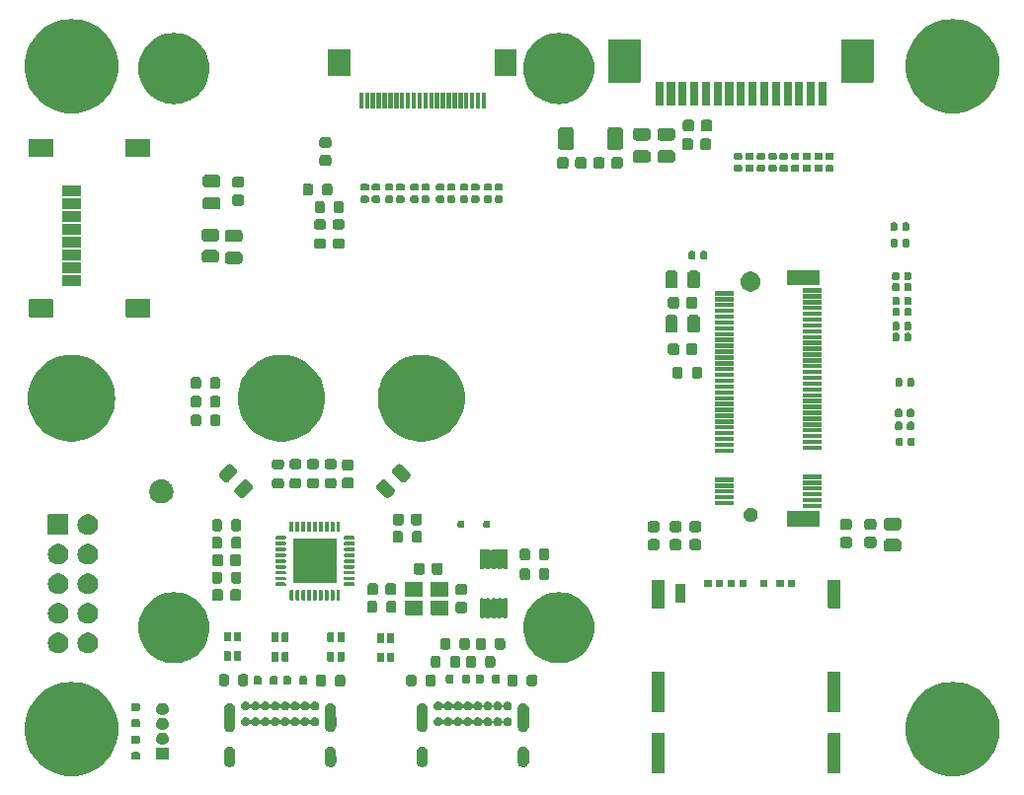
<source format=gbr>
%TF.GenerationSoftware,KiCad,Pcbnew,8.0.3*%
%TF.CreationDate,2024-11-01T12:04:32+00:00*%
%TF.ProjectId,CM4RadarBoard,434d3452-6164-4617-9242-6f6172642e6b,rev?*%
%TF.SameCoordinates,Original*%
%TF.FileFunction,Soldermask,Bot*%
%TF.FilePolarity,Negative*%
%FSLAX46Y46*%
G04 Gerber Fmt 4.6, Leading zero omitted, Abs format (unit mm)*
G04 Created by KiCad (PCBNEW 8.0.3) date 2024-11-01 12:04:32*
%MOMM*%
%LPD*%
G01*
G04 APERTURE LIST*
G04 APERTURE END LIST*
G36*
X40395793Y-92877444D02*
G01*
X40787775Y-92935589D01*
X41172170Y-93031875D01*
X41545276Y-93165374D01*
X41903500Y-93334802D01*
X42243393Y-93538526D01*
X42561680Y-93774584D01*
X42855297Y-94040703D01*
X43121416Y-94334320D01*
X43357474Y-94652607D01*
X43561198Y-94992500D01*
X43730626Y-95350724D01*
X43864125Y-95723830D01*
X43960411Y-96108225D01*
X44018556Y-96500207D01*
X44038000Y-96896000D01*
X44018556Y-97291793D01*
X43960411Y-97683775D01*
X43864125Y-98068170D01*
X43730626Y-98441276D01*
X43561198Y-98799500D01*
X43357474Y-99139393D01*
X43121416Y-99457680D01*
X42855297Y-99751297D01*
X42561680Y-100017416D01*
X42243393Y-100253474D01*
X41903500Y-100457198D01*
X41545276Y-100626626D01*
X41172170Y-100760125D01*
X40787775Y-100856411D01*
X40395793Y-100914556D01*
X40000000Y-100934000D01*
X39604207Y-100914556D01*
X39212225Y-100856411D01*
X38827830Y-100760125D01*
X38454724Y-100626626D01*
X38096500Y-100457198D01*
X37756607Y-100253474D01*
X37438320Y-100017416D01*
X37144703Y-99751297D01*
X36878584Y-99457680D01*
X36642526Y-99139393D01*
X36438802Y-98799500D01*
X36269374Y-98441276D01*
X36135875Y-98068170D01*
X36039589Y-97683775D01*
X35981444Y-97291793D01*
X35962000Y-96896000D01*
X35981444Y-96500207D01*
X36039589Y-96108225D01*
X36135875Y-95723830D01*
X36269374Y-95350724D01*
X36438802Y-94992500D01*
X36642526Y-94652607D01*
X36878584Y-94334320D01*
X37144703Y-94040703D01*
X37438320Y-93774584D01*
X37756607Y-93538526D01*
X38096500Y-93334802D01*
X38454724Y-93165374D01*
X38827830Y-93031875D01*
X39212225Y-92935589D01*
X39604207Y-92877444D01*
X40000000Y-92858000D01*
X40395793Y-92877444D01*
G37*
G36*
X115948093Y-92877444D02*
G01*
X116340075Y-92935589D01*
X116724470Y-93031875D01*
X117097576Y-93165374D01*
X117455800Y-93334802D01*
X117795693Y-93538526D01*
X118113980Y-93774584D01*
X118407597Y-94040703D01*
X118673716Y-94334320D01*
X118909774Y-94652607D01*
X119113498Y-94992500D01*
X119282926Y-95350724D01*
X119416425Y-95723830D01*
X119512711Y-96108225D01*
X119570856Y-96500207D01*
X119590300Y-96896000D01*
X119570856Y-97291793D01*
X119512711Y-97683775D01*
X119416425Y-98068170D01*
X119282926Y-98441276D01*
X119113498Y-98799500D01*
X118909774Y-99139393D01*
X118673716Y-99457680D01*
X118407597Y-99751297D01*
X118113980Y-100017416D01*
X117795693Y-100253474D01*
X117455800Y-100457198D01*
X117097576Y-100626626D01*
X116724470Y-100760125D01*
X116340075Y-100856411D01*
X115948093Y-100914556D01*
X115552300Y-100934000D01*
X115156507Y-100914556D01*
X114764525Y-100856411D01*
X114380130Y-100760125D01*
X114007024Y-100626626D01*
X113648800Y-100457198D01*
X113308907Y-100253474D01*
X112990620Y-100017416D01*
X112697003Y-99751297D01*
X112430884Y-99457680D01*
X112194826Y-99139393D01*
X111991102Y-98799500D01*
X111821674Y-98441276D01*
X111688175Y-98068170D01*
X111591889Y-97683775D01*
X111533744Y-97291793D01*
X111514300Y-96896000D01*
X111533744Y-96500207D01*
X111591889Y-96108225D01*
X111688175Y-95723830D01*
X111821674Y-95350724D01*
X111991102Y-94992500D01*
X112194826Y-94652607D01*
X112430884Y-94334320D01*
X112697003Y-94040703D01*
X112990620Y-93774584D01*
X113308907Y-93538526D01*
X113648800Y-93334802D01*
X114007024Y-93165374D01*
X114380130Y-93031875D01*
X114764525Y-92935589D01*
X115156507Y-92877444D01*
X115552300Y-92858000D01*
X115948093Y-92877444D01*
G37*
G36*
X90814542Y-97263893D02*
G01*
X90826870Y-97272130D01*
X90835107Y-97284458D01*
X90838000Y-97299000D01*
X90838000Y-100699000D01*
X90835107Y-100713542D01*
X90826870Y-100725870D01*
X90814542Y-100734107D01*
X90800000Y-100737000D01*
X89800000Y-100737000D01*
X89785458Y-100734107D01*
X89773130Y-100725870D01*
X89764893Y-100713542D01*
X89762000Y-100699000D01*
X89762000Y-97299000D01*
X89764893Y-97284458D01*
X89773130Y-97272130D01*
X89785458Y-97263893D01*
X89800000Y-97261000D01*
X90800000Y-97261000D01*
X90814542Y-97263893D01*
G37*
G36*
X105914542Y-97263893D02*
G01*
X105926870Y-97272130D01*
X105935107Y-97284458D01*
X105938000Y-97299000D01*
X105938000Y-100699000D01*
X105935107Y-100713542D01*
X105926870Y-100725870D01*
X105914542Y-100734107D01*
X105900000Y-100737000D01*
X104900000Y-100737000D01*
X104885458Y-100734107D01*
X104873130Y-100725870D01*
X104864893Y-100713542D01*
X104862000Y-100699000D01*
X104862000Y-97299000D01*
X104864893Y-97284458D01*
X104873130Y-97272130D01*
X104885458Y-97263893D01*
X104900000Y-97261000D01*
X105900000Y-97261000D01*
X105914542Y-97263893D01*
G37*
G36*
X53751750Y-98434147D02*
G01*
X53862076Y-98497844D01*
X53952156Y-98587924D01*
X54015853Y-98698250D01*
X54048825Y-98821303D01*
X54053000Y-99685000D01*
X54048825Y-99748697D01*
X54015853Y-99871750D01*
X53952156Y-99982076D01*
X53862076Y-100072156D01*
X53751750Y-100135853D01*
X53628697Y-100168825D01*
X53501303Y-100168825D01*
X53378250Y-100135853D01*
X53267924Y-100072156D01*
X53177844Y-99982076D01*
X53114147Y-99871750D01*
X53081175Y-99748697D01*
X53077000Y-98885000D01*
X53081175Y-98821303D01*
X53114147Y-98698250D01*
X53177844Y-98587924D01*
X53267924Y-98497844D01*
X53378250Y-98434147D01*
X53501303Y-98401175D01*
X53628697Y-98401175D01*
X53751750Y-98434147D01*
G37*
G36*
X62401750Y-98434147D02*
G01*
X62512076Y-98497844D01*
X62602156Y-98587924D01*
X62665853Y-98698250D01*
X62698825Y-98821303D01*
X62703000Y-99685000D01*
X62698825Y-99748697D01*
X62665853Y-99871750D01*
X62602156Y-99982076D01*
X62512076Y-100072156D01*
X62401750Y-100135853D01*
X62278697Y-100168825D01*
X62151303Y-100168825D01*
X62028250Y-100135853D01*
X61917924Y-100072156D01*
X61827844Y-99982076D01*
X61764147Y-99871750D01*
X61731175Y-99748697D01*
X61727000Y-98885000D01*
X61731175Y-98821303D01*
X61764147Y-98698250D01*
X61827844Y-98587924D01*
X61917924Y-98497844D01*
X62028250Y-98434147D01*
X62151303Y-98401175D01*
X62278697Y-98401175D01*
X62401750Y-98434147D01*
G37*
G36*
X70271750Y-98434147D02*
G01*
X70382076Y-98497844D01*
X70472156Y-98587924D01*
X70535853Y-98698250D01*
X70568825Y-98821303D01*
X70573000Y-99685000D01*
X70568825Y-99748697D01*
X70535853Y-99871750D01*
X70472156Y-99982076D01*
X70382076Y-100072156D01*
X70271750Y-100135853D01*
X70148697Y-100168825D01*
X70021303Y-100168825D01*
X69898250Y-100135853D01*
X69787924Y-100072156D01*
X69697844Y-99982076D01*
X69634147Y-99871750D01*
X69601175Y-99748697D01*
X69597000Y-98885000D01*
X69601175Y-98821303D01*
X69634147Y-98698250D01*
X69697844Y-98587924D01*
X69787924Y-98497844D01*
X69898250Y-98434147D01*
X70021303Y-98401175D01*
X70148697Y-98401175D01*
X70271750Y-98434147D01*
G37*
G36*
X78921750Y-98434147D02*
G01*
X79032076Y-98497844D01*
X79122156Y-98587924D01*
X79185853Y-98698250D01*
X79218825Y-98821303D01*
X79223000Y-99685000D01*
X79218825Y-99748697D01*
X79185853Y-99871750D01*
X79122156Y-99982076D01*
X79032076Y-100072156D01*
X78921750Y-100135853D01*
X78798697Y-100168825D01*
X78671303Y-100168825D01*
X78548250Y-100135853D01*
X78437924Y-100072156D01*
X78347844Y-99982076D01*
X78284147Y-99871750D01*
X78251175Y-99748697D01*
X78247000Y-98885000D01*
X78251175Y-98821303D01*
X78284147Y-98698250D01*
X78347844Y-98587924D01*
X78437924Y-98497844D01*
X78548250Y-98434147D01*
X78671303Y-98401175D01*
X78798697Y-98401175D01*
X78921750Y-98434147D01*
G37*
G36*
X45771944Y-98876311D02*
G01*
X45832936Y-98917064D01*
X45873689Y-98978056D01*
X45888000Y-99050000D01*
X45888000Y-99350000D01*
X45873689Y-99421944D01*
X45832936Y-99482936D01*
X45771944Y-99523689D01*
X45700000Y-99538000D01*
X45300000Y-99538000D01*
X45228056Y-99523689D01*
X45167064Y-99482936D01*
X45126311Y-99421944D01*
X45112000Y-99350000D01*
X45112000Y-99050000D01*
X45126311Y-98978056D01*
X45167064Y-98917064D01*
X45228056Y-98876311D01*
X45300000Y-98862000D01*
X45700000Y-98862000D01*
X45771944Y-98876311D01*
G37*
G36*
X48314542Y-98464893D02*
G01*
X48326870Y-98473130D01*
X48335107Y-98485458D01*
X48338000Y-98500000D01*
X48338000Y-99500000D01*
X48335107Y-99514542D01*
X48326870Y-99526870D01*
X48314542Y-99535107D01*
X48300000Y-99538000D01*
X47300000Y-99538000D01*
X47285458Y-99535107D01*
X47273130Y-99526870D01*
X47264893Y-99514542D01*
X47262000Y-99500000D01*
X47262000Y-98500000D01*
X47264893Y-98485458D01*
X47273130Y-98473130D01*
X47285458Y-98464893D01*
X47300000Y-98462000D01*
X48300000Y-98462000D01*
X48314542Y-98464893D01*
G37*
G36*
X47939245Y-97210332D02*
G01*
X48069000Y-97264078D01*
X48180423Y-97349577D01*
X48265922Y-97461000D01*
X48319668Y-97590755D01*
X48338000Y-97730000D01*
X48319668Y-97869245D01*
X48265922Y-97999000D01*
X48180423Y-98110423D01*
X48069000Y-98195922D01*
X47939245Y-98249668D01*
X47800000Y-98268000D01*
X47660755Y-98249668D01*
X47531000Y-98195922D01*
X47419577Y-98110423D01*
X47334078Y-97999000D01*
X47280332Y-97869245D01*
X47262000Y-97730000D01*
X47280332Y-97590755D01*
X47334078Y-97461000D01*
X47419577Y-97349577D01*
X47531000Y-97264078D01*
X47660755Y-97210332D01*
X47800000Y-97192000D01*
X47939245Y-97210332D01*
G37*
G36*
X45771944Y-97476311D02*
G01*
X45832936Y-97517064D01*
X45873689Y-97578056D01*
X45888000Y-97650000D01*
X45888000Y-97950000D01*
X45873689Y-98021944D01*
X45832936Y-98082936D01*
X45771944Y-98123689D01*
X45700000Y-98138000D01*
X45300000Y-98138000D01*
X45228056Y-98123689D01*
X45167064Y-98082936D01*
X45126311Y-98021944D01*
X45112000Y-97950000D01*
X45112000Y-97650000D01*
X45126311Y-97578056D01*
X45167064Y-97517064D01*
X45228056Y-97476311D01*
X45300000Y-97462000D01*
X45700000Y-97462000D01*
X45771944Y-97476311D01*
G37*
G36*
X53751750Y-94704147D02*
G01*
X53862076Y-94767844D01*
X53952156Y-94857924D01*
X54015853Y-94968250D01*
X54048825Y-95091303D01*
X54053000Y-96655000D01*
X54048825Y-96718697D01*
X54015853Y-96841750D01*
X53952156Y-96952076D01*
X53862076Y-97042156D01*
X53751750Y-97105853D01*
X53628697Y-97138825D01*
X53501303Y-97138825D01*
X53378250Y-97105853D01*
X53267924Y-97042156D01*
X53177844Y-96952076D01*
X53114147Y-96841750D01*
X53081175Y-96718697D01*
X53077000Y-95155000D01*
X53081175Y-95091303D01*
X53114147Y-94968250D01*
X53177844Y-94857924D01*
X53267924Y-94767844D01*
X53378250Y-94704147D01*
X53501303Y-94671175D01*
X53628697Y-94671175D01*
X53751750Y-94704147D01*
G37*
G36*
X62401750Y-94704147D02*
G01*
X62512076Y-94767844D01*
X62602156Y-94857924D01*
X62665853Y-94968250D01*
X62698825Y-95091303D01*
X62703000Y-96655000D01*
X62698825Y-96718697D01*
X62665853Y-96841750D01*
X62602156Y-96952076D01*
X62512076Y-97042156D01*
X62401750Y-97105853D01*
X62278697Y-97138825D01*
X62151303Y-97138825D01*
X62028250Y-97105853D01*
X61917924Y-97042156D01*
X61827844Y-96952076D01*
X61764147Y-96841750D01*
X61731175Y-96718697D01*
X61727000Y-95155000D01*
X61731175Y-95091303D01*
X61764147Y-94968250D01*
X61827844Y-94857924D01*
X61917924Y-94767844D01*
X62028250Y-94704147D01*
X62151303Y-94671175D01*
X62278697Y-94671175D01*
X62401750Y-94704147D01*
G37*
G36*
X70271750Y-94704147D02*
G01*
X70382076Y-94767844D01*
X70472156Y-94857924D01*
X70535853Y-94968250D01*
X70568825Y-95091303D01*
X70573000Y-96655000D01*
X70568825Y-96718697D01*
X70535853Y-96841750D01*
X70472156Y-96952076D01*
X70382076Y-97042156D01*
X70271750Y-97105853D01*
X70148697Y-97138825D01*
X70021303Y-97138825D01*
X69898250Y-97105853D01*
X69787924Y-97042156D01*
X69697844Y-96952076D01*
X69634147Y-96841750D01*
X69601175Y-96718697D01*
X69597000Y-95155000D01*
X69601175Y-95091303D01*
X69634147Y-94968250D01*
X69697844Y-94857924D01*
X69787924Y-94767844D01*
X69898250Y-94704147D01*
X70021303Y-94671175D01*
X70148697Y-94671175D01*
X70271750Y-94704147D01*
G37*
G36*
X78921750Y-94704147D02*
G01*
X79032076Y-94767844D01*
X79122156Y-94857924D01*
X79185853Y-94968250D01*
X79218825Y-95091303D01*
X79223000Y-96655000D01*
X79218825Y-96718697D01*
X79185853Y-96841750D01*
X79122156Y-96952076D01*
X79032076Y-97042156D01*
X78921750Y-97105853D01*
X78798697Y-97138825D01*
X78671303Y-97138825D01*
X78548250Y-97105853D01*
X78437924Y-97042156D01*
X78347844Y-96952076D01*
X78284147Y-96841750D01*
X78251175Y-96718697D01*
X78247000Y-95155000D01*
X78251175Y-95091303D01*
X78284147Y-94968250D01*
X78347844Y-94857924D01*
X78437924Y-94767844D01*
X78548250Y-94704147D01*
X78671303Y-94671175D01*
X78798697Y-94671175D01*
X78921750Y-94704147D01*
G37*
G36*
X47939245Y-95940332D02*
G01*
X48069000Y-95994078D01*
X48180423Y-96079577D01*
X48265922Y-96191000D01*
X48319668Y-96320755D01*
X48338000Y-96460000D01*
X48319668Y-96599245D01*
X48265922Y-96729000D01*
X48180423Y-96840423D01*
X48069000Y-96925922D01*
X47939245Y-96979668D01*
X47800000Y-96998000D01*
X47660755Y-96979668D01*
X47531000Y-96925922D01*
X47419577Y-96840423D01*
X47334078Y-96729000D01*
X47280332Y-96599245D01*
X47262000Y-96460000D01*
X47280332Y-96320755D01*
X47334078Y-96191000D01*
X47419577Y-96079577D01*
X47531000Y-95994078D01*
X47660755Y-95940332D01*
X47800000Y-95922000D01*
X47939245Y-95940332D01*
G37*
G36*
X45771944Y-96076311D02*
G01*
X45832936Y-96117064D01*
X45873689Y-96178056D01*
X45888000Y-96250000D01*
X45888000Y-96550000D01*
X45873689Y-96621944D01*
X45832936Y-96682936D01*
X45771944Y-96723689D01*
X45700000Y-96738000D01*
X45300000Y-96738000D01*
X45228056Y-96723689D01*
X45167064Y-96682936D01*
X45126311Y-96621944D01*
X45112000Y-96550000D01*
X45112000Y-96250000D01*
X45126311Y-96178056D01*
X45167064Y-96117064D01*
X45228056Y-96076311D01*
X45300000Y-96062000D01*
X45700000Y-96062000D01*
X45771944Y-96076311D01*
G37*
G36*
X60893147Y-95891458D02*
G01*
X60920144Y-95891458D01*
X60951761Y-95900741D01*
X60984899Y-95905990D01*
X61005655Y-95916565D01*
X61025968Y-95922530D01*
X61058905Y-95943698D01*
X61093061Y-95961101D01*
X61105787Y-95973827D01*
X61118748Y-95982157D01*
X61148809Y-96016849D01*
X61178899Y-96046939D01*
X61184631Y-96058189D01*
X61190972Y-96065507D01*
X61213550Y-96114946D01*
X61234010Y-96155101D01*
X61235136Y-96162213D01*
X61236790Y-96165834D01*
X61247417Y-96239753D01*
X61253000Y-96275000D01*
X61247417Y-96310249D01*
X61236790Y-96384165D01*
X61235136Y-96387785D01*
X61234010Y-96394899D01*
X61213545Y-96435062D01*
X61190972Y-96484492D01*
X61184632Y-96491807D01*
X61178899Y-96503061D01*
X61148803Y-96533156D01*
X61118748Y-96567842D01*
X61105790Y-96576169D01*
X61093061Y-96588899D01*
X61058898Y-96606305D01*
X61025968Y-96627469D01*
X61005658Y-96633432D01*
X60984899Y-96644010D01*
X60951759Y-96649258D01*
X60920144Y-96658542D01*
X60893147Y-96658542D01*
X60865000Y-96663000D01*
X60836853Y-96658542D01*
X60809856Y-96658542D01*
X60778239Y-96649258D01*
X60745101Y-96644010D01*
X60724342Y-96633432D01*
X60704031Y-96627469D01*
X60671096Y-96606303D01*
X60636939Y-96588899D01*
X60624211Y-96576171D01*
X60611251Y-96567842D01*
X60581189Y-96533149D01*
X60551101Y-96503061D01*
X60545368Y-96491810D01*
X60539027Y-96484492D01*
X60516444Y-96435043D01*
X60495990Y-96394899D01*
X60494863Y-96387788D01*
X60493209Y-96384165D01*
X60483325Y-96315411D01*
X60396675Y-96315411D01*
X60386790Y-96384165D01*
X60385136Y-96387785D01*
X60384010Y-96394899D01*
X60363545Y-96435062D01*
X60340972Y-96484492D01*
X60334632Y-96491807D01*
X60328899Y-96503061D01*
X60298803Y-96533156D01*
X60268748Y-96567842D01*
X60255790Y-96576169D01*
X60243061Y-96588899D01*
X60208898Y-96606305D01*
X60175968Y-96627469D01*
X60155658Y-96633432D01*
X60134899Y-96644010D01*
X60101759Y-96649258D01*
X60070144Y-96658542D01*
X60043147Y-96658542D01*
X60015000Y-96663000D01*
X59986853Y-96658542D01*
X59959856Y-96658542D01*
X59928239Y-96649258D01*
X59895101Y-96644010D01*
X59874342Y-96633432D01*
X59854031Y-96627469D01*
X59821096Y-96606303D01*
X59786939Y-96588899D01*
X59774211Y-96576171D01*
X59761251Y-96567842D01*
X59731189Y-96533149D01*
X59701101Y-96503061D01*
X59695368Y-96491810D01*
X59689027Y-96484492D01*
X59666444Y-96435043D01*
X59645990Y-96394899D01*
X59644863Y-96387788D01*
X59643209Y-96384165D01*
X59633325Y-96315411D01*
X59546675Y-96315411D01*
X59536790Y-96384165D01*
X59535136Y-96387785D01*
X59534010Y-96394899D01*
X59513545Y-96435062D01*
X59490972Y-96484492D01*
X59484632Y-96491807D01*
X59478899Y-96503061D01*
X59448803Y-96533156D01*
X59418748Y-96567842D01*
X59405790Y-96576169D01*
X59393061Y-96588899D01*
X59358898Y-96606305D01*
X59325968Y-96627469D01*
X59305658Y-96633432D01*
X59284899Y-96644010D01*
X59251759Y-96649258D01*
X59220144Y-96658542D01*
X59193147Y-96658542D01*
X59165000Y-96663000D01*
X59136853Y-96658542D01*
X59109856Y-96658542D01*
X59078239Y-96649258D01*
X59045101Y-96644010D01*
X59024342Y-96633432D01*
X59004031Y-96627469D01*
X58971096Y-96606303D01*
X58936939Y-96588899D01*
X58924211Y-96576171D01*
X58911251Y-96567842D01*
X58881189Y-96533149D01*
X58851101Y-96503061D01*
X58845368Y-96491810D01*
X58839027Y-96484492D01*
X58816444Y-96435043D01*
X58795990Y-96394899D01*
X58794863Y-96387788D01*
X58793209Y-96384165D01*
X58783325Y-96315411D01*
X58696675Y-96315411D01*
X58686790Y-96384165D01*
X58685136Y-96387785D01*
X58684010Y-96394899D01*
X58663545Y-96435062D01*
X58640972Y-96484492D01*
X58634632Y-96491807D01*
X58628899Y-96503061D01*
X58598803Y-96533156D01*
X58568748Y-96567842D01*
X58555790Y-96576169D01*
X58543061Y-96588899D01*
X58508898Y-96606305D01*
X58475968Y-96627469D01*
X58455658Y-96633432D01*
X58434899Y-96644010D01*
X58401759Y-96649258D01*
X58370144Y-96658542D01*
X58343147Y-96658542D01*
X58315000Y-96663000D01*
X58286853Y-96658542D01*
X58259856Y-96658542D01*
X58228239Y-96649258D01*
X58195101Y-96644010D01*
X58174342Y-96633432D01*
X58154031Y-96627469D01*
X58121096Y-96606303D01*
X58086939Y-96588899D01*
X58074211Y-96576171D01*
X58061251Y-96567842D01*
X58031189Y-96533149D01*
X58001101Y-96503061D01*
X57995368Y-96491810D01*
X57989027Y-96484492D01*
X57966444Y-96435043D01*
X57945990Y-96394899D01*
X57944863Y-96387788D01*
X57943209Y-96384165D01*
X57933325Y-96315411D01*
X57846675Y-96315411D01*
X57836790Y-96384165D01*
X57835136Y-96387785D01*
X57834010Y-96394899D01*
X57813545Y-96435062D01*
X57790972Y-96484492D01*
X57784632Y-96491807D01*
X57778899Y-96503061D01*
X57748803Y-96533156D01*
X57718748Y-96567842D01*
X57705790Y-96576169D01*
X57693061Y-96588899D01*
X57658898Y-96606305D01*
X57625968Y-96627469D01*
X57605658Y-96633432D01*
X57584899Y-96644010D01*
X57551759Y-96649258D01*
X57520144Y-96658542D01*
X57493147Y-96658542D01*
X57465000Y-96663000D01*
X57436853Y-96658542D01*
X57409856Y-96658542D01*
X57378239Y-96649258D01*
X57345101Y-96644010D01*
X57324342Y-96633432D01*
X57304031Y-96627469D01*
X57271096Y-96606303D01*
X57236939Y-96588899D01*
X57224211Y-96576171D01*
X57211251Y-96567842D01*
X57181189Y-96533149D01*
X57151101Y-96503061D01*
X57145368Y-96491810D01*
X57139027Y-96484492D01*
X57116444Y-96435043D01*
X57095990Y-96394899D01*
X57094863Y-96387788D01*
X57093209Y-96384165D01*
X57083325Y-96315411D01*
X56996675Y-96315411D01*
X56986790Y-96384165D01*
X56985136Y-96387785D01*
X56984010Y-96394899D01*
X56963545Y-96435062D01*
X56940972Y-96484492D01*
X56934632Y-96491807D01*
X56928899Y-96503061D01*
X56898803Y-96533156D01*
X56868748Y-96567842D01*
X56855790Y-96576169D01*
X56843061Y-96588899D01*
X56808898Y-96606305D01*
X56775968Y-96627469D01*
X56755658Y-96633432D01*
X56734899Y-96644010D01*
X56701759Y-96649258D01*
X56670144Y-96658542D01*
X56643147Y-96658542D01*
X56615000Y-96663000D01*
X56586853Y-96658542D01*
X56559856Y-96658542D01*
X56528239Y-96649258D01*
X56495101Y-96644010D01*
X56474342Y-96633432D01*
X56454031Y-96627469D01*
X56421096Y-96606303D01*
X56386939Y-96588899D01*
X56374211Y-96576171D01*
X56361251Y-96567842D01*
X56331189Y-96533149D01*
X56301101Y-96503061D01*
X56295368Y-96491810D01*
X56289027Y-96484492D01*
X56266444Y-96435043D01*
X56245990Y-96394899D01*
X56244863Y-96387788D01*
X56243209Y-96384165D01*
X56233325Y-96315411D01*
X56146675Y-96315411D01*
X56136790Y-96384165D01*
X56135136Y-96387785D01*
X56134010Y-96394899D01*
X56113545Y-96435062D01*
X56090972Y-96484492D01*
X56084632Y-96491807D01*
X56078899Y-96503061D01*
X56048803Y-96533156D01*
X56018748Y-96567842D01*
X56005790Y-96576169D01*
X55993061Y-96588899D01*
X55958898Y-96606305D01*
X55925968Y-96627469D01*
X55905658Y-96633432D01*
X55884899Y-96644010D01*
X55851759Y-96649258D01*
X55820144Y-96658542D01*
X55793147Y-96658542D01*
X55765000Y-96663000D01*
X55736853Y-96658542D01*
X55709856Y-96658542D01*
X55678239Y-96649258D01*
X55645101Y-96644010D01*
X55624342Y-96633432D01*
X55604031Y-96627469D01*
X55571096Y-96606303D01*
X55536939Y-96588899D01*
X55524211Y-96576171D01*
X55511251Y-96567842D01*
X55481189Y-96533149D01*
X55451101Y-96503061D01*
X55445368Y-96491810D01*
X55439027Y-96484492D01*
X55416444Y-96435043D01*
X55395990Y-96394899D01*
X55394863Y-96387788D01*
X55393209Y-96384165D01*
X55383325Y-96315411D01*
X55296675Y-96315411D01*
X55286790Y-96384165D01*
X55285136Y-96387785D01*
X55284010Y-96394899D01*
X55263545Y-96435062D01*
X55240972Y-96484492D01*
X55234632Y-96491807D01*
X55228899Y-96503061D01*
X55198803Y-96533156D01*
X55168748Y-96567842D01*
X55155790Y-96576169D01*
X55143061Y-96588899D01*
X55108898Y-96606305D01*
X55075968Y-96627469D01*
X55055658Y-96633432D01*
X55034899Y-96644010D01*
X55001759Y-96649258D01*
X54970144Y-96658542D01*
X54943147Y-96658542D01*
X54915000Y-96663000D01*
X54886853Y-96658542D01*
X54859856Y-96658542D01*
X54828239Y-96649258D01*
X54795101Y-96644010D01*
X54774342Y-96633432D01*
X54754031Y-96627469D01*
X54721096Y-96606303D01*
X54686939Y-96588899D01*
X54674211Y-96576171D01*
X54661251Y-96567842D01*
X54631189Y-96533149D01*
X54601101Y-96503061D01*
X54595368Y-96491810D01*
X54589027Y-96484492D01*
X54566444Y-96435043D01*
X54545990Y-96394899D01*
X54544863Y-96387788D01*
X54543209Y-96384165D01*
X54532572Y-96310181D01*
X54527000Y-96275000D01*
X54532571Y-96239822D01*
X54543209Y-96165834D01*
X54544864Y-96162209D01*
X54545990Y-96155101D01*
X54566440Y-96114965D01*
X54589027Y-96065507D01*
X54595369Y-96058186D01*
X54601101Y-96046939D01*
X54631182Y-96016857D01*
X54661251Y-95982157D01*
X54674213Y-95973826D01*
X54686939Y-95961101D01*
X54721089Y-95943700D01*
X54754031Y-95922530D01*
X54774345Y-95916565D01*
X54795101Y-95905990D01*
X54828237Y-95900741D01*
X54859856Y-95891458D01*
X54886853Y-95891458D01*
X54915000Y-95887000D01*
X54943147Y-95891458D01*
X54970144Y-95891458D01*
X55001761Y-95900741D01*
X55034899Y-95905990D01*
X55055655Y-95916565D01*
X55075968Y-95922530D01*
X55108905Y-95943698D01*
X55143061Y-95961101D01*
X55155787Y-95973827D01*
X55168748Y-95982157D01*
X55198809Y-96016849D01*
X55228899Y-96046939D01*
X55234631Y-96058189D01*
X55240972Y-96065507D01*
X55263550Y-96114946D01*
X55284010Y-96155101D01*
X55285136Y-96162213D01*
X55286790Y-96165834D01*
X55296676Y-96234588D01*
X55383324Y-96234588D01*
X55393209Y-96165834D01*
X55394864Y-96162209D01*
X55395990Y-96155101D01*
X55416440Y-96114965D01*
X55439027Y-96065507D01*
X55445369Y-96058186D01*
X55451101Y-96046939D01*
X55481182Y-96016857D01*
X55511251Y-95982157D01*
X55524213Y-95973826D01*
X55536939Y-95961101D01*
X55571089Y-95943700D01*
X55604031Y-95922530D01*
X55624345Y-95916565D01*
X55645101Y-95905990D01*
X55678237Y-95900741D01*
X55709856Y-95891458D01*
X55736853Y-95891458D01*
X55765000Y-95887000D01*
X55793147Y-95891458D01*
X55820144Y-95891458D01*
X55851761Y-95900741D01*
X55884899Y-95905990D01*
X55905655Y-95916565D01*
X55925968Y-95922530D01*
X55958905Y-95943698D01*
X55993061Y-95961101D01*
X56005787Y-95973827D01*
X56018748Y-95982157D01*
X56048809Y-96016849D01*
X56078899Y-96046939D01*
X56084631Y-96058189D01*
X56090972Y-96065507D01*
X56113550Y-96114946D01*
X56134010Y-96155101D01*
X56135136Y-96162213D01*
X56136790Y-96165834D01*
X56146676Y-96234588D01*
X56233324Y-96234588D01*
X56243209Y-96165834D01*
X56244864Y-96162209D01*
X56245990Y-96155101D01*
X56266440Y-96114965D01*
X56289027Y-96065507D01*
X56295369Y-96058186D01*
X56301101Y-96046939D01*
X56331182Y-96016857D01*
X56361251Y-95982157D01*
X56374213Y-95973826D01*
X56386939Y-95961101D01*
X56421089Y-95943700D01*
X56454031Y-95922530D01*
X56474345Y-95916565D01*
X56495101Y-95905990D01*
X56528237Y-95900741D01*
X56559856Y-95891458D01*
X56586853Y-95891458D01*
X56615000Y-95887000D01*
X56643147Y-95891458D01*
X56670144Y-95891458D01*
X56701761Y-95900741D01*
X56734899Y-95905990D01*
X56755655Y-95916565D01*
X56775968Y-95922530D01*
X56808905Y-95943698D01*
X56843061Y-95961101D01*
X56855787Y-95973827D01*
X56868748Y-95982157D01*
X56898809Y-96016849D01*
X56928899Y-96046939D01*
X56934631Y-96058189D01*
X56940972Y-96065507D01*
X56963550Y-96114946D01*
X56984010Y-96155101D01*
X56985136Y-96162213D01*
X56986790Y-96165834D01*
X56996676Y-96234588D01*
X57083324Y-96234588D01*
X57093209Y-96165834D01*
X57094864Y-96162209D01*
X57095990Y-96155101D01*
X57116440Y-96114965D01*
X57139027Y-96065507D01*
X57145369Y-96058186D01*
X57151101Y-96046939D01*
X57181182Y-96016857D01*
X57211251Y-95982157D01*
X57224213Y-95973826D01*
X57236939Y-95961101D01*
X57271089Y-95943700D01*
X57304031Y-95922530D01*
X57324345Y-95916565D01*
X57345101Y-95905990D01*
X57378237Y-95900741D01*
X57409856Y-95891458D01*
X57436853Y-95891458D01*
X57465000Y-95887000D01*
X57493147Y-95891458D01*
X57520144Y-95891458D01*
X57551761Y-95900741D01*
X57584899Y-95905990D01*
X57605655Y-95916565D01*
X57625968Y-95922530D01*
X57658905Y-95943698D01*
X57693061Y-95961101D01*
X57705787Y-95973827D01*
X57718748Y-95982157D01*
X57748809Y-96016849D01*
X57778899Y-96046939D01*
X57784631Y-96058189D01*
X57790972Y-96065507D01*
X57813550Y-96114946D01*
X57834010Y-96155101D01*
X57835136Y-96162213D01*
X57836790Y-96165834D01*
X57846676Y-96234588D01*
X57933324Y-96234588D01*
X57943209Y-96165834D01*
X57944864Y-96162209D01*
X57945990Y-96155101D01*
X57966440Y-96114965D01*
X57989027Y-96065507D01*
X57995369Y-96058186D01*
X58001101Y-96046939D01*
X58031182Y-96016857D01*
X58061251Y-95982157D01*
X58074213Y-95973826D01*
X58086939Y-95961101D01*
X58121089Y-95943700D01*
X58154031Y-95922530D01*
X58174345Y-95916565D01*
X58195101Y-95905990D01*
X58228237Y-95900741D01*
X58259856Y-95891458D01*
X58286853Y-95891458D01*
X58315000Y-95887000D01*
X58343147Y-95891458D01*
X58370144Y-95891458D01*
X58401761Y-95900741D01*
X58434899Y-95905990D01*
X58455655Y-95916565D01*
X58475968Y-95922530D01*
X58508905Y-95943698D01*
X58543061Y-95961101D01*
X58555787Y-95973827D01*
X58568748Y-95982157D01*
X58598809Y-96016849D01*
X58628899Y-96046939D01*
X58634631Y-96058189D01*
X58640972Y-96065507D01*
X58663550Y-96114946D01*
X58684010Y-96155101D01*
X58685136Y-96162213D01*
X58686790Y-96165834D01*
X58696676Y-96234588D01*
X58783324Y-96234588D01*
X58793209Y-96165834D01*
X58794864Y-96162209D01*
X58795990Y-96155101D01*
X58816440Y-96114965D01*
X58839027Y-96065507D01*
X58845369Y-96058186D01*
X58851101Y-96046939D01*
X58881182Y-96016857D01*
X58911251Y-95982157D01*
X58924213Y-95973826D01*
X58936939Y-95961101D01*
X58971089Y-95943700D01*
X59004031Y-95922530D01*
X59024345Y-95916565D01*
X59045101Y-95905990D01*
X59078237Y-95900741D01*
X59109856Y-95891458D01*
X59136853Y-95891458D01*
X59165000Y-95887000D01*
X59193147Y-95891458D01*
X59220144Y-95891458D01*
X59251761Y-95900741D01*
X59284899Y-95905990D01*
X59305655Y-95916565D01*
X59325968Y-95922530D01*
X59358905Y-95943698D01*
X59393061Y-95961101D01*
X59405787Y-95973827D01*
X59418748Y-95982157D01*
X59448809Y-96016849D01*
X59478899Y-96046939D01*
X59484631Y-96058189D01*
X59490972Y-96065507D01*
X59513550Y-96114946D01*
X59534010Y-96155101D01*
X59535136Y-96162213D01*
X59536790Y-96165834D01*
X59546676Y-96234588D01*
X59633324Y-96234588D01*
X59643209Y-96165834D01*
X59644864Y-96162209D01*
X59645990Y-96155101D01*
X59666440Y-96114965D01*
X59689027Y-96065507D01*
X59695369Y-96058186D01*
X59701101Y-96046939D01*
X59731182Y-96016857D01*
X59761251Y-95982157D01*
X59774213Y-95973826D01*
X59786939Y-95961101D01*
X59821089Y-95943700D01*
X59854031Y-95922530D01*
X59874345Y-95916565D01*
X59895101Y-95905990D01*
X59928237Y-95900741D01*
X59959856Y-95891458D01*
X59986853Y-95891458D01*
X60015000Y-95887000D01*
X60043147Y-95891458D01*
X60070144Y-95891458D01*
X60101761Y-95900741D01*
X60134899Y-95905990D01*
X60155655Y-95916565D01*
X60175968Y-95922530D01*
X60208905Y-95943698D01*
X60243061Y-95961101D01*
X60255787Y-95973827D01*
X60268748Y-95982157D01*
X60298809Y-96016849D01*
X60328899Y-96046939D01*
X60334631Y-96058189D01*
X60340972Y-96065507D01*
X60363550Y-96114946D01*
X60384010Y-96155101D01*
X60385136Y-96162213D01*
X60386790Y-96165834D01*
X60396676Y-96234588D01*
X60483324Y-96234588D01*
X60493209Y-96165834D01*
X60494864Y-96162209D01*
X60495990Y-96155101D01*
X60516440Y-96114965D01*
X60539027Y-96065507D01*
X60545369Y-96058186D01*
X60551101Y-96046939D01*
X60581182Y-96016857D01*
X60611251Y-95982157D01*
X60624213Y-95973826D01*
X60636939Y-95961101D01*
X60671089Y-95943700D01*
X60704031Y-95922530D01*
X60724345Y-95916565D01*
X60745101Y-95905990D01*
X60778237Y-95900741D01*
X60809856Y-95891458D01*
X60836853Y-95891458D01*
X60865000Y-95887000D01*
X60893147Y-95891458D01*
G37*
G36*
X77413147Y-95891458D02*
G01*
X77440144Y-95891458D01*
X77471761Y-95900741D01*
X77504899Y-95905990D01*
X77525655Y-95916565D01*
X77545968Y-95922530D01*
X77578905Y-95943698D01*
X77613061Y-95961101D01*
X77625787Y-95973827D01*
X77638748Y-95982157D01*
X77668809Y-96016849D01*
X77698899Y-96046939D01*
X77704631Y-96058189D01*
X77710972Y-96065507D01*
X77733550Y-96114946D01*
X77754010Y-96155101D01*
X77755136Y-96162213D01*
X77756790Y-96165834D01*
X77767417Y-96239753D01*
X77773000Y-96275000D01*
X77767417Y-96310249D01*
X77756790Y-96384165D01*
X77755136Y-96387785D01*
X77754010Y-96394899D01*
X77733545Y-96435062D01*
X77710972Y-96484492D01*
X77704632Y-96491807D01*
X77698899Y-96503061D01*
X77668803Y-96533156D01*
X77638748Y-96567842D01*
X77625790Y-96576169D01*
X77613061Y-96588899D01*
X77578898Y-96606305D01*
X77545968Y-96627469D01*
X77525658Y-96633432D01*
X77504899Y-96644010D01*
X77471759Y-96649258D01*
X77440144Y-96658542D01*
X77413147Y-96658542D01*
X77385000Y-96663000D01*
X77356853Y-96658542D01*
X77329856Y-96658542D01*
X77298239Y-96649258D01*
X77265101Y-96644010D01*
X77244342Y-96633432D01*
X77224031Y-96627469D01*
X77191096Y-96606303D01*
X77156939Y-96588899D01*
X77144211Y-96576171D01*
X77131251Y-96567842D01*
X77101189Y-96533149D01*
X77071101Y-96503061D01*
X77065368Y-96491810D01*
X77059027Y-96484492D01*
X77036444Y-96435043D01*
X77015990Y-96394899D01*
X77014863Y-96387788D01*
X77013209Y-96384165D01*
X77003325Y-96315411D01*
X76916675Y-96315411D01*
X76906790Y-96384165D01*
X76905136Y-96387785D01*
X76904010Y-96394899D01*
X76883545Y-96435062D01*
X76860972Y-96484492D01*
X76854632Y-96491807D01*
X76848899Y-96503061D01*
X76818803Y-96533156D01*
X76788748Y-96567842D01*
X76775790Y-96576169D01*
X76763061Y-96588899D01*
X76728898Y-96606305D01*
X76695968Y-96627469D01*
X76675658Y-96633432D01*
X76654899Y-96644010D01*
X76621759Y-96649258D01*
X76590144Y-96658542D01*
X76563147Y-96658542D01*
X76535000Y-96663000D01*
X76506853Y-96658542D01*
X76479856Y-96658542D01*
X76448239Y-96649258D01*
X76415101Y-96644010D01*
X76394342Y-96633432D01*
X76374031Y-96627469D01*
X76341096Y-96606303D01*
X76306939Y-96588899D01*
X76294211Y-96576171D01*
X76281251Y-96567842D01*
X76251189Y-96533149D01*
X76221101Y-96503061D01*
X76215368Y-96491810D01*
X76209027Y-96484492D01*
X76186444Y-96435043D01*
X76165990Y-96394899D01*
X76164863Y-96387788D01*
X76163209Y-96384165D01*
X76153325Y-96315411D01*
X76066675Y-96315411D01*
X76056790Y-96384165D01*
X76055136Y-96387785D01*
X76054010Y-96394899D01*
X76033545Y-96435062D01*
X76010972Y-96484492D01*
X76004632Y-96491807D01*
X75998899Y-96503061D01*
X75968803Y-96533156D01*
X75938748Y-96567842D01*
X75925790Y-96576169D01*
X75913061Y-96588899D01*
X75878898Y-96606305D01*
X75845968Y-96627469D01*
X75825658Y-96633432D01*
X75804899Y-96644010D01*
X75771759Y-96649258D01*
X75740144Y-96658542D01*
X75713147Y-96658542D01*
X75685000Y-96663000D01*
X75656853Y-96658542D01*
X75629856Y-96658542D01*
X75598239Y-96649258D01*
X75565101Y-96644010D01*
X75544342Y-96633432D01*
X75524031Y-96627469D01*
X75491096Y-96606303D01*
X75456939Y-96588899D01*
X75444211Y-96576171D01*
X75431251Y-96567842D01*
X75401189Y-96533149D01*
X75371101Y-96503061D01*
X75365368Y-96491810D01*
X75359027Y-96484492D01*
X75336444Y-96435043D01*
X75315990Y-96394899D01*
X75314863Y-96387788D01*
X75313209Y-96384165D01*
X75303325Y-96315411D01*
X75216675Y-96315411D01*
X75206790Y-96384165D01*
X75205136Y-96387785D01*
X75204010Y-96394899D01*
X75183545Y-96435062D01*
X75160972Y-96484492D01*
X75154632Y-96491807D01*
X75148899Y-96503061D01*
X75118803Y-96533156D01*
X75088748Y-96567842D01*
X75075790Y-96576169D01*
X75063061Y-96588899D01*
X75028898Y-96606305D01*
X74995968Y-96627469D01*
X74975658Y-96633432D01*
X74954899Y-96644010D01*
X74921759Y-96649258D01*
X74890144Y-96658542D01*
X74863147Y-96658542D01*
X74835000Y-96663000D01*
X74806853Y-96658542D01*
X74779856Y-96658542D01*
X74748239Y-96649258D01*
X74715101Y-96644010D01*
X74694342Y-96633432D01*
X74674031Y-96627469D01*
X74641096Y-96606303D01*
X74606939Y-96588899D01*
X74594211Y-96576171D01*
X74581251Y-96567842D01*
X74551189Y-96533149D01*
X74521101Y-96503061D01*
X74515368Y-96491810D01*
X74509027Y-96484492D01*
X74486444Y-96435043D01*
X74465990Y-96394899D01*
X74464863Y-96387788D01*
X74463209Y-96384165D01*
X74453325Y-96315411D01*
X74366675Y-96315411D01*
X74356790Y-96384165D01*
X74355136Y-96387785D01*
X74354010Y-96394899D01*
X74333545Y-96435062D01*
X74310972Y-96484492D01*
X74304632Y-96491807D01*
X74298899Y-96503061D01*
X74268803Y-96533156D01*
X74238748Y-96567842D01*
X74225790Y-96576169D01*
X74213061Y-96588899D01*
X74178898Y-96606305D01*
X74145968Y-96627469D01*
X74125658Y-96633432D01*
X74104899Y-96644010D01*
X74071759Y-96649258D01*
X74040144Y-96658542D01*
X74013147Y-96658542D01*
X73985000Y-96663000D01*
X73956853Y-96658542D01*
X73929856Y-96658542D01*
X73898239Y-96649258D01*
X73865101Y-96644010D01*
X73844342Y-96633432D01*
X73824031Y-96627469D01*
X73791096Y-96606303D01*
X73756939Y-96588899D01*
X73744211Y-96576171D01*
X73731251Y-96567842D01*
X73701189Y-96533149D01*
X73671101Y-96503061D01*
X73665368Y-96491810D01*
X73659027Y-96484492D01*
X73636444Y-96435043D01*
X73615990Y-96394899D01*
X73614863Y-96387788D01*
X73613209Y-96384165D01*
X73603325Y-96315411D01*
X73516675Y-96315411D01*
X73506790Y-96384165D01*
X73505136Y-96387785D01*
X73504010Y-96394899D01*
X73483545Y-96435062D01*
X73460972Y-96484492D01*
X73454632Y-96491807D01*
X73448899Y-96503061D01*
X73418803Y-96533156D01*
X73388748Y-96567842D01*
X73375790Y-96576169D01*
X73363061Y-96588899D01*
X73328898Y-96606305D01*
X73295968Y-96627469D01*
X73275658Y-96633432D01*
X73254899Y-96644010D01*
X73221759Y-96649258D01*
X73190144Y-96658542D01*
X73163147Y-96658542D01*
X73135000Y-96663000D01*
X73106853Y-96658542D01*
X73079856Y-96658542D01*
X73048239Y-96649258D01*
X73015101Y-96644010D01*
X72994342Y-96633432D01*
X72974031Y-96627469D01*
X72941096Y-96606303D01*
X72906939Y-96588899D01*
X72894211Y-96576171D01*
X72881251Y-96567842D01*
X72851189Y-96533149D01*
X72821101Y-96503061D01*
X72815368Y-96491810D01*
X72809027Y-96484492D01*
X72786444Y-96435043D01*
X72765990Y-96394899D01*
X72764863Y-96387788D01*
X72763209Y-96384165D01*
X72753325Y-96315411D01*
X72666675Y-96315411D01*
X72656790Y-96384165D01*
X72655136Y-96387785D01*
X72654010Y-96394899D01*
X72633545Y-96435062D01*
X72610972Y-96484492D01*
X72604632Y-96491807D01*
X72598899Y-96503061D01*
X72568803Y-96533156D01*
X72538748Y-96567842D01*
X72525790Y-96576169D01*
X72513061Y-96588899D01*
X72478898Y-96606305D01*
X72445968Y-96627469D01*
X72425658Y-96633432D01*
X72404899Y-96644010D01*
X72371759Y-96649258D01*
X72340144Y-96658542D01*
X72313147Y-96658542D01*
X72285000Y-96663000D01*
X72256853Y-96658542D01*
X72229856Y-96658542D01*
X72198239Y-96649258D01*
X72165101Y-96644010D01*
X72144342Y-96633432D01*
X72124031Y-96627469D01*
X72091096Y-96606303D01*
X72056939Y-96588899D01*
X72044211Y-96576171D01*
X72031251Y-96567842D01*
X72001189Y-96533149D01*
X71971101Y-96503061D01*
X71965368Y-96491810D01*
X71959027Y-96484492D01*
X71936444Y-96435043D01*
X71915990Y-96394899D01*
X71914863Y-96387788D01*
X71913209Y-96384165D01*
X71903325Y-96315411D01*
X71816675Y-96315411D01*
X71806790Y-96384165D01*
X71805136Y-96387785D01*
X71804010Y-96394899D01*
X71783545Y-96435062D01*
X71760972Y-96484492D01*
X71754632Y-96491807D01*
X71748899Y-96503061D01*
X71718803Y-96533156D01*
X71688748Y-96567842D01*
X71675790Y-96576169D01*
X71663061Y-96588899D01*
X71628898Y-96606305D01*
X71595968Y-96627469D01*
X71575658Y-96633432D01*
X71554899Y-96644010D01*
X71521759Y-96649258D01*
X71490144Y-96658542D01*
X71463147Y-96658542D01*
X71435000Y-96663000D01*
X71406853Y-96658542D01*
X71379856Y-96658542D01*
X71348239Y-96649258D01*
X71315101Y-96644010D01*
X71294342Y-96633432D01*
X71274031Y-96627469D01*
X71241096Y-96606303D01*
X71206939Y-96588899D01*
X71194211Y-96576171D01*
X71181251Y-96567842D01*
X71151189Y-96533149D01*
X71121101Y-96503061D01*
X71115368Y-96491810D01*
X71109027Y-96484492D01*
X71086444Y-96435043D01*
X71065990Y-96394899D01*
X71064863Y-96387788D01*
X71063209Y-96384165D01*
X71052572Y-96310181D01*
X71047000Y-96275000D01*
X71052571Y-96239822D01*
X71063209Y-96165834D01*
X71064864Y-96162209D01*
X71065990Y-96155101D01*
X71086440Y-96114965D01*
X71109027Y-96065507D01*
X71115369Y-96058186D01*
X71121101Y-96046939D01*
X71151182Y-96016857D01*
X71181251Y-95982157D01*
X71194213Y-95973826D01*
X71206939Y-95961101D01*
X71241089Y-95943700D01*
X71274031Y-95922530D01*
X71294345Y-95916565D01*
X71315101Y-95905990D01*
X71348237Y-95900741D01*
X71379856Y-95891458D01*
X71406853Y-95891458D01*
X71435000Y-95887000D01*
X71463147Y-95891458D01*
X71490144Y-95891458D01*
X71521761Y-95900741D01*
X71554899Y-95905990D01*
X71575655Y-95916565D01*
X71595968Y-95922530D01*
X71628905Y-95943698D01*
X71663061Y-95961101D01*
X71675787Y-95973827D01*
X71688748Y-95982157D01*
X71718809Y-96016849D01*
X71748899Y-96046939D01*
X71754631Y-96058189D01*
X71760972Y-96065507D01*
X71783550Y-96114946D01*
X71804010Y-96155101D01*
X71805136Y-96162213D01*
X71806790Y-96165834D01*
X71816676Y-96234588D01*
X71903324Y-96234588D01*
X71913209Y-96165834D01*
X71914864Y-96162209D01*
X71915990Y-96155101D01*
X71936440Y-96114965D01*
X71959027Y-96065507D01*
X71965369Y-96058186D01*
X71971101Y-96046939D01*
X72001182Y-96016857D01*
X72031251Y-95982157D01*
X72044213Y-95973826D01*
X72056939Y-95961101D01*
X72091089Y-95943700D01*
X72124031Y-95922530D01*
X72144345Y-95916565D01*
X72165101Y-95905990D01*
X72198237Y-95900741D01*
X72229856Y-95891458D01*
X72256853Y-95891458D01*
X72285000Y-95887000D01*
X72313147Y-95891458D01*
X72340144Y-95891458D01*
X72371761Y-95900741D01*
X72404899Y-95905990D01*
X72425655Y-95916565D01*
X72445968Y-95922530D01*
X72478905Y-95943698D01*
X72513061Y-95961101D01*
X72525787Y-95973827D01*
X72538748Y-95982157D01*
X72568809Y-96016849D01*
X72598899Y-96046939D01*
X72604631Y-96058189D01*
X72610972Y-96065507D01*
X72633550Y-96114946D01*
X72654010Y-96155101D01*
X72655136Y-96162213D01*
X72656790Y-96165834D01*
X72666676Y-96234588D01*
X72753324Y-96234588D01*
X72763209Y-96165834D01*
X72764864Y-96162209D01*
X72765990Y-96155101D01*
X72786440Y-96114965D01*
X72809027Y-96065507D01*
X72815369Y-96058186D01*
X72821101Y-96046939D01*
X72851182Y-96016857D01*
X72881251Y-95982157D01*
X72894213Y-95973826D01*
X72906939Y-95961101D01*
X72941089Y-95943700D01*
X72974031Y-95922530D01*
X72994345Y-95916565D01*
X73015101Y-95905990D01*
X73048237Y-95900741D01*
X73079856Y-95891458D01*
X73106853Y-95891458D01*
X73135000Y-95887000D01*
X73163147Y-95891458D01*
X73190144Y-95891458D01*
X73221761Y-95900741D01*
X73254899Y-95905990D01*
X73275655Y-95916565D01*
X73295968Y-95922530D01*
X73328905Y-95943698D01*
X73363061Y-95961101D01*
X73375787Y-95973827D01*
X73388748Y-95982157D01*
X73418809Y-96016849D01*
X73448899Y-96046939D01*
X73454631Y-96058189D01*
X73460972Y-96065507D01*
X73483550Y-96114946D01*
X73504010Y-96155101D01*
X73505136Y-96162213D01*
X73506790Y-96165834D01*
X73516676Y-96234588D01*
X73603324Y-96234588D01*
X73613209Y-96165834D01*
X73614864Y-96162209D01*
X73615990Y-96155101D01*
X73636440Y-96114965D01*
X73659027Y-96065507D01*
X73665369Y-96058186D01*
X73671101Y-96046939D01*
X73701182Y-96016857D01*
X73731251Y-95982157D01*
X73744213Y-95973826D01*
X73756939Y-95961101D01*
X73791089Y-95943700D01*
X73824031Y-95922530D01*
X73844345Y-95916565D01*
X73865101Y-95905990D01*
X73898237Y-95900741D01*
X73929856Y-95891458D01*
X73956853Y-95891458D01*
X73985000Y-95887000D01*
X74013147Y-95891458D01*
X74040144Y-95891458D01*
X74071761Y-95900741D01*
X74104899Y-95905990D01*
X74125655Y-95916565D01*
X74145968Y-95922530D01*
X74178905Y-95943698D01*
X74213061Y-95961101D01*
X74225787Y-95973827D01*
X74238748Y-95982157D01*
X74268809Y-96016849D01*
X74298899Y-96046939D01*
X74304631Y-96058189D01*
X74310972Y-96065507D01*
X74333550Y-96114946D01*
X74354010Y-96155101D01*
X74355136Y-96162213D01*
X74356790Y-96165834D01*
X74366676Y-96234588D01*
X74453324Y-96234588D01*
X74463209Y-96165834D01*
X74464864Y-96162209D01*
X74465990Y-96155101D01*
X74486440Y-96114965D01*
X74509027Y-96065507D01*
X74515369Y-96058186D01*
X74521101Y-96046939D01*
X74551182Y-96016857D01*
X74581251Y-95982157D01*
X74594213Y-95973826D01*
X74606939Y-95961101D01*
X74641089Y-95943700D01*
X74674031Y-95922530D01*
X74694345Y-95916565D01*
X74715101Y-95905990D01*
X74748237Y-95900741D01*
X74779856Y-95891458D01*
X74806853Y-95891458D01*
X74835000Y-95887000D01*
X74863147Y-95891458D01*
X74890144Y-95891458D01*
X74921761Y-95900741D01*
X74954899Y-95905990D01*
X74975655Y-95916565D01*
X74995968Y-95922530D01*
X75028905Y-95943698D01*
X75063061Y-95961101D01*
X75075787Y-95973827D01*
X75088748Y-95982157D01*
X75118809Y-96016849D01*
X75148899Y-96046939D01*
X75154631Y-96058189D01*
X75160972Y-96065507D01*
X75183550Y-96114946D01*
X75204010Y-96155101D01*
X75205136Y-96162213D01*
X75206790Y-96165834D01*
X75216676Y-96234588D01*
X75303324Y-96234588D01*
X75313209Y-96165834D01*
X75314864Y-96162209D01*
X75315990Y-96155101D01*
X75336440Y-96114965D01*
X75359027Y-96065507D01*
X75365369Y-96058186D01*
X75371101Y-96046939D01*
X75401182Y-96016857D01*
X75431251Y-95982157D01*
X75444213Y-95973826D01*
X75456939Y-95961101D01*
X75491089Y-95943700D01*
X75524031Y-95922530D01*
X75544345Y-95916565D01*
X75565101Y-95905990D01*
X75598237Y-95900741D01*
X75629856Y-95891458D01*
X75656853Y-95891458D01*
X75685000Y-95887000D01*
X75713147Y-95891458D01*
X75740144Y-95891458D01*
X75771761Y-95900741D01*
X75804899Y-95905990D01*
X75825655Y-95916565D01*
X75845968Y-95922530D01*
X75878905Y-95943698D01*
X75913061Y-95961101D01*
X75925787Y-95973827D01*
X75938748Y-95982157D01*
X75968809Y-96016849D01*
X75998899Y-96046939D01*
X76004631Y-96058189D01*
X76010972Y-96065507D01*
X76033550Y-96114946D01*
X76054010Y-96155101D01*
X76055136Y-96162213D01*
X76056790Y-96165834D01*
X76066676Y-96234588D01*
X76153324Y-96234588D01*
X76163209Y-96165834D01*
X76164864Y-96162209D01*
X76165990Y-96155101D01*
X76186440Y-96114965D01*
X76209027Y-96065507D01*
X76215369Y-96058186D01*
X76221101Y-96046939D01*
X76251182Y-96016857D01*
X76281251Y-95982157D01*
X76294213Y-95973826D01*
X76306939Y-95961101D01*
X76341089Y-95943700D01*
X76374031Y-95922530D01*
X76394345Y-95916565D01*
X76415101Y-95905990D01*
X76448237Y-95900741D01*
X76479856Y-95891458D01*
X76506853Y-95891458D01*
X76535000Y-95887000D01*
X76563147Y-95891458D01*
X76590144Y-95891458D01*
X76621761Y-95900741D01*
X76654899Y-95905990D01*
X76675655Y-95916565D01*
X76695968Y-95922530D01*
X76728905Y-95943698D01*
X76763061Y-95961101D01*
X76775787Y-95973827D01*
X76788748Y-95982157D01*
X76818809Y-96016849D01*
X76848899Y-96046939D01*
X76854631Y-96058189D01*
X76860972Y-96065507D01*
X76883550Y-96114946D01*
X76904010Y-96155101D01*
X76905136Y-96162213D01*
X76906790Y-96165834D01*
X76916676Y-96234588D01*
X77003324Y-96234588D01*
X77013209Y-96165834D01*
X77014864Y-96162209D01*
X77015990Y-96155101D01*
X77036440Y-96114965D01*
X77059027Y-96065507D01*
X77065369Y-96058186D01*
X77071101Y-96046939D01*
X77101182Y-96016857D01*
X77131251Y-95982157D01*
X77144213Y-95973826D01*
X77156939Y-95961101D01*
X77191089Y-95943700D01*
X77224031Y-95922530D01*
X77244345Y-95916565D01*
X77265101Y-95905990D01*
X77298237Y-95900741D01*
X77329856Y-95891458D01*
X77356853Y-95891458D01*
X77385000Y-95887000D01*
X77413147Y-95891458D01*
G37*
G36*
X47939245Y-94670332D02*
G01*
X48069000Y-94724078D01*
X48180423Y-94809577D01*
X48265922Y-94921000D01*
X48319668Y-95050755D01*
X48338000Y-95190000D01*
X48319668Y-95329245D01*
X48265922Y-95459000D01*
X48180423Y-95570423D01*
X48069000Y-95655922D01*
X47939245Y-95709668D01*
X47800000Y-95728000D01*
X47660755Y-95709668D01*
X47531000Y-95655922D01*
X47419577Y-95570423D01*
X47334078Y-95459000D01*
X47280332Y-95329245D01*
X47262000Y-95190000D01*
X47280332Y-95050755D01*
X47334078Y-94921000D01*
X47419577Y-94809577D01*
X47531000Y-94724078D01*
X47660755Y-94670332D01*
X47800000Y-94652000D01*
X47939245Y-94670332D01*
G37*
G36*
X90814542Y-91964893D02*
G01*
X90826870Y-91973130D01*
X90835107Y-91985458D01*
X90838000Y-92000000D01*
X90838000Y-95400000D01*
X90835107Y-95414542D01*
X90826870Y-95426870D01*
X90814542Y-95435107D01*
X90800000Y-95438000D01*
X89800000Y-95438000D01*
X89785458Y-95435107D01*
X89773130Y-95426870D01*
X89764893Y-95414542D01*
X89762000Y-95400000D01*
X89762000Y-92000000D01*
X89764893Y-91985458D01*
X89773130Y-91973130D01*
X89785458Y-91964893D01*
X89800000Y-91962000D01*
X90800000Y-91962000D01*
X90814542Y-91964893D01*
G37*
G36*
X105914542Y-91964893D02*
G01*
X105926870Y-91973130D01*
X105935107Y-91985458D01*
X105938000Y-92000000D01*
X105938000Y-95400000D01*
X105935107Y-95414542D01*
X105926870Y-95426870D01*
X105914542Y-95435107D01*
X105900000Y-95438000D01*
X104900000Y-95438000D01*
X104885458Y-95435107D01*
X104873130Y-95426870D01*
X104864893Y-95414542D01*
X104862000Y-95400000D01*
X104862000Y-92000000D01*
X104864893Y-91985458D01*
X104873130Y-91973130D01*
X104885458Y-91964893D01*
X104900000Y-91962000D01*
X105900000Y-91962000D01*
X105914542Y-91964893D01*
G37*
G36*
X45771944Y-94676311D02*
G01*
X45832936Y-94717064D01*
X45873689Y-94778056D01*
X45888000Y-94850000D01*
X45888000Y-95150000D01*
X45873689Y-95221944D01*
X45832936Y-95282936D01*
X45771944Y-95323689D01*
X45700000Y-95338000D01*
X45300000Y-95338000D01*
X45228056Y-95323689D01*
X45167064Y-95282936D01*
X45126311Y-95221944D01*
X45112000Y-95150000D01*
X45112000Y-94850000D01*
X45126311Y-94778056D01*
X45167064Y-94717064D01*
X45228056Y-94676311D01*
X45300000Y-94662000D01*
X45700000Y-94662000D01*
X45771944Y-94676311D01*
G37*
G36*
X60893147Y-94541458D02*
G01*
X60920144Y-94541458D01*
X60951761Y-94550741D01*
X60984899Y-94555990D01*
X61005655Y-94566565D01*
X61025968Y-94572530D01*
X61058905Y-94593698D01*
X61093061Y-94611101D01*
X61105787Y-94623827D01*
X61118748Y-94632157D01*
X61148809Y-94666849D01*
X61178899Y-94696939D01*
X61184631Y-94708189D01*
X61190972Y-94715507D01*
X61213550Y-94764946D01*
X61234010Y-94805101D01*
X61235136Y-94812213D01*
X61236790Y-94815834D01*
X61247417Y-94889753D01*
X61253000Y-94925000D01*
X61247417Y-94960249D01*
X61236790Y-95034165D01*
X61235136Y-95037785D01*
X61234010Y-95044899D01*
X61213545Y-95085062D01*
X61190972Y-95134492D01*
X61184632Y-95141807D01*
X61178899Y-95153061D01*
X61148803Y-95183156D01*
X61118748Y-95217842D01*
X61105790Y-95226169D01*
X61093061Y-95238899D01*
X61058898Y-95256305D01*
X61025968Y-95277469D01*
X61005658Y-95283432D01*
X60984899Y-95294010D01*
X60951759Y-95299258D01*
X60920144Y-95308542D01*
X60893147Y-95308542D01*
X60865000Y-95313000D01*
X60836853Y-95308542D01*
X60809856Y-95308542D01*
X60778239Y-95299258D01*
X60745101Y-95294010D01*
X60724342Y-95283432D01*
X60704031Y-95277469D01*
X60671096Y-95256303D01*
X60636939Y-95238899D01*
X60624211Y-95226171D01*
X60611251Y-95217842D01*
X60581189Y-95183149D01*
X60551101Y-95153061D01*
X60545368Y-95141810D01*
X60539027Y-95134492D01*
X60516444Y-95085043D01*
X60495990Y-95044899D01*
X60494863Y-95037788D01*
X60493209Y-95034165D01*
X60483325Y-94965411D01*
X60396675Y-94965411D01*
X60386790Y-95034165D01*
X60385136Y-95037785D01*
X60384010Y-95044899D01*
X60363545Y-95085062D01*
X60340972Y-95134492D01*
X60334632Y-95141807D01*
X60328899Y-95153061D01*
X60298803Y-95183156D01*
X60268748Y-95217842D01*
X60255790Y-95226169D01*
X60243061Y-95238899D01*
X60208898Y-95256305D01*
X60175968Y-95277469D01*
X60155658Y-95283432D01*
X60134899Y-95294010D01*
X60101759Y-95299258D01*
X60070144Y-95308542D01*
X60043147Y-95308542D01*
X60015000Y-95313000D01*
X59986853Y-95308542D01*
X59959856Y-95308542D01*
X59928239Y-95299258D01*
X59895101Y-95294010D01*
X59874342Y-95283432D01*
X59854031Y-95277469D01*
X59821096Y-95256303D01*
X59786939Y-95238899D01*
X59774211Y-95226171D01*
X59761251Y-95217842D01*
X59731189Y-95183149D01*
X59701101Y-95153061D01*
X59695368Y-95141810D01*
X59689027Y-95134492D01*
X59666444Y-95085043D01*
X59645990Y-95044899D01*
X59644863Y-95037788D01*
X59643209Y-95034165D01*
X59633325Y-94965411D01*
X59546675Y-94965411D01*
X59536790Y-95034165D01*
X59535136Y-95037785D01*
X59534010Y-95044899D01*
X59513545Y-95085062D01*
X59490972Y-95134492D01*
X59484632Y-95141807D01*
X59478899Y-95153061D01*
X59448803Y-95183156D01*
X59418748Y-95217842D01*
X59405790Y-95226169D01*
X59393061Y-95238899D01*
X59358898Y-95256305D01*
X59325968Y-95277469D01*
X59305658Y-95283432D01*
X59284899Y-95294010D01*
X59251759Y-95299258D01*
X59220144Y-95308542D01*
X59193147Y-95308542D01*
X59165000Y-95313000D01*
X59136853Y-95308542D01*
X59109856Y-95308542D01*
X59078239Y-95299258D01*
X59045101Y-95294010D01*
X59024342Y-95283432D01*
X59004031Y-95277469D01*
X58971096Y-95256303D01*
X58936939Y-95238899D01*
X58924211Y-95226171D01*
X58911251Y-95217842D01*
X58881189Y-95183149D01*
X58851101Y-95153061D01*
X58845368Y-95141810D01*
X58839027Y-95134492D01*
X58816444Y-95085043D01*
X58795990Y-95044899D01*
X58794863Y-95037788D01*
X58793209Y-95034165D01*
X58783325Y-94965411D01*
X58696675Y-94965411D01*
X58686790Y-95034165D01*
X58685136Y-95037785D01*
X58684010Y-95044899D01*
X58663545Y-95085062D01*
X58640972Y-95134492D01*
X58634632Y-95141807D01*
X58628899Y-95153061D01*
X58598803Y-95183156D01*
X58568748Y-95217842D01*
X58555790Y-95226169D01*
X58543061Y-95238899D01*
X58508898Y-95256305D01*
X58475968Y-95277469D01*
X58455658Y-95283432D01*
X58434899Y-95294010D01*
X58401759Y-95299258D01*
X58370144Y-95308542D01*
X58343147Y-95308542D01*
X58315000Y-95313000D01*
X58286853Y-95308542D01*
X58259856Y-95308542D01*
X58228239Y-95299258D01*
X58195101Y-95294010D01*
X58174342Y-95283432D01*
X58154031Y-95277469D01*
X58121096Y-95256303D01*
X58086939Y-95238899D01*
X58074211Y-95226171D01*
X58061251Y-95217842D01*
X58031189Y-95183149D01*
X58001101Y-95153061D01*
X57995368Y-95141810D01*
X57989027Y-95134492D01*
X57966444Y-95085043D01*
X57945990Y-95044899D01*
X57944863Y-95037788D01*
X57943209Y-95034165D01*
X57933325Y-94965411D01*
X57846675Y-94965411D01*
X57836790Y-95034165D01*
X57835136Y-95037785D01*
X57834010Y-95044899D01*
X57813545Y-95085062D01*
X57790972Y-95134492D01*
X57784632Y-95141807D01*
X57778899Y-95153061D01*
X57748803Y-95183156D01*
X57718748Y-95217842D01*
X57705790Y-95226169D01*
X57693061Y-95238899D01*
X57658898Y-95256305D01*
X57625968Y-95277469D01*
X57605658Y-95283432D01*
X57584899Y-95294010D01*
X57551759Y-95299258D01*
X57520144Y-95308542D01*
X57493147Y-95308542D01*
X57465000Y-95313000D01*
X57436853Y-95308542D01*
X57409856Y-95308542D01*
X57378239Y-95299258D01*
X57345101Y-95294010D01*
X57324342Y-95283432D01*
X57304031Y-95277469D01*
X57271096Y-95256303D01*
X57236939Y-95238899D01*
X57224211Y-95226171D01*
X57211251Y-95217842D01*
X57181189Y-95183149D01*
X57151101Y-95153061D01*
X57145368Y-95141810D01*
X57139027Y-95134492D01*
X57116444Y-95085043D01*
X57095990Y-95044899D01*
X57094863Y-95037788D01*
X57093209Y-95034165D01*
X57083325Y-94965411D01*
X56996675Y-94965411D01*
X56986790Y-95034165D01*
X56985136Y-95037785D01*
X56984010Y-95044899D01*
X56963545Y-95085062D01*
X56940972Y-95134492D01*
X56934632Y-95141807D01*
X56928899Y-95153061D01*
X56898803Y-95183156D01*
X56868748Y-95217842D01*
X56855790Y-95226169D01*
X56843061Y-95238899D01*
X56808898Y-95256305D01*
X56775968Y-95277469D01*
X56755658Y-95283432D01*
X56734899Y-95294010D01*
X56701759Y-95299258D01*
X56670144Y-95308542D01*
X56643147Y-95308542D01*
X56615000Y-95313000D01*
X56586853Y-95308542D01*
X56559856Y-95308542D01*
X56528239Y-95299258D01*
X56495101Y-95294010D01*
X56474342Y-95283432D01*
X56454031Y-95277469D01*
X56421096Y-95256303D01*
X56386939Y-95238899D01*
X56374211Y-95226171D01*
X56361251Y-95217842D01*
X56331189Y-95183149D01*
X56301101Y-95153061D01*
X56295368Y-95141810D01*
X56289027Y-95134492D01*
X56266444Y-95085043D01*
X56245990Y-95044899D01*
X56244863Y-95037788D01*
X56243209Y-95034165D01*
X56233325Y-94965411D01*
X56146675Y-94965411D01*
X56136790Y-95034165D01*
X56135136Y-95037785D01*
X56134010Y-95044899D01*
X56113545Y-95085062D01*
X56090972Y-95134492D01*
X56084632Y-95141807D01*
X56078899Y-95153061D01*
X56048803Y-95183156D01*
X56018748Y-95217842D01*
X56005790Y-95226169D01*
X55993061Y-95238899D01*
X55958898Y-95256305D01*
X55925968Y-95277469D01*
X55905658Y-95283432D01*
X55884899Y-95294010D01*
X55851759Y-95299258D01*
X55820144Y-95308542D01*
X55793147Y-95308542D01*
X55765000Y-95313000D01*
X55736853Y-95308542D01*
X55709856Y-95308542D01*
X55678239Y-95299258D01*
X55645101Y-95294010D01*
X55624342Y-95283432D01*
X55604031Y-95277469D01*
X55571096Y-95256303D01*
X55536939Y-95238899D01*
X55524211Y-95226171D01*
X55511251Y-95217842D01*
X55481189Y-95183149D01*
X55451101Y-95153061D01*
X55445368Y-95141810D01*
X55439027Y-95134492D01*
X55416444Y-95085043D01*
X55395990Y-95044899D01*
X55394863Y-95037788D01*
X55393209Y-95034165D01*
X55383325Y-94965411D01*
X55296675Y-94965411D01*
X55286790Y-95034165D01*
X55285136Y-95037785D01*
X55284010Y-95044899D01*
X55263545Y-95085062D01*
X55240972Y-95134492D01*
X55234632Y-95141807D01*
X55228899Y-95153061D01*
X55198803Y-95183156D01*
X55168748Y-95217842D01*
X55155790Y-95226169D01*
X55143061Y-95238899D01*
X55108898Y-95256305D01*
X55075968Y-95277469D01*
X55055658Y-95283432D01*
X55034899Y-95294010D01*
X55001759Y-95299258D01*
X54970144Y-95308542D01*
X54943147Y-95308542D01*
X54915000Y-95313000D01*
X54886853Y-95308542D01*
X54859856Y-95308542D01*
X54828239Y-95299258D01*
X54795101Y-95294010D01*
X54774342Y-95283432D01*
X54754031Y-95277469D01*
X54721096Y-95256303D01*
X54686939Y-95238899D01*
X54674211Y-95226171D01*
X54661251Y-95217842D01*
X54631189Y-95183149D01*
X54601101Y-95153061D01*
X54595368Y-95141810D01*
X54589027Y-95134492D01*
X54566444Y-95085043D01*
X54545990Y-95044899D01*
X54544863Y-95037788D01*
X54543209Y-95034165D01*
X54532572Y-94960181D01*
X54527000Y-94925000D01*
X54532571Y-94889822D01*
X54543209Y-94815834D01*
X54544864Y-94812209D01*
X54545990Y-94805101D01*
X54566440Y-94764965D01*
X54589027Y-94715507D01*
X54595369Y-94708186D01*
X54601101Y-94696939D01*
X54631182Y-94666857D01*
X54661251Y-94632157D01*
X54674213Y-94623826D01*
X54686939Y-94611101D01*
X54721089Y-94593700D01*
X54754031Y-94572530D01*
X54774345Y-94566565D01*
X54795101Y-94555990D01*
X54828237Y-94550741D01*
X54859856Y-94541458D01*
X54886853Y-94541458D01*
X54915000Y-94537000D01*
X54943147Y-94541458D01*
X54970144Y-94541458D01*
X55001761Y-94550741D01*
X55034899Y-94555990D01*
X55055655Y-94566565D01*
X55075968Y-94572530D01*
X55108905Y-94593698D01*
X55143061Y-94611101D01*
X55155787Y-94623827D01*
X55168748Y-94632157D01*
X55198809Y-94666849D01*
X55228899Y-94696939D01*
X55234631Y-94708189D01*
X55240972Y-94715507D01*
X55263550Y-94764946D01*
X55284010Y-94805101D01*
X55285136Y-94812213D01*
X55286790Y-94815834D01*
X55296676Y-94884588D01*
X55383324Y-94884588D01*
X55393209Y-94815834D01*
X55394864Y-94812209D01*
X55395990Y-94805101D01*
X55416440Y-94764965D01*
X55439027Y-94715507D01*
X55445369Y-94708186D01*
X55451101Y-94696939D01*
X55481182Y-94666857D01*
X55511251Y-94632157D01*
X55524213Y-94623826D01*
X55536939Y-94611101D01*
X55571089Y-94593700D01*
X55604031Y-94572530D01*
X55624345Y-94566565D01*
X55645101Y-94555990D01*
X55678237Y-94550741D01*
X55709856Y-94541458D01*
X55736853Y-94541458D01*
X55765000Y-94537000D01*
X55793147Y-94541458D01*
X55820144Y-94541458D01*
X55851761Y-94550741D01*
X55884899Y-94555990D01*
X55905655Y-94566565D01*
X55925968Y-94572530D01*
X55958905Y-94593698D01*
X55993061Y-94611101D01*
X56005787Y-94623827D01*
X56018748Y-94632157D01*
X56048809Y-94666849D01*
X56078899Y-94696939D01*
X56084631Y-94708189D01*
X56090972Y-94715507D01*
X56113550Y-94764946D01*
X56134010Y-94805101D01*
X56135136Y-94812213D01*
X56136790Y-94815834D01*
X56146676Y-94884588D01*
X56233324Y-94884588D01*
X56243209Y-94815834D01*
X56244864Y-94812209D01*
X56245990Y-94805101D01*
X56266440Y-94764965D01*
X56289027Y-94715507D01*
X56295369Y-94708186D01*
X56301101Y-94696939D01*
X56331182Y-94666857D01*
X56361251Y-94632157D01*
X56374213Y-94623826D01*
X56386939Y-94611101D01*
X56421089Y-94593700D01*
X56454031Y-94572530D01*
X56474345Y-94566565D01*
X56495101Y-94555990D01*
X56528237Y-94550741D01*
X56559856Y-94541458D01*
X56586853Y-94541458D01*
X56615000Y-94537000D01*
X56643147Y-94541458D01*
X56670144Y-94541458D01*
X56701761Y-94550741D01*
X56734899Y-94555990D01*
X56755655Y-94566565D01*
X56775968Y-94572530D01*
X56808905Y-94593698D01*
X56843061Y-94611101D01*
X56855787Y-94623827D01*
X56868748Y-94632157D01*
X56898809Y-94666849D01*
X56928899Y-94696939D01*
X56934631Y-94708189D01*
X56940972Y-94715507D01*
X56963550Y-94764946D01*
X56984010Y-94805101D01*
X56985136Y-94812213D01*
X56986790Y-94815834D01*
X56996676Y-94884588D01*
X57083324Y-94884588D01*
X57093209Y-94815834D01*
X57094864Y-94812209D01*
X57095990Y-94805101D01*
X57116440Y-94764965D01*
X57139027Y-94715507D01*
X57145369Y-94708186D01*
X57151101Y-94696939D01*
X57181182Y-94666857D01*
X57211251Y-94632157D01*
X57224213Y-94623826D01*
X57236939Y-94611101D01*
X57271089Y-94593700D01*
X57304031Y-94572530D01*
X57324345Y-94566565D01*
X57345101Y-94555990D01*
X57378237Y-94550741D01*
X57409856Y-94541458D01*
X57436853Y-94541458D01*
X57465000Y-94537000D01*
X57493147Y-94541458D01*
X57520144Y-94541458D01*
X57551761Y-94550741D01*
X57584899Y-94555990D01*
X57605655Y-94566565D01*
X57625968Y-94572530D01*
X57658905Y-94593698D01*
X57693061Y-94611101D01*
X57705787Y-94623827D01*
X57718748Y-94632157D01*
X57748809Y-94666849D01*
X57778899Y-94696939D01*
X57784631Y-94708189D01*
X57790972Y-94715507D01*
X57813550Y-94764946D01*
X57834010Y-94805101D01*
X57835136Y-94812213D01*
X57836790Y-94815834D01*
X57846676Y-94884588D01*
X57933324Y-94884588D01*
X57943209Y-94815834D01*
X57944864Y-94812209D01*
X57945990Y-94805101D01*
X57966440Y-94764965D01*
X57989027Y-94715507D01*
X57995369Y-94708186D01*
X58001101Y-94696939D01*
X58031182Y-94666857D01*
X58061251Y-94632157D01*
X58074213Y-94623826D01*
X58086939Y-94611101D01*
X58121089Y-94593700D01*
X58154031Y-94572530D01*
X58174345Y-94566565D01*
X58195101Y-94555990D01*
X58228237Y-94550741D01*
X58259856Y-94541458D01*
X58286853Y-94541458D01*
X58315000Y-94537000D01*
X58343147Y-94541458D01*
X58370144Y-94541458D01*
X58401761Y-94550741D01*
X58434899Y-94555990D01*
X58455655Y-94566565D01*
X58475968Y-94572530D01*
X58508905Y-94593698D01*
X58543061Y-94611101D01*
X58555787Y-94623827D01*
X58568748Y-94632157D01*
X58598809Y-94666849D01*
X58628899Y-94696939D01*
X58634631Y-94708189D01*
X58640972Y-94715507D01*
X58663550Y-94764946D01*
X58684010Y-94805101D01*
X58685136Y-94812213D01*
X58686790Y-94815834D01*
X58696676Y-94884588D01*
X58783324Y-94884588D01*
X58793209Y-94815834D01*
X58794864Y-94812209D01*
X58795990Y-94805101D01*
X58816440Y-94764965D01*
X58839027Y-94715507D01*
X58845369Y-94708186D01*
X58851101Y-94696939D01*
X58881182Y-94666857D01*
X58911251Y-94632157D01*
X58924213Y-94623826D01*
X58936939Y-94611101D01*
X58971089Y-94593700D01*
X59004031Y-94572530D01*
X59024345Y-94566565D01*
X59045101Y-94555990D01*
X59078237Y-94550741D01*
X59109856Y-94541458D01*
X59136853Y-94541458D01*
X59165000Y-94537000D01*
X59193147Y-94541458D01*
X59220144Y-94541458D01*
X59251761Y-94550741D01*
X59284899Y-94555990D01*
X59305655Y-94566565D01*
X59325968Y-94572530D01*
X59358905Y-94593698D01*
X59393061Y-94611101D01*
X59405787Y-94623827D01*
X59418748Y-94632157D01*
X59448809Y-94666849D01*
X59478899Y-94696939D01*
X59484631Y-94708189D01*
X59490972Y-94715507D01*
X59513550Y-94764946D01*
X59534010Y-94805101D01*
X59535136Y-94812213D01*
X59536790Y-94815834D01*
X59546676Y-94884588D01*
X59633324Y-94884588D01*
X59643209Y-94815834D01*
X59644864Y-94812209D01*
X59645990Y-94805101D01*
X59666440Y-94764965D01*
X59689027Y-94715507D01*
X59695369Y-94708186D01*
X59701101Y-94696939D01*
X59731182Y-94666857D01*
X59761251Y-94632157D01*
X59774213Y-94623826D01*
X59786939Y-94611101D01*
X59821089Y-94593700D01*
X59854031Y-94572530D01*
X59874345Y-94566565D01*
X59895101Y-94555990D01*
X59928237Y-94550741D01*
X59959856Y-94541458D01*
X59986853Y-94541458D01*
X60015000Y-94537000D01*
X60043147Y-94541458D01*
X60070144Y-94541458D01*
X60101761Y-94550741D01*
X60134899Y-94555990D01*
X60155655Y-94566565D01*
X60175968Y-94572530D01*
X60208905Y-94593698D01*
X60243061Y-94611101D01*
X60255787Y-94623827D01*
X60268748Y-94632157D01*
X60298809Y-94666849D01*
X60328899Y-94696939D01*
X60334631Y-94708189D01*
X60340972Y-94715507D01*
X60363550Y-94764946D01*
X60384010Y-94805101D01*
X60385136Y-94812213D01*
X60386790Y-94815834D01*
X60396676Y-94884588D01*
X60483324Y-94884588D01*
X60493209Y-94815834D01*
X60494864Y-94812209D01*
X60495990Y-94805101D01*
X60516440Y-94764965D01*
X60539027Y-94715507D01*
X60545369Y-94708186D01*
X60551101Y-94696939D01*
X60581182Y-94666857D01*
X60611251Y-94632157D01*
X60624213Y-94623826D01*
X60636939Y-94611101D01*
X60671089Y-94593700D01*
X60704031Y-94572530D01*
X60724345Y-94566565D01*
X60745101Y-94555990D01*
X60778237Y-94550741D01*
X60809856Y-94541458D01*
X60836853Y-94541458D01*
X60865000Y-94537000D01*
X60893147Y-94541458D01*
G37*
G36*
X77413147Y-94541458D02*
G01*
X77440144Y-94541458D01*
X77471761Y-94550741D01*
X77504899Y-94555990D01*
X77525655Y-94566565D01*
X77545968Y-94572530D01*
X77578905Y-94593698D01*
X77613061Y-94611101D01*
X77625787Y-94623827D01*
X77638748Y-94632157D01*
X77668809Y-94666849D01*
X77698899Y-94696939D01*
X77704631Y-94708189D01*
X77710972Y-94715507D01*
X77733550Y-94764946D01*
X77754010Y-94805101D01*
X77755136Y-94812213D01*
X77756790Y-94815834D01*
X77767417Y-94889753D01*
X77773000Y-94925000D01*
X77767417Y-94960249D01*
X77756790Y-95034165D01*
X77755136Y-95037785D01*
X77754010Y-95044899D01*
X77733545Y-95085062D01*
X77710972Y-95134492D01*
X77704632Y-95141807D01*
X77698899Y-95153061D01*
X77668803Y-95183156D01*
X77638748Y-95217842D01*
X77625790Y-95226169D01*
X77613061Y-95238899D01*
X77578898Y-95256305D01*
X77545968Y-95277469D01*
X77525658Y-95283432D01*
X77504899Y-95294010D01*
X77471759Y-95299258D01*
X77440144Y-95308542D01*
X77413147Y-95308542D01*
X77385000Y-95313000D01*
X77356853Y-95308542D01*
X77329856Y-95308542D01*
X77298239Y-95299258D01*
X77265101Y-95294010D01*
X77244342Y-95283432D01*
X77224031Y-95277469D01*
X77191096Y-95256303D01*
X77156939Y-95238899D01*
X77144211Y-95226171D01*
X77131251Y-95217842D01*
X77101189Y-95183149D01*
X77071101Y-95153061D01*
X77065368Y-95141810D01*
X77059027Y-95134492D01*
X77036444Y-95085043D01*
X77015990Y-95044899D01*
X77014863Y-95037788D01*
X77013209Y-95034165D01*
X77003325Y-94965411D01*
X76916675Y-94965411D01*
X76906790Y-95034165D01*
X76905136Y-95037785D01*
X76904010Y-95044899D01*
X76883545Y-95085062D01*
X76860972Y-95134492D01*
X76854632Y-95141807D01*
X76848899Y-95153061D01*
X76818803Y-95183156D01*
X76788748Y-95217842D01*
X76775790Y-95226169D01*
X76763061Y-95238899D01*
X76728898Y-95256305D01*
X76695968Y-95277469D01*
X76675658Y-95283432D01*
X76654899Y-95294010D01*
X76621759Y-95299258D01*
X76590144Y-95308542D01*
X76563147Y-95308542D01*
X76535000Y-95313000D01*
X76506853Y-95308542D01*
X76479856Y-95308542D01*
X76448239Y-95299258D01*
X76415101Y-95294010D01*
X76394342Y-95283432D01*
X76374031Y-95277469D01*
X76341096Y-95256303D01*
X76306939Y-95238899D01*
X76294211Y-95226171D01*
X76281251Y-95217842D01*
X76251189Y-95183149D01*
X76221101Y-95153061D01*
X76215368Y-95141810D01*
X76209027Y-95134492D01*
X76186444Y-95085043D01*
X76165990Y-95044899D01*
X76164863Y-95037788D01*
X76163209Y-95034165D01*
X76153325Y-94965411D01*
X76066675Y-94965411D01*
X76056790Y-95034165D01*
X76055136Y-95037785D01*
X76054010Y-95044899D01*
X76033545Y-95085062D01*
X76010972Y-95134492D01*
X76004632Y-95141807D01*
X75998899Y-95153061D01*
X75968803Y-95183156D01*
X75938748Y-95217842D01*
X75925790Y-95226169D01*
X75913061Y-95238899D01*
X75878898Y-95256305D01*
X75845968Y-95277469D01*
X75825658Y-95283432D01*
X75804899Y-95294010D01*
X75771759Y-95299258D01*
X75740144Y-95308542D01*
X75713147Y-95308542D01*
X75685000Y-95313000D01*
X75656853Y-95308542D01*
X75629856Y-95308542D01*
X75598239Y-95299258D01*
X75565101Y-95294010D01*
X75544342Y-95283432D01*
X75524031Y-95277469D01*
X75491096Y-95256303D01*
X75456939Y-95238899D01*
X75444211Y-95226171D01*
X75431251Y-95217842D01*
X75401189Y-95183149D01*
X75371101Y-95153061D01*
X75365368Y-95141810D01*
X75359027Y-95134492D01*
X75336444Y-95085043D01*
X75315990Y-95044899D01*
X75314863Y-95037788D01*
X75313209Y-95034165D01*
X75303325Y-94965411D01*
X75216675Y-94965411D01*
X75206790Y-95034165D01*
X75205136Y-95037785D01*
X75204010Y-95044899D01*
X75183545Y-95085062D01*
X75160972Y-95134492D01*
X75154632Y-95141807D01*
X75148899Y-95153061D01*
X75118803Y-95183156D01*
X75088748Y-95217842D01*
X75075790Y-95226169D01*
X75063061Y-95238899D01*
X75028898Y-95256305D01*
X74995968Y-95277469D01*
X74975658Y-95283432D01*
X74954899Y-95294010D01*
X74921759Y-95299258D01*
X74890144Y-95308542D01*
X74863147Y-95308542D01*
X74835000Y-95313000D01*
X74806853Y-95308542D01*
X74779856Y-95308542D01*
X74748239Y-95299258D01*
X74715101Y-95294010D01*
X74694342Y-95283432D01*
X74674031Y-95277469D01*
X74641096Y-95256303D01*
X74606939Y-95238899D01*
X74594211Y-95226171D01*
X74581251Y-95217842D01*
X74551189Y-95183149D01*
X74521101Y-95153061D01*
X74515368Y-95141810D01*
X74509027Y-95134492D01*
X74486444Y-95085043D01*
X74465990Y-95044899D01*
X74464863Y-95037788D01*
X74463209Y-95034165D01*
X74453325Y-94965411D01*
X74366675Y-94965411D01*
X74356790Y-95034165D01*
X74355136Y-95037785D01*
X74354010Y-95044899D01*
X74333545Y-95085062D01*
X74310972Y-95134492D01*
X74304632Y-95141807D01*
X74298899Y-95153061D01*
X74268803Y-95183156D01*
X74238748Y-95217842D01*
X74225790Y-95226169D01*
X74213061Y-95238899D01*
X74178898Y-95256305D01*
X74145968Y-95277469D01*
X74125658Y-95283432D01*
X74104899Y-95294010D01*
X74071759Y-95299258D01*
X74040144Y-95308542D01*
X74013147Y-95308542D01*
X73985000Y-95313000D01*
X73956853Y-95308542D01*
X73929856Y-95308542D01*
X73898239Y-95299258D01*
X73865101Y-95294010D01*
X73844342Y-95283432D01*
X73824031Y-95277469D01*
X73791096Y-95256303D01*
X73756939Y-95238899D01*
X73744211Y-95226171D01*
X73731251Y-95217842D01*
X73701189Y-95183149D01*
X73671101Y-95153061D01*
X73665368Y-95141810D01*
X73659027Y-95134492D01*
X73636444Y-95085043D01*
X73615990Y-95044899D01*
X73614863Y-95037788D01*
X73613209Y-95034165D01*
X73603325Y-94965411D01*
X73516675Y-94965411D01*
X73506790Y-95034165D01*
X73505136Y-95037785D01*
X73504010Y-95044899D01*
X73483545Y-95085062D01*
X73460972Y-95134492D01*
X73454632Y-95141807D01*
X73448899Y-95153061D01*
X73418803Y-95183156D01*
X73388748Y-95217842D01*
X73375790Y-95226169D01*
X73363061Y-95238899D01*
X73328898Y-95256305D01*
X73295968Y-95277469D01*
X73275658Y-95283432D01*
X73254899Y-95294010D01*
X73221759Y-95299258D01*
X73190144Y-95308542D01*
X73163147Y-95308542D01*
X73135000Y-95313000D01*
X73106853Y-95308542D01*
X73079856Y-95308542D01*
X73048239Y-95299258D01*
X73015101Y-95294010D01*
X72994342Y-95283432D01*
X72974031Y-95277469D01*
X72941096Y-95256303D01*
X72906939Y-95238899D01*
X72894211Y-95226171D01*
X72881251Y-95217842D01*
X72851189Y-95183149D01*
X72821101Y-95153061D01*
X72815368Y-95141810D01*
X72809027Y-95134492D01*
X72786444Y-95085043D01*
X72765990Y-95044899D01*
X72764863Y-95037788D01*
X72763209Y-95034165D01*
X72753325Y-94965411D01*
X72666675Y-94965411D01*
X72656790Y-95034165D01*
X72655136Y-95037785D01*
X72654010Y-95044899D01*
X72633545Y-95085062D01*
X72610972Y-95134492D01*
X72604632Y-95141807D01*
X72598899Y-95153061D01*
X72568803Y-95183156D01*
X72538748Y-95217842D01*
X72525790Y-95226169D01*
X72513061Y-95238899D01*
X72478898Y-95256305D01*
X72445968Y-95277469D01*
X72425658Y-95283432D01*
X72404899Y-95294010D01*
X72371759Y-95299258D01*
X72340144Y-95308542D01*
X72313147Y-95308542D01*
X72285000Y-95313000D01*
X72256853Y-95308542D01*
X72229856Y-95308542D01*
X72198239Y-95299258D01*
X72165101Y-95294010D01*
X72144342Y-95283432D01*
X72124031Y-95277469D01*
X72091096Y-95256303D01*
X72056939Y-95238899D01*
X72044211Y-95226171D01*
X72031251Y-95217842D01*
X72001189Y-95183149D01*
X71971101Y-95153061D01*
X71965368Y-95141810D01*
X71959027Y-95134492D01*
X71936444Y-95085043D01*
X71915990Y-95044899D01*
X71914863Y-95037788D01*
X71913209Y-95034165D01*
X71903325Y-94965411D01*
X71816675Y-94965411D01*
X71806790Y-95034165D01*
X71805136Y-95037785D01*
X71804010Y-95044899D01*
X71783545Y-95085062D01*
X71760972Y-95134492D01*
X71754632Y-95141807D01*
X71748899Y-95153061D01*
X71718803Y-95183156D01*
X71688748Y-95217842D01*
X71675790Y-95226169D01*
X71663061Y-95238899D01*
X71628898Y-95256305D01*
X71595968Y-95277469D01*
X71575658Y-95283432D01*
X71554899Y-95294010D01*
X71521759Y-95299258D01*
X71490144Y-95308542D01*
X71463147Y-95308542D01*
X71435000Y-95313000D01*
X71406853Y-95308542D01*
X71379856Y-95308542D01*
X71348239Y-95299258D01*
X71315101Y-95294010D01*
X71294342Y-95283432D01*
X71274031Y-95277469D01*
X71241096Y-95256303D01*
X71206939Y-95238899D01*
X71194211Y-95226171D01*
X71181251Y-95217842D01*
X71151189Y-95183149D01*
X71121101Y-95153061D01*
X71115368Y-95141810D01*
X71109027Y-95134492D01*
X71086444Y-95085043D01*
X71065990Y-95044899D01*
X71064863Y-95037788D01*
X71063209Y-95034165D01*
X71052572Y-94960181D01*
X71047000Y-94925000D01*
X71052571Y-94889822D01*
X71063209Y-94815834D01*
X71064864Y-94812209D01*
X71065990Y-94805101D01*
X71086440Y-94764965D01*
X71109027Y-94715507D01*
X71115369Y-94708186D01*
X71121101Y-94696939D01*
X71151182Y-94666857D01*
X71181251Y-94632157D01*
X71194213Y-94623826D01*
X71206939Y-94611101D01*
X71241089Y-94593700D01*
X71274031Y-94572530D01*
X71294345Y-94566565D01*
X71315101Y-94555990D01*
X71348237Y-94550741D01*
X71379856Y-94541458D01*
X71406853Y-94541458D01*
X71435000Y-94537000D01*
X71463147Y-94541458D01*
X71490144Y-94541458D01*
X71521761Y-94550741D01*
X71554899Y-94555990D01*
X71575655Y-94566565D01*
X71595968Y-94572530D01*
X71628905Y-94593698D01*
X71663061Y-94611101D01*
X71675787Y-94623827D01*
X71688748Y-94632157D01*
X71718809Y-94666849D01*
X71748899Y-94696939D01*
X71754631Y-94708189D01*
X71760972Y-94715507D01*
X71783550Y-94764946D01*
X71804010Y-94805101D01*
X71805136Y-94812213D01*
X71806790Y-94815834D01*
X71816676Y-94884588D01*
X71903324Y-94884588D01*
X71913209Y-94815834D01*
X71914864Y-94812209D01*
X71915990Y-94805101D01*
X71936440Y-94764965D01*
X71959027Y-94715507D01*
X71965369Y-94708186D01*
X71971101Y-94696939D01*
X72001182Y-94666857D01*
X72031251Y-94632157D01*
X72044213Y-94623826D01*
X72056939Y-94611101D01*
X72091089Y-94593700D01*
X72124031Y-94572530D01*
X72144345Y-94566565D01*
X72165101Y-94555990D01*
X72198237Y-94550741D01*
X72229856Y-94541458D01*
X72256853Y-94541458D01*
X72285000Y-94537000D01*
X72313147Y-94541458D01*
X72340144Y-94541458D01*
X72371761Y-94550741D01*
X72404899Y-94555990D01*
X72425655Y-94566565D01*
X72445968Y-94572530D01*
X72478905Y-94593698D01*
X72513061Y-94611101D01*
X72525787Y-94623827D01*
X72538748Y-94632157D01*
X72568809Y-94666849D01*
X72598899Y-94696939D01*
X72604631Y-94708189D01*
X72610972Y-94715507D01*
X72633550Y-94764946D01*
X72654010Y-94805101D01*
X72655136Y-94812213D01*
X72656790Y-94815834D01*
X72666676Y-94884588D01*
X72753324Y-94884588D01*
X72763209Y-94815834D01*
X72764864Y-94812209D01*
X72765990Y-94805101D01*
X72786440Y-94764965D01*
X72809027Y-94715507D01*
X72815369Y-94708186D01*
X72821101Y-94696939D01*
X72851182Y-94666857D01*
X72881251Y-94632157D01*
X72894213Y-94623826D01*
X72906939Y-94611101D01*
X72941089Y-94593700D01*
X72974031Y-94572530D01*
X72994345Y-94566565D01*
X73015101Y-94555990D01*
X73048237Y-94550741D01*
X73079856Y-94541458D01*
X73106853Y-94541458D01*
X73135000Y-94537000D01*
X73163147Y-94541458D01*
X73190144Y-94541458D01*
X73221761Y-94550741D01*
X73254899Y-94555990D01*
X73275655Y-94566565D01*
X73295968Y-94572530D01*
X73328905Y-94593698D01*
X73363061Y-94611101D01*
X73375787Y-94623827D01*
X73388748Y-94632157D01*
X73418809Y-94666849D01*
X73448899Y-94696939D01*
X73454631Y-94708189D01*
X73460972Y-94715507D01*
X73483550Y-94764946D01*
X73504010Y-94805101D01*
X73505136Y-94812213D01*
X73506790Y-94815834D01*
X73516676Y-94884588D01*
X73603324Y-94884588D01*
X73613209Y-94815834D01*
X73614864Y-94812209D01*
X73615990Y-94805101D01*
X73636440Y-94764965D01*
X73659027Y-94715507D01*
X73665369Y-94708186D01*
X73671101Y-94696939D01*
X73701182Y-94666857D01*
X73731251Y-94632157D01*
X73744213Y-94623826D01*
X73756939Y-94611101D01*
X73791089Y-94593700D01*
X73824031Y-94572530D01*
X73844345Y-94566565D01*
X73865101Y-94555990D01*
X73898237Y-94550741D01*
X73929856Y-94541458D01*
X73956853Y-94541458D01*
X73985000Y-94537000D01*
X74013147Y-94541458D01*
X74040144Y-94541458D01*
X74071761Y-94550741D01*
X74104899Y-94555990D01*
X74125655Y-94566565D01*
X74145968Y-94572530D01*
X74178905Y-94593698D01*
X74213061Y-94611101D01*
X74225787Y-94623827D01*
X74238748Y-94632157D01*
X74268809Y-94666849D01*
X74298899Y-94696939D01*
X74304631Y-94708189D01*
X74310972Y-94715507D01*
X74333550Y-94764946D01*
X74354010Y-94805101D01*
X74355136Y-94812213D01*
X74356790Y-94815834D01*
X74366676Y-94884588D01*
X74453324Y-94884588D01*
X74463209Y-94815834D01*
X74464864Y-94812209D01*
X74465990Y-94805101D01*
X74486440Y-94764965D01*
X74509027Y-94715507D01*
X74515369Y-94708186D01*
X74521101Y-94696939D01*
X74551182Y-94666857D01*
X74581251Y-94632157D01*
X74594213Y-94623826D01*
X74606939Y-94611101D01*
X74641089Y-94593700D01*
X74674031Y-94572530D01*
X74694345Y-94566565D01*
X74715101Y-94555990D01*
X74748237Y-94550741D01*
X74779856Y-94541458D01*
X74806853Y-94541458D01*
X74835000Y-94537000D01*
X74863147Y-94541458D01*
X74890144Y-94541458D01*
X74921761Y-94550741D01*
X74954899Y-94555990D01*
X74975655Y-94566565D01*
X74995968Y-94572530D01*
X75028905Y-94593698D01*
X75063061Y-94611101D01*
X75075787Y-94623827D01*
X75088748Y-94632157D01*
X75118809Y-94666849D01*
X75148899Y-94696939D01*
X75154631Y-94708189D01*
X75160972Y-94715507D01*
X75183550Y-94764946D01*
X75204010Y-94805101D01*
X75205136Y-94812213D01*
X75206790Y-94815834D01*
X75216676Y-94884588D01*
X75303324Y-94884588D01*
X75313209Y-94815834D01*
X75314864Y-94812209D01*
X75315990Y-94805101D01*
X75336440Y-94764965D01*
X75359027Y-94715507D01*
X75365369Y-94708186D01*
X75371101Y-94696939D01*
X75401182Y-94666857D01*
X75431251Y-94632157D01*
X75444213Y-94623826D01*
X75456939Y-94611101D01*
X75491089Y-94593700D01*
X75524031Y-94572530D01*
X75544345Y-94566565D01*
X75565101Y-94555990D01*
X75598237Y-94550741D01*
X75629856Y-94541458D01*
X75656853Y-94541458D01*
X75685000Y-94537000D01*
X75713147Y-94541458D01*
X75740144Y-94541458D01*
X75771761Y-94550741D01*
X75804899Y-94555990D01*
X75825655Y-94566565D01*
X75845968Y-94572530D01*
X75878905Y-94593698D01*
X75913061Y-94611101D01*
X75925787Y-94623827D01*
X75938748Y-94632157D01*
X75968809Y-94666849D01*
X75998899Y-94696939D01*
X76004631Y-94708189D01*
X76010972Y-94715507D01*
X76033550Y-94764946D01*
X76054010Y-94805101D01*
X76055136Y-94812213D01*
X76056790Y-94815834D01*
X76066676Y-94884588D01*
X76153324Y-94884588D01*
X76163209Y-94815834D01*
X76164864Y-94812209D01*
X76165990Y-94805101D01*
X76186440Y-94764965D01*
X76209027Y-94715507D01*
X76215369Y-94708186D01*
X76221101Y-94696939D01*
X76251182Y-94666857D01*
X76281251Y-94632157D01*
X76294213Y-94623826D01*
X76306939Y-94611101D01*
X76341089Y-94593700D01*
X76374031Y-94572530D01*
X76394345Y-94566565D01*
X76415101Y-94555990D01*
X76448237Y-94550741D01*
X76479856Y-94541458D01*
X76506853Y-94541458D01*
X76535000Y-94537000D01*
X76563147Y-94541458D01*
X76590144Y-94541458D01*
X76621761Y-94550741D01*
X76654899Y-94555990D01*
X76675655Y-94566565D01*
X76695968Y-94572530D01*
X76728905Y-94593698D01*
X76763061Y-94611101D01*
X76775787Y-94623827D01*
X76788748Y-94632157D01*
X76818809Y-94666849D01*
X76848899Y-94696939D01*
X76854631Y-94708189D01*
X76860972Y-94715507D01*
X76883550Y-94764946D01*
X76904010Y-94805101D01*
X76905136Y-94812213D01*
X76906790Y-94815834D01*
X76916676Y-94884588D01*
X77003324Y-94884588D01*
X77013209Y-94815834D01*
X77014864Y-94812209D01*
X77015990Y-94805101D01*
X77036440Y-94764965D01*
X77059027Y-94715507D01*
X77065369Y-94708186D01*
X77071101Y-94696939D01*
X77101182Y-94666857D01*
X77131251Y-94632157D01*
X77144213Y-94623826D01*
X77156939Y-94611101D01*
X77191089Y-94593700D01*
X77224031Y-94572530D01*
X77244345Y-94566565D01*
X77265101Y-94555990D01*
X77298237Y-94550741D01*
X77329856Y-94541458D01*
X77356853Y-94541458D01*
X77385000Y-94537000D01*
X77413147Y-94541458D01*
G37*
G36*
X61579047Y-92237805D02*
G01*
X61627661Y-92243445D01*
X61644271Y-92250779D01*
X61666079Y-92255117D01*
X61689425Y-92270716D01*
X61709012Y-92279365D01*
X61722390Y-92292743D01*
X61743291Y-92306709D01*
X61757256Y-92327609D01*
X61770634Y-92340987D01*
X61779281Y-92360572D01*
X61794883Y-92383921D01*
X61799221Y-92405731D01*
X61806554Y-92422338D01*
X61812192Y-92470942D01*
X61813000Y-92475000D01*
X61813000Y-93025000D01*
X61812192Y-93029059D01*
X61806554Y-93077661D01*
X61799221Y-93094266D01*
X61794883Y-93116079D01*
X61779280Y-93139429D01*
X61770634Y-93159012D01*
X61757258Y-93172387D01*
X61743291Y-93193291D01*
X61722387Y-93207258D01*
X61709012Y-93220634D01*
X61689429Y-93229280D01*
X61666079Y-93244883D01*
X61644266Y-93249221D01*
X61627661Y-93256554D01*
X61579059Y-93262192D01*
X61575000Y-93263000D01*
X61175000Y-93263000D01*
X61170942Y-93262192D01*
X61122338Y-93256554D01*
X61105731Y-93249221D01*
X61083921Y-93244883D01*
X61060572Y-93229281D01*
X61040987Y-93220634D01*
X61027609Y-93207256D01*
X61006709Y-93193291D01*
X60992743Y-93172390D01*
X60979365Y-93159012D01*
X60970716Y-93139425D01*
X60955117Y-93116079D01*
X60950779Y-93094271D01*
X60943445Y-93077661D01*
X60937805Y-93029047D01*
X60937000Y-93025000D01*
X60937000Y-92475000D01*
X60937804Y-92470954D01*
X60943445Y-92422338D01*
X60950779Y-92405727D01*
X60955117Y-92383921D01*
X60970715Y-92360576D01*
X60979365Y-92340987D01*
X60992745Y-92327606D01*
X61006709Y-92306709D01*
X61027606Y-92292745D01*
X61040987Y-92279365D01*
X61060576Y-92270715D01*
X61083921Y-92255117D01*
X61105727Y-92250779D01*
X61122338Y-92243445D01*
X61170954Y-92237804D01*
X61175000Y-92237000D01*
X61575000Y-92237000D01*
X61579047Y-92237805D01*
G37*
G36*
X63229047Y-92237805D02*
G01*
X63277661Y-92243445D01*
X63294271Y-92250779D01*
X63316079Y-92255117D01*
X63339425Y-92270716D01*
X63359012Y-92279365D01*
X63372390Y-92292743D01*
X63393291Y-92306709D01*
X63407256Y-92327609D01*
X63420634Y-92340987D01*
X63429281Y-92360572D01*
X63444883Y-92383921D01*
X63449221Y-92405731D01*
X63456554Y-92422338D01*
X63462192Y-92470942D01*
X63463000Y-92475000D01*
X63463000Y-93025000D01*
X63462192Y-93029059D01*
X63456554Y-93077661D01*
X63449221Y-93094266D01*
X63444883Y-93116079D01*
X63429280Y-93139429D01*
X63420634Y-93159012D01*
X63407258Y-93172387D01*
X63393291Y-93193291D01*
X63372387Y-93207258D01*
X63359012Y-93220634D01*
X63339429Y-93229280D01*
X63316079Y-93244883D01*
X63294266Y-93249221D01*
X63277661Y-93256554D01*
X63229059Y-93262192D01*
X63225000Y-93263000D01*
X62825000Y-93263000D01*
X62820942Y-93262192D01*
X62772338Y-93256554D01*
X62755731Y-93249221D01*
X62733921Y-93244883D01*
X62710572Y-93229281D01*
X62690987Y-93220634D01*
X62677609Y-93207256D01*
X62656709Y-93193291D01*
X62642743Y-93172390D01*
X62629365Y-93159012D01*
X62620716Y-93139425D01*
X62605117Y-93116079D01*
X62600779Y-93094271D01*
X62593445Y-93077661D01*
X62587805Y-93029047D01*
X62587000Y-93025000D01*
X62587000Y-92475000D01*
X62587804Y-92470954D01*
X62593445Y-92422338D01*
X62600779Y-92405727D01*
X62605117Y-92383921D01*
X62620715Y-92360576D01*
X62629365Y-92340987D01*
X62642745Y-92327606D01*
X62656709Y-92306709D01*
X62677606Y-92292745D01*
X62690987Y-92279365D01*
X62710576Y-92270715D01*
X62733921Y-92255117D01*
X62755727Y-92250779D01*
X62772338Y-92243445D01*
X62820954Y-92237804D01*
X62825000Y-92237000D01*
X63225000Y-92237000D01*
X63229047Y-92237805D01*
G37*
G36*
X69339047Y-92217805D02*
G01*
X69387661Y-92223445D01*
X69404271Y-92230779D01*
X69426079Y-92235117D01*
X69449425Y-92250716D01*
X69469012Y-92259365D01*
X69482390Y-92272743D01*
X69503291Y-92286709D01*
X69517256Y-92307609D01*
X69530634Y-92320987D01*
X69539281Y-92340572D01*
X69554883Y-92363921D01*
X69559221Y-92385731D01*
X69566554Y-92402338D01*
X69572192Y-92450942D01*
X69573000Y-92455000D01*
X69573000Y-93005000D01*
X69572192Y-93009059D01*
X69566554Y-93057661D01*
X69559221Y-93074266D01*
X69554883Y-93096079D01*
X69539280Y-93119429D01*
X69530634Y-93139012D01*
X69517258Y-93152387D01*
X69503291Y-93173291D01*
X69482387Y-93187258D01*
X69469012Y-93200634D01*
X69449429Y-93209280D01*
X69426079Y-93224883D01*
X69404266Y-93229221D01*
X69387661Y-93236554D01*
X69339059Y-93242192D01*
X69335000Y-93243000D01*
X68935000Y-93243000D01*
X68930942Y-93242192D01*
X68882338Y-93236554D01*
X68865731Y-93229221D01*
X68843921Y-93224883D01*
X68820572Y-93209281D01*
X68800987Y-93200634D01*
X68787609Y-93187256D01*
X68766709Y-93173291D01*
X68752743Y-93152390D01*
X68739365Y-93139012D01*
X68730716Y-93119425D01*
X68715117Y-93096079D01*
X68710779Y-93074271D01*
X68703445Y-93057661D01*
X68697805Y-93009047D01*
X68697000Y-93005000D01*
X68697000Y-92455000D01*
X68697804Y-92450954D01*
X68703445Y-92402338D01*
X68710779Y-92385727D01*
X68715117Y-92363921D01*
X68730715Y-92340576D01*
X68739365Y-92320987D01*
X68752745Y-92307606D01*
X68766709Y-92286709D01*
X68787606Y-92272745D01*
X68800987Y-92259365D01*
X68820576Y-92250715D01*
X68843921Y-92235117D01*
X68865727Y-92230779D01*
X68882338Y-92223445D01*
X68930954Y-92217804D01*
X68935000Y-92217000D01*
X69335000Y-92217000D01*
X69339047Y-92217805D01*
G37*
G36*
X70989047Y-92217805D02*
G01*
X71037661Y-92223445D01*
X71054271Y-92230779D01*
X71076079Y-92235117D01*
X71099425Y-92250716D01*
X71119012Y-92259365D01*
X71132390Y-92272743D01*
X71153291Y-92286709D01*
X71167256Y-92307609D01*
X71180634Y-92320987D01*
X71189281Y-92340572D01*
X71204883Y-92363921D01*
X71209221Y-92385731D01*
X71216554Y-92402338D01*
X71222192Y-92450942D01*
X71223000Y-92455000D01*
X71223000Y-93005000D01*
X71222192Y-93009059D01*
X71216554Y-93057661D01*
X71209221Y-93074266D01*
X71204883Y-93096079D01*
X71189280Y-93119429D01*
X71180634Y-93139012D01*
X71167258Y-93152387D01*
X71153291Y-93173291D01*
X71132387Y-93187258D01*
X71119012Y-93200634D01*
X71099429Y-93209280D01*
X71076079Y-93224883D01*
X71054266Y-93229221D01*
X71037661Y-93236554D01*
X70989059Y-93242192D01*
X70985000Y-93243000D01*
X70585000Y-93243000D01*
X70580942Y-93242192D01*
X70532338Y-93236554D01*
X70515731Y-93229221D01*
X70493921Y-93224883D01*
X70470572Y-93209281D01*
X70450987Y-93200634D01*
X70437609Y-93187256D01*
X70416709Y-93173291D01*
X70402743Y-93152390D01*
X70389365Y-93139012D01*
X70380716Y-93119425D01*
X70365117Y-93096079D01*
X70360779Y-93074271D01*
X70353445Y-93057661D01*
X70347805Y-93009047D01*
X70347000Y-93005000D01*
X70347000Y-92455000D01*
X70347804Y-92450954D01*
X70353445Y-92402338D01*
X70360779Y-92385727D01*
X70365117Y-92363921D01*
X70380715Y-92340576D01*
X70389365Y-92320987D01*
X70402745Y-92307606D01*
X70416709Y-92286709D01*
X70437606Y-92272745D01*
X70450987Y-92259365D01*
X70470576Y-92250715D01*
X70493921Y-92235117D01*
X70515727Y-92230779D01*
X70532338Y-92223445D01*
X70580954Y-92217804D01*
X70585000Y-92217000D01*
X70985000Y-92217000D01*
X70989047Y-92217805D01*
G37*
G36*
X78029047Y-92207805D02*
G01*
X78077661Y-92213445D01*
X78094271Y-92220779D01*
X78116079Y-92225117D01*
X78139425Y-92240716D01*
X78159012Y-92249365D01*
X78172390Y-92262743D01*
X78193291Y-92276709D01*
X78207256Y-92297609D01*
X78220634Y-92310987D01*
X78229281Y-92330572D01*
X78244883Y-92353921D01*
X78249221Y-92375731D01*
X78256554Y-92392338D01*
X78262192Y-92440942D01*
X78263000Y-92445000D01*
X78263000Y-92995000D01*
X78262192Y-92999059D01*
X78256554Y-93047661D01*
X78249221Y-93064266D01*
X78244883Y-93086079D01*
X78229280Y-93109429D01*
X78220634Y-93129012D01*
X78207258Y-93142387D01*
X78193291Y-93163291D01*
X78172387Y-93177258D01*
X78159012Y-93190634D01*
X78139429Y-93199280D01*
X78116079Y-93214883D01*
X78094266Y-93219221D01*
X78077661Y-93226554D01*
X78029059Y-93232192D01*
X78025000Y-93233000D01*
X77625000Y-93233000D01*
X77620942Y-93232192D01*
X77572338Y-93226554D01*
X77555731Y-93219221D01*
X77533921Y-93214883D01*
X77510572Y-93199281D01*
X77490987Y-93190634D01*
X77477609Y-93177256D01*
X77456709Y-93163291D01*
X77442743Y-93142390D01*
X77429365Y-93129012D01*
X77420716Y-93109425D01*
X77405117Y-93086079D01*
X77400779Y-93064271D01*
X77393445Y-93047661D01*
X77387805Y-92999047D01*
X77387000Y-92995000D01*
X77387000Y-92445000D01*
X77387804Y-92440954D01*
X77393445Y-92392338D01*
X77400779Y-92375727D01*
X77405117Y-92353921D01*
X77420715Y-92330576D01*
X77429365Y-92310987D01*
X77442745Y-92297606D01*
X77456709Y-92276709D01*
X77477606Y-92262745D01*
X77490987Y-92249365D01*
X77510576Y-92240715D01*
X77533921Y-92225117D01*
X77555727Y-92220779D01*
X77572338Y-92213445D01*
X77620954Y-92207804D01*
X77625000Y-92207000D01*
X78025000Y-92207000D01*
X78029047Y-92207805D01*
G37*
G36*
X79679047Y-92207805D02*
G01*
X79727661Y-92213445D01*
X79744271Y-92220779D01*
X79766079Y-92225117D01*
X79789425Y-92240716D01*
X79809012Y-92249365D01*
X79822390Y-92262743D01*
X79843291Y-92276709D01*
X79857256Y-92297609D01*
X79870634Y-92310987D01*
X79879281Y-92330572D01*
X79894883Y-92353921D01*
X79899221Y-92375731D01*
X79906554Y-92392338D01*
X79912192Y-92440942D01*
X79913000Y-92445000D01*
X79913000Y-92995000D01*
X79912192Y-92999059D01*
X79906554Y-93047661D01*
X79899221Y-93064266D01*
X79894883Y-93086079D01*
X79879280Y-93109429D01*
X79870634Y-93129012D01*
X79857258Y-93142387D01*
X79843291Y-93163291D01*
X79822387Y-93177258D01*
X79809012Y-93190634D01*
X79789429Y-93199280D01*
X79766079Y-93214883D01*
X79744266Y-93219221D01*
X79727661Y-93226554D01*
X79679059Y-93232192D01*
X79675000Y-93233000D01*
X79275000Y-93233000D01*
X79270942Y-93232192D01*
X79222338Y-93226554D01*
X79205731Y-93219221D01*
X79183921Y-93214883D01*
X79160572Y-93199281D01*
X79140987Y-93190634D01*
X79127609Y-93177256D01*
X79106709Y-93163291D01*
X79092743Y-93142390D01*
X79079365Y-93129012D01*
X79070716Y-93109425D01*
X79055117Y-93086079D01*
X79050779Y-93064271D01*
X79043445Y-93047661D01*
X79037805Y-92999047D01*
X79037000Y-92995000D01*
X79037000Y-92445000D01*
X79037804Y-92440954D01*
X79043445Y-92392338D01*
X79050779Y-92375727D01*
X79055117Y-92353921D01*
X79070715Y-92330576D01*
X79079365Y-92310987D01*
X79092745Y-92297606D01*
X79106709Y-92276709D01*
X79127606Y-92262745D01*
X79140987Y-92249365D01*
X79160576Y-92240715D01*
X79183921Y-92225117D01*
X79205727Y-92220779D01*
X79222338Y-92213445D01*
X79270954Y-92207804D01*
X79275000Y-92207000D01*
X79675000Y-92207000D01*
X79679047Y-92207805D01*
G37*
G36*
X53269047Y-92187805D02*
G01*
X53317661Y-92193445D01*
X53334271Y-92200779D01*
X53356079Y-92205117D01*
X53379425Y-92220716D01*
X53399012Y-92229365D01*
X53412390Y-92242743D01*
X53433291Y-92256709D01*
X53447256Y-92277609D01*
X53460634Y-92290987D01*
X53469281Y-92310572D01*
X53484883Y-92333921D01*
X53489221Y-92355731D01*
X53496554Y-92372338D01*
X53502192Y-92420942D01*
X53503000Y-92425000D01*
X53503000Y-92975000D01*
X53502192Y-92979059D01*
X53496554Y-93027661D01*
X53489221Y-93044266D01*
X53484883Y-93066079D01*
X53469280Y-93089429D01*
X53460634Y-93109012D01*
X53447258Y-93122387D01*
X53433291Y-93143291D01*
X53412387Y-93157258D01*
X53399012Y-93170634D01*
X53379429Y-93179280D01*
X53356079Y-93194883D01*
X53334266Y-93199221D01*
X53317661Y-93206554D01*
X53269059Y-93212192D01*
X53265000Y-93213000D01*
X52865000Y-93213000D01*
X52860942Y-93212192D01*
X52812338Y-93206554D01*
X52795731Y-93199221D01*
X52773921Y-93194883D01*
X52750572Y-93179281D01*
X52730987Y-93170634D01*
X52717609Y-93157256D01*
X52696709Y-93143291D01*
X52682743Y-93122390D01*
X52669365Y-93109012D01*
X52660716Y-93089425D01*
X52645117Y-93066079D01*
X52640779Y-93044271D01*
X52633445Y-93027661D01*
X52627805Y-92979047D01*
X52627000Y-92975000D01*
X52627000Y-92425000D01*
X52627804Y-92420954D01*
X52633445Y-92372338D01*
X52640779Y-92355727D01*
X52645117Y-92333921D01*
X52660715Y-92310576D01*
X52669365Y-92290987D01*
X52682745Y-92277606D01*
X52696709Y-92256709D01*
X52717606Y-92242745D01*
X52730987Y-92229365D01*
X52750576Y-92220715D01*
X52773921Y-92205117D01*
X52795727Y-92200779D01*
X52812338Y-92193445D01*
X52860954Y-92187804D01*
X52865000Y-92187000D01*
X53265000Y-92187000D01*
X53269047Y-92187805D01*
G37*
G36*
X54919047Y-92187805D02*
G01*
X54967661Y-92193445D01*
X54984271Y-92200779D01*
X55006079Y-92205117D01*
X55029425Y-92220716D01*
X55049012Y-92229365D01*
X55062390Y-92242743D01*
X55083291Y-92256709D01*
X55097256Y-92277609D01*
X55110634Y-92290987D01*
X55119281Y-92310572D01*
X55134883Y-92333921D01*
X55139221Y-92355731D01*
X55146554Y-92372338D01*
X55152192Y-92420942D01*
X55153000Y-92425000D01*
X55153000Y-92975000D01*
X55152192Y-92979059D01*
X55146554Y-93027661D01*
X55139221Y-93044266D01*
X55134883Y-93066079D01*
X55119280Y-93089429D01*
X55110634Y-93109012D01*
X55097258Y-93122387D01*
X55083291Y-93143291D01*
X55062387Y-93157258D01*
X55049012Y-93170634D01*
X55029429Y-93179280D01*
X55006079Y-93194883D01*
X54984266Y-93199221D01*
X54967661Y-93206554D01*
X54919059Y-93212192D01*
X54915000Y-93213000D01*
X54515000Y-93213000D01*
X54510942Y-93212192D01*
X54462338Y-93206554D01*
X54445731Y-93199221D01*
X54423921Y-93194883D01*
X54400572Y-93179281D01*
X54380987Y-93170634D01*
X54367609Y-93157256D01*
X54346709Y-93143291D01*
X54332743Y-93122390D01*
X54319365Y-93109012D01*
X54310716Y-93089425D01*
X54295117Y-93066079D01*
X54290779Y-93044271D01*
X54283445Y-93027661D01*
X54277805Y-92979047D01*
X54277000Y-92975000D01*
X54277000Y-92425000D01*
X54277804Y-92420954D01*
X54283445Y-92372338D01*
X54290779Y-92355727D01*
X54295117Y-92333921D01*
X54310715Y-92310576D01*
X54319365Y-92290987D01*
X54332745Y-92277606D01*
X54346709Y-92256709D01*
X54367606Y-92242745D01*
X54380987Y-92229365D01*
X54400576Y-92220715D01*
X54423921Y-92205117D01*
X54445727Y-92200779D01*
X54462338Y-92193445D01*
X54510954Y-92187804D01*
X54515000Y-92187000D01*
X54915000Y-92187000D01*
X54919047Y-92187805D01*
G37*
G36*
X56171944Y-92346311D02*
G01*
X56232936Y-92387064D01*
X56273689Y-92448056D01*
X56288000Y-92520000D01*
X56288000Y-92920000D01*
X56273689Y-92991944D01*
X56232936Y-93052936D01*
X56171944Y-93093689D01*
X56100000Y-93108000D01*
X55800000Y-93108000D01*
X55728056Y-93093689D01*
X55667064Y-93052936D01*
X55626311Y-92991944D01*
X55612000Y-92920000D01*
X55612000Y-92520000D01*
X55626311Y-92448056D01*
X55667064Y-92387064D01*
X55728056Y-92346311D01*
X55800000Y-92332000D01*
X56100000Y-92332000D01*
X56171944Y-92346311D01*
G37*
G36*
X57571944Y-92346311D02*
G01*
X57632936Y-92387064D01*
X57673689Y-92448056D01*
X57688000Y-92520000D01*
X57688000Y-92920000D01*
X57673689Y-92991944D01*
X57632936Y-93052936D01*
X57571944Y-93093689D01*
X57500000Y-93108000D01*
X57200000Y-93108000D01*
X57128056Y-93093689D01*
X57067064Y-93052936D01*
X57026311Y-92991944D01*
X57012000Y-92920000D01*
X57012000Y-92520000D01*
X57026311Y-92448056D01*
X57067064Y-92387064D01*
X57128056Y-92346311D01*
X57200000Y-92332000D01*
X57500000Y-92332000D01*
X57571944Y-92346311D01*
G37*
G36*
X58694444Y-92346311D02*
G01*
X58755436Y-92387064D01*
X58796189Y-92448056D01*
X58810500Y-92520000D01*
X58810500Y-92920000D01*
X58796189Y-92991944D01*
X58755436Y-93052936D01*
X58694444Y-93093689D01*
X58622500Y-93108000D01*
X58322500Y-93108000D01*
X58250556Y-93093689D01*
X58189564Y-93052936D01*
X58148811Y-92991944D01*
X58134500Y-92920000D01*
X58134500Y-92520000D01*
X58148811Y-92448056D01*
X58189564Y-92387064D01*
X58250556Y-92346311D01*
X58322500Y-92332000D01*
X58622500Y-92332000D01*
X58694444Y-92346311D01*
G37*
G36*
X60094444Y-92346311D02*
G01*
X60155436Y-92387064D01*
X60196189Y-92448056D01*
X60210500Y-92520000D01*
X60210500Y-92920000D01*
X60196189Y-92991944D01*
X60155436Y-93052936D01*
X60094444Y-93093689D01*
X60022500Y-93108000D01*
X59722500Y-93108000D01*
X59650556Y-93093689D01*
X59589564Y-93052936D01*
X59548811Y-92991944D01*
X59534500Y-92920000D01*
X59534500Y-92520000D01*
X59548811Y-92448056D01*
X59589564Y-92387064D01*
X59650556Y-92346311D01*
X59722500Y-92332000D01*
X60022500Y-92332000D01*
X60094444Y-92346311D01*
G37*
G36*
X72649444Y-92216311D02*
G01*
X72710436Y-92257064D01*
X72751189Y-92318056D01*
X72765500Y-92390000D01*
X72765500Y-92790000D01*
X72751189Y-92861944D01*
X72710436Y-92922936D01*
X72649444Y-92963689D01*
X72577500Y-92978000D01*
X72277500Y-92978000D01*
X72205556Y-92963689D01*
X72144564Y-92922936D01*
X72103811Y-92861944D01*
X72089500Y-92790000D01*
X72089500Y-92390000D01*
X72103811Y-92318056D01*
X72144564Y-92257064D01*
X72205556Y-92216311D01*
X72277500Y-92202000D01*
X72577500Y-92202000D01*
X72649444Y-92216311D01*
G37*
G36*
X74049444Y-92216311D02*
G01*
X74110436Y-92257064D01*
X74151189Y-92318056D01*
X74165500Y-92390000D01*
X74165500Y-92790000D01*
X74151189Y-92861944D01*
X74110436Y-92922936D01*
X74049444Y-92963689D01*
X73977500Y-92978000D01*
X73677500Y-92978000D01*
X73605556Y-92963689D01*
X73544564Y-92922936D01*
X73503811Y-92861944D01*
X73489500Y-92790000D01*
X73489500Y-92390000D01*
X73503811Y-92318056D01*
X73544564Y-92257064D01*
X73605556Y-92216311D01*
X73677500Y-92202000D01*
X73977500Y-92202000D01*
X74049444Y-92216311D01*
G37*
G36*
X75221944Y-92216311D02*
G01*
X75282936Y-92257064D01*
X75323689Y-92318056D01*
X75338000Y-92390000D01*
X75338000Y-92790000D01*
X75323689Y-92861944D01*
X75282936Y-92922936D01*
X75221944Y-92963689D01*
X75150000Y-92978000D01*
X74850000Y-92978000D01*
X74778056Y-92963689D01*
X74717064Y-92922936D01*
X74676311Y-92861944D01*
X74662000Y-92790000D01*
X74662000Y-92390000D01*
X74676311Y-92318056D01*
X74717064Y-92257064D01*
X74778056Y-92216311D01*
X74850000Y-92202000D01*
X75150000Y-92202000D01*
X75221944Y-92216311D01*
G37*
G36*
X76621944Y-92216311D02*
G01*
X76682936Y-92257064D01*
X76723689Y-92318056D01*
X76738000Y-92390000D01*
X76738000Y-92790000D01*
X76723689Y-92861944D01*
X76682936Y-92922936D01*
X76621944Y-92963689D01*
X76550000Y-92978000D01*
X76250000Y-92978000D01*
X76178056Y-92963689D01*
X76117064Y-92922936D01*
X76076311Y-92861944D01*
X76062000Y-92790000D01*
X76062000Y-92390000D01*
X76076311Y-92318056D01*
X76117064Y-92257064D01*
X76178056Y-92216311D01*
X76250000Y-92202000D01*
X76550000Y-92202000D01*
X76621944Y-92216311D01*
G37*
G36*
X71439047Y-90607805D02*
G01*
X71487661Y-90613445D01*
X71504271Y-90620779D01*
X71526079Y-90625117D01*
X71549425Y-90640716D01*
X71569012Y-90649365D01*
X71582390Y-90662743D01*
X71603291Y-90676709D01*
X71617256Y-90697609D01*
X71630634Y-90710987D01*
X71639281Y-90730572D01*
X71654883Y-90753921D01*
X71659221Y-90775731D01*
X71666554Y-90792338D01*
X71672192Y-90840942D01*
X71673000Y-90845000D01*
X71673000Y-91395000D01*
X71672192Y-91399059D01*
X71666554Y-91447661D01*
X71659221Y-91464266D01*
X71654883Y-91486079D01*
X71639280Y-91509429D01*
X71630634Y-91529012D01*
X71617258Y-91542387D01*
X71603291Y-91563291D01*
X71582387Y-91577258D01*
X71569012Y-91590634D01*
X71549429Y-91599280D01*
X71526079Y-91614883D01*
X71504266Y-91619221D01*
X71487661Y-91626554D01*
X71439059Y-91632192D01*
X71435000Y-91633000D01*
X71035000Y-91633000D01*
X71030942Y-91632192D01*
X70982338Y-91626554D01*
X70965731Y-91619221D01*
X70943921Y-91614883D01*
X70920572Y-91599281D01*
X70900987Y-91590634D01*
X70887609Y-91577256D01*
X70866709Y-91563291D01*
X70852743Y-91542390D01*
X70839365Y-91529012D01*
X70830716Y-91509425D01*
X70815117Y-91486079D01*
X70810779Y-91464271D01*
X70803445Y-91447661D01*
X70797805Y-91399047D01*
X70797000Y-91395000D01*
X70797000Y-90845000D01*
X70797804Y-90840954D01*
X70803445Y-90792338D01*
X70810779Y-90775727D01*
X70815117Y-90753921D01*
X70830715Y-90730576D01*
X70839365Y-90710987D01*
X70852745Y-90697606D01*
X70866709Y-90676709D01*
X70887606Y-90662745D01*
X70900987Y-90649365D01*
X70920576Y-90640715D01*
X70943921Y-90625117D01*
X70965727Y-90620779D01*
X70982338Y-90613445D01*
X71030954Y-90607804D01*
X71035000Y-90607000D01*
X71435000Y-90607000D01*
X71439047Y-90607805D01*
G37*
G36*
X73089047Y-90607805D02*
G01*
X73137661Y-90613445D01*
X73154271Y-90620779D01*
X73176079Y-90625117D01*
X73199425Y-90640716D01*
X73219012Y-90649365D01*
X73232390Y-90662743D01*
X73253291Y-90676709D01*
X73267256Y-90697609D01*
X73280634Y-90710987D01*
X73289281Y-90730572D01*
X73304883Y-90753921D01*
X73309221Y-90775731D01*
X73316554Y-90792338D01*
X73322192Y-90840942D01*
X73323000Y-90845000D01*
X73323000Y-91395000D01*
X73322192Y-91399059D01*
X73316554Y-91447661D01*
X73309221Y-91464266D01*
X73304883Y-91486079D01*
X73289280Y-91509429D01*
X73280634Y-91529012D01*
X73267258Y-91542387D01*
X73253291Y-91563291D01*
X73232387Y-91577258D01*
X73219012Y-91590634D01*
X73199429Y-91599280D01*
X73176079Y-91614883D01*
X73154266Y-91619221D01*
X73137661Y-91626554D01*
X73089059Y-91632192D01*
X73085000Y-91633000D01*
X72685000Y-91633000D01*
X72680942Y-91632192D01*
X72632338Y-91626554D01*
X72615731Y-91619221D01*
X72593921Y-91614883D01*
X72570572Y-91599281D01*
X72550987Y-91590634D01*
X72537609Y-91577256D01*
X72516709Y-91563291D01*
X72502743Y-91542390D01*
X72489365Y-91529012D01*
X72480716Y-91509425D01*
X72465117Y-91486079D01*
X72460779Y-91464271D01*
X72453445Y-91447661D01*
X72447805Y-91399047D01*
X72447000Y-91395000D01*
X72447000Y-90845000D01*
X72447804Y-90840954D01*
X72453445Y-90792338D01*
X72460779Y-90775727D01*
X72465117Y-90753921D01*
X72480715Y-90730576D01*
X72489365Y-90710987D01*
X72502745Y-90697606D01*
X72516709Y-90676709D01*
X72537606Y-90662745D01*
X72550987Y-90649365D01*
X72570576Y-90640715D01*
X72593921Y-90625117D01*
X72615727Y-90620779D01*
X72632338Y-90613445D01*
X72680954Y-90607804D01*
X72685000Y-90607000D01*
X73085000Y-90607000D01*
X73089047Y-90607805D01*
G37*
G36*
X74449047Y-90607805D02*
G01*
X74497661Y-90613445D01*
X74514271Y-90620779D01*
X74536079Y-90625117D01*
X74559425Y-90640716D01*
X74579012Y-90649365D01*
X74592390Y-90662743D01*
X74613291Y-90676709D01*
X74627256Y-90697609D01*
X74640634Y-90710987D01*
X74649281Y-90730572D01*
X74664883Y-90753921D01*
X74669221Y-90775731D01*
X74676554Y-90792338D01*
X74682192Y-90840942D01*
X74683000Y-90845000D01*
X74683000Y-91395000D01*
X74682192Y-91399059D01*
X74676554Y-91447661D01*
X74669221Y-91464266D01*
X74664883Y-91486079D01*
X74649280Y-91509429D01*
X74640634Y-91529012D01*
X74627258Y-91542387D01*
X74613291Y-91563291D01*
X74592387Y-91577258D01*
X74579012Y-91590634D01*
X74559429Y-91599280D01*
X74536079Y-91614883D01*
X74514266Y-91619221D01*
X74497661Y-91626554D01*
X74449059Y-91632192D01*
X74445000Y-91633000D01*
X74045000Y-91633000D01*
X74040942Y-91632192D01*
X73992338Y-91626554D01*
X73975731Y-91619221D01*
X73953921Y-91614883D01*
X73930572Y-91599281D01*
X73910987Y-91590634D01*
X73897609Y-91577256D01*
X73876709Y-91563291D01*
X73862743Y-91542390D01*
X73849365Y-91529012D01*
X73840716Y-91509425D01*
X73825117Y-91486079D01*
X73820779Y-91464271D01*
X73813445Y-91447661D01*
X73807805Y-91399047D01*
X73807000Y-91395000D01*
X73807000Y-90845000D01*
X73807804Y-90840954D01*
X73813445Y-90792338D01*
X73820779Y-90775727D01*
X73825117Y-90753921D01*
X73840715Y-90730576D01*
X73849365Y-90710987D01*
X73862745Y-90697606D01*
X73876709Y-90676709D01*
X73897606Y-90662745D01*
X73910987Y-90649365D01*
X73930576Y-90640715D01*
X73953921Y-90625117D01*
X73975727Y-90620779D01*
X73992338Y-90613445D01*
X74040954Y-90607804D01*
X74045000Y-90607000D01*
X74445000Y-90607000D01*
X74449047Y-90607805D01*
G37*
G36*
X76099047Y-90607805D02*
G01*
X76147661Y-90613445D01*
X76164271Y-90620779D01*
X76186079Y-90625117D01*
X76209425Y-90640716D01*
X76229012Y-90649365D01*
X76242390Y-90662743D01*
X76263291Y-90676709D01*
X76277256Y-90697609D01*
X76290634Y-90710987D01*
X76299281Y-90730572D01*
X76314883Y-90753921D01*
X76319221Y-90775731D01*
X76326554Y-90792338D01*
X76332192Y-90840942D01*
X76333000Y-90845000D01*
X76333000Y-91395000D01*
X76332192Y-91399059D01*
X76326554Y-91447661D01*
X76319221Y-91464266D01*
X76314883Y-91486079D01*
X76299280Y-91509429D01*
X76290634Y-91529012D01*
X76277258Y-91542387D01*
X76263291Y-91563291D01*
X76242387Y-91577258D01*
X76229012Y-91590634D01*
X76209429Y-91599280D01*
X76186079Y-91614883D01*
X76164266Y-91619221D01*
X76147661Y-91626554D01*
X76099059Y-91632192D01*
X76095000Y-91633000D01*
X75695000Y-91633000D01*
X75690942Y-91632192D01*
X75642338Y-91626554D01*
X75625731Y-91619221D01*
X75603921Y-91614883D01*
X75580572Y-91599281D01*
X75560987Y-91590634D01*
X75547609Y-91577256D01*
X75526709Y-91563291D01*
X75512743Y-91542390D01*
X75499365Y-91529012D01*
X75490716Y-91509425D01*
X75475117Y-91486079D01*
X75470779Y-91464271D01*
X75463445Y-91447661D01*
X75457805Y-91399047D01*
X75457000Y-91395000D01*
X75457000Y-90845000D01*
X75457804Y-90840954D01*
X75463445Y-90792338D01*
X75470779Y-90775727D01*
X75475117Y-90753921D01*
X75490715Y-90730576D01*
X75499365Y-90710987D01*
X75512745Y-90697606D01*
X75526709Y-90676709D01*
X75547606Y-90662745D01*
X75560987Y-90649365D01*
X75580576Y-90640715D01*
X75603921Y-90625117D01*
X75625727Y-90620779D01*
X75642338Y-90613445D01*
X75690954Y-90607804D01*
X75695000Y-90607000D01*
X76095000Y-90607000D01*
X76099047Y-90607805D01*
G37*
G36*
X49121492Y-85169178D02*
G01*
X49458689Y-85226470D01*
X49787351Y-85321156D01*
X50103345Y-85452045D01*
X50402698Y-85617491D01*
X50681644Y-85815414D01*
X50936676Y-86043324D01*
X51164586Y-86298356D01*
X51362509Y-86577302D01*
X51527955Y-86876655D01*
X51658844Y-87192649D01*
X51753530Y-87521311D01*
X51810822Y-87858508D01*
X51830000Y-88200000D01*
X51810822Y-88541492D01*
X51753530Y-88878689D01*
X51658844Y-89207351D01*
X51527955Y-89523345D01*
X51362509Y-89822698D01*
X51164586Y-90101644D01*
X50936676Y-90356676D01*
X50681644Y-90584586D01*
X50402698Y-90782509D01*
X50103345Y-90947955D01*
X49787351Y-91078844D01*
X49458689Y-91173530D01*
X49121492Y-91230822D01*
X48780000Y-91250000D01*
X48438508Y-91230822D01*
X48101311Y-91173530D01*
X47772649Y-91078844D01*
X47456655Y-90947955D01*
X47157302Y-90782509D01*
X46878356Y-90584586D01*
X46623324Y-90356676D01*
X46395414Y-90101644D01*
X46197491Y-89822698D01*
X46032045Y-89523345D01*
X45901156Y-89207351D01*
X45806470Y-88878689D01*
X45749178Y-88541492D01*
X45730000Y-88200000D01*
X45749178Y-87858508D01*
X45806470Y-87521311D01*
X45901156Y-87192649D01*
X46032045Y-86876655D01*
X46197491Y-86577302D01*
X46395414Y-86298356D01*
X46623324Y-86043324D01*
X46878356Y-85815414D01*
X47157302Y-85617491D01*
X47456655Y-85452045D01*
X47772649Y-85321156D01*
X48101311Y-85226470D01*
X48438508Y-85169178D01*
X48780000Y-85150000D01*
X49121492Y-85169178D01*
G37*
G36*
X82121492Y-85169178D02*
G01*
X82458689Y-85226470D01*
X82787351Y-85321156D01*
X83103345Y-85452045D01*
X83402698Y-85617491D01*
X83681644Y-85815414D01*
X83936676Y-86043324D01*
X84164586Y-86298356D01*
X84362509Y-86577302D01*
X84527955Y-86876655D01*
X84658844Y-87192649D01*
X84753530Y-87521311D01*
X84810822Y-87858508D01*
X84830000Y-88200000D01*
X84810822Y-88541492D01*
X84753530Y-88878689D01*
X84658844Y-89207351D01*
X84527955Y-89523345D01*
X84362509Y-89822698D01*
X84164586Y-90101644D01*
X83936676Y-90356676D01*
X83681644Y-90584586D01*
X83402698Y-90782509D01*
X83103345Y-90947955D01*
X82787351Y-91078844D01*
X82458689Y-91173530D01*
X82121492Y-91230822D01*
X81780000Y-91250000D01*
X81438508Y-91230822D01*
X81101311Y-91173530D01*
X80772649Y-91078844D01*
X80456655Y-90947955D01*
X80157302Y-90782509D01*
X79878356Y-90584586D01*
X79623324Y-90356676D01*
X79395414Y-90101644D01*
X79197491Y-89822698D01*
X79032045Y-89523345D01*
X78901156Y-89207351D01*
X78806470Y-88878689D01*
X78749178Y-88541492D01*
X78730000Y-88200000D01*
X78749178Y-87858508D01*
X78806470Y-87521311D01*
X78901156Y-87192649D01*
X79032045Y-86876655D01*
X79197491Y-86577302D01*
X79395414Y-86298356D01*
X79623324Y-86043324D01*
X79878356Y-85815414D01*
X80157302Y-85617491D01*
X80456655Y-85452045D01*
X80772649Y-85321156D01*
X81101311Y-85226470D01*
X81438508Y-85169178D01*
X81780000Y-85150000D01*
X82121492Y-85169178D01*
G37*
G36*
X66758800Y-90331834D02*
G01*
X66779401Y-90345599D01*
X66793166Y-90366200D01*
X66798000Y-90390500D01*
X66798000Y-91099500D01*
X66793166Y-91123800D01*
X66779401Y-91144401D01*
X66758800Y-91158166D01*
X66734500Y-91163000D01*
X66275500Y-91163000D01*
X66251200Y-91158166D01*
X66230599Y-91144401D01*
X66216834Y-91123800D01*
X66212000Y-91099500D01*
X66212000Y-90390500D01*
X66216834Y-90366200D01*
X66230599Y-90345599D01*
X66251200Y-90331834D01*
X66275500Y-90327000D01*
X66734500Y-90327000D01*
X66758800Y-90331834D01*
G37*
G36*
X67628800Y-90331834D02*
G01*
X67649401Y-90345599D01*
X67663166Y-90366200D01*
X67668000Y-90390500D01*
X67668000Y-91099500D01*
X67663166Y-91123800D01*
X67649401Y-91144401D01*
X67628800Y-91158166D01*
X67604500Y-91163000D01*
X67145500Y-91163000D01*
X67121200Y-91158166D01*
X67100599Y-91144401D01*
X67086834Y-91123800D01*
X67082000Y-91099500D01*
X67082000Y-90390500D01*
X67086834Y-90366200D01*
X67100599Y-90345599D01*
X67121200Y-90331834D01*
X67145500Y-90327000D01*
X67604500Y-90327000D01*
X67628800Y-90331834D01*
G37*
G36*
X57718800Y-90281834D02*
G01*
X57739401Y-90295599D01*
X57753166Y-90316200D01*
X57758000Y-90340500D01*
X57758000Y-91049500D01*
X57753166Y-91073800D01*
X57739401Y-91094401D01*
X57718800Y-91108166D01*
X57694500Y-91113000D01*
X57235500Y-91113000D01*
X57211200Y-91108166D01*
X57190599Y-91094401D01*
X57176834Y-91073800D01*
X57172000Y-91049500D01*
X57172000Y-90340500D01*
X57176834Y-90316200D01*
X57190599Y-90295599D01*
X57211200Y-90281834D01*
X57235500Y-90277000D01*
X57694500Y-90277000D01*
X57718800Y-90281834D01*
G37*
G36*
X58588800Y-90281834D02*
G01*
X58609401Y-90295599D01*
X58623166Y-90316200D01*
X58628000Y-90340500D01*
X58628000Y-91049500D01*
X58623166Y-91073800D01*
X58609401Y-91094401D01*
X58588800Y-91108166D01*
X58564500Y-91113000D01*
X58105500Y-91113000D01*
X58081200Y-91108166D01*
X58060599Y-91094401D01*
X58046834Y-91073800D01*
X58042000Y-91049500D01*
X58042000Y-90340500D01*
X58046834Y-90316200D01*
X58060599Y-90295599D01*
X58081200Y-90281834D01*
X58105500Y-90277000D01*
X58564500Y-90277000D01*
X58588800Y-90281834D01*
G37*
G36*
X62483800Y-90256834D02*
G01*
X62504401Y-90270599D01*
X62518166Y-90291200D01*
X62523000Y-90315500D01*
X62523000Y-91024500D01*
X62518166Y-91048800D01*
X62504401Y-91069401D01*
X62483800Y-91083166D01*
X62459500Y-91088000D01*
X62000500Y-91088000D01*
X61976200Y-91083166D01*
X61955599Y-91069401D01*
X61941834Y-91048800D01*
X61937000Y-91024500D01*
X61937000Y-90315500D01*
X61941834Y-90291200D01*
X61955599Y-90270599D01*
X61976200Y-90256834D01*
X62000500Y-90252000D01*
X62459500Y-90252000D01*
X62483800Y-90256834D01*
G37*
G36*
X63353800Y-90256834D02*
G01*
X63374401Y-90270599D01*
X63388166Y-90291200D01*
X63393000Y-90315500D01*
X63393000Y-91024500D01*
X63388166Y-91048800D01*
X63374401Y-91069401D01*
X63353800Y-91083166D01*
X63329500Y-91088000D01*
X62870500Y-91088000D01*
X62846200Y-91083166D01*
X62825599Y-91069401D01*
X62811834Y-91048800D01*
X62807000Y-91024500D01*
X62807000Y-90315500D01*
X62811834Y-90291200D01*
X62825599Y-90270599D01*
X62846200Y-90256834D01*
X62870500Y-90252000D01*
X63329500Y-90252000D01*
X63353800Y-90256834D01*
G37*
G36*
X53618800Y-90221834D02*
G01*
X53639401Y-90235599D01*
X53653166Y-90256200D01*
X53658000Y-90280500D01*
X53658000Y-90989500D01*
X53653166Y-91013800D01*
X53639401Y-91034401D01*
X53618800Y-91048166D01*
X53594500Y-91053000D01*
X53135500Y-91053000D01*
X53111200Y-91048166D01*
X53090599Y-91034401D01*
X53076834Y-91013800D01*
X53072000Y-90989500D01*
X53072000Y-90280500D01*
X53076834Y-90256200D01*
X53090599Y-90235599D01*
X53111200Y-90221834D01*
X53135500Y-90217000D01*
X53594500Y-90217000D01*
X53618800Y-90221834D01*
G37*
G36*
X54488800Y-90221834D02*
G01*
X54509401Y-90235599D01*
X54523166Y-90256200D01*
X54528000Y-90280500D01*
X54528000Y-90989500D01*
X54523166Y-91013800D01*
X54509401Y-91034401D01*
X54488800Y-91048166D01*
X54464500Y-91053000D01*
X54005500Y-91053000D01*
X53981200Y-91048166D01*
X53960599Y-91034401D01*
X53946834Y-91013800D01*
X53942000Y-90989500D01*
X53942000Y-90280500D01*
X53946834Y-90256200D01*
X53960599Y-90235599D01*
X53981200Y-90221834D01*
X54005500Y-90217000D01*
X54464500Y-90217000D01*
X54488800Y-90221834D01*
G37*
G36*
X39134407Y-88655462D02*
G01*
X39304000Y-88730969D01*
X39454188Y-88840087D01*
X39578407Y-88978047D01*
X39671228Y-89138818D01*
X39728595Y-89315374D01*
X39748000Y-89500000D01*
X39728595Y-89684626D01*
X39671228Y-89861182D01*
X39578407Y-90021953D01*
X39454188Y-90159913D01*
X39304000Y-90269031D01*
X39134407Y-90344538D01*
X38952821Y-90383135D01*
X38767179Y-90383135D01*
X38585593Y-90344538D01*
X38416000Y-90269031D01*
X38265812Y-90159913D01*
X38141593Y-90021953D01*
X38048772Y-89861182D01*
X37991405Y-89684626D01*
X37972000Y-89500000D01*
X37991405Y-89315374D01*
X38048772Y-89138818D01*
X38141593Y-88978047D01*
X38265812Y-88840087D01*
X38416000Y-88730969D01*
X38585593Y-88655462D01*
X38767179Y-88616865D01*
X38952821Y-88616865D01*
X39134407Y-88655462D01*
G37*
G36*
X41674407Y-88655462D02*
G01*
X41844000Y-88730969D01*
X41994188Y-88840087D01*
X42118407Y-88978047D01*
X42211228Y-89138818D01*
X42268595Y-89315374D01*
X42288000Y-89500000D01*
X42268595Y-89684626D01*
X42211228Y-89861182D01*
X42118407Y-90021953D01*
X41994188Y-90159913D01*
X41844000Y-90269031D01*
X41674407Y-90344538D01*
X41492821Y-90383135D01*
X41307179Y-90383135D01*
X41125593Y-90344538D01*
X40956000Y-90269031D01*
X40805812Y-90159913D01*
X40681593Y-90021953D01*
X40588772Y-89861182D01*
X40531405Y-89684626D01*
X40512000Y-89500000D01*
X40531405Y-89315374D01*
X40588772Y-89138818D01*
X40681593Y-88978047D01*
X40805812Y-88840087D01*
X40956000Y-88730969D01*
X41125593Y-88655462D01*
X41307179Y-88616865D01*
X41492821Y-88616865D01*
X41674407Y-88655462D01*
G37*
G36*
X75299047Y-89077805D02*
G01*
X75347661Y-89083445D01*
X75364271Y-89090779D01*
X75386079Y-89095117D01*
X75409425Y-89110716D01*
X75429012Y-89119365D01*
X75442390Y-89132743D01*
X75463291Y-89146709D01*
X75477256Y-89167609D01*
X75490634Y-89180987D01*
X75499281Y-89200572D01*
X75514883Y-89223921D01*
X75519221Y-89245731D01*
X75526554Y-89262338D01*
X75532192Y-89310942D01*
X75533000Y-89315000D01*
X75533000Y-89865000D01*
X75532192Y-89869059D01*
X75526554Y-89917661D01*
X75519221Y-89934266D01*
X75514883Y-89956079D01*
X75499280Y-89979429D01*
X75490634Y-89999012D01*
X75477258Y-90012387D01*
X75463291Y-90033291D01*
X75442387Y-90047258D01*
X75429012Y-90060634D01*
X75409429Y-90069280D01*
X75386079Y-90084883D01*
X75364266Y-90089221D01*
X75347661Y-90096554D01*
X75299059Y-90102192D01*
X75295000Y-90103000D01*
X74895000Y-90103000D01*
X74890942Y-90102192D01*
X74842338Y-90096554D01*
X74825731Y-90089221D01*
X74803921Y-90084883D01*
X74780572Y-90069281D01*
X74760987Y-90060634D01*
X74747609Y-90047256D01*
X74726709Y-90033291D01*
X74712743Y-90012390D01*
X74699365Y-89999012D01*
X74690716Y-89979425D01*
X74675117Y-89956079D01*
X74670779Y-89934271D01*
X74663445Y-89917661D01*
X74657805Y-89869047D01*
X74657000Y-89865000D01*
X74657000Y-89315000D01*
X74657804Y-89310954D01*
X74663445Y-89262338D01*
X74670779Y-89245727D01*
X74675117Y-89223921D01*
X74690715Y-89200576D01*
X74699365Y-89180987D01*
X74712745Y-89167606D01*
X74726709Y-89146709D01*
X74747606Y-89132745D01*
X74760987Y-89119365D01*
X74780576Y-89110715D01*
X74803921Y-89095117D01*
X74825727Y-89090779D01*
X74842338Y-89083445D01*
X74890954Y-89077804D01*
X74895000Y-89077000D01*
X75295000Y-89077000D01*
X75299047Y-89077805D01*
G37*
G36*
X76949047Y-89077805D02*
G01*
X76997661Y-89083445D01*
X77014271Y-89090779D01*
X77036079Y-89095117D01*
X77059425Y-89110716D01*
X77079012Y-89119365D01*
X77092390Y-89132743D01*
X77113291Y-89146709D01*
X77127256Y-89167609D01*
X77140634Y-89180987D01*
X77149281Y-89200572D01*
X77164883Y-89223921D01*
X77169221Y-89245731D01*
X77176554Y-89262338D01*
X77182192Y-89310942D01*
X77183000Y-89315000D01*
X77183000Y-89865000D01*
X77182192Y-89869059D01*
X77176554Y-89917661D01*
X77169221Y-89934266D01*
X77164883Y-89956079D01*
X77149280Y-89979429D01*
X77140634Y-89999012D01*
X77127258Y-90012387D01*
X77113291Y-90033291D01*
X77092387Y-90047258D01*
X77079012Y-90060634D01*
X77059429Y-90069280D01*
X77036079Y-90084883D01*
X77014266Y-90089221D01*
X76997661Y-90096554D01*
X76949059Y-90102192D01*
X76945000Y-90103000D01*
X76545000Y-90103000D01*
X76540942Y-90102192D01*
X76492338Y-90096554D01*
X76475731Y-90089221D01*
X76453921Y-90084883D01*
X76430572Y-90069281D01*
X76410987Y-90060634D01*
X76397609Y-90047256D01*
X76376709Y-90033291D01*
X76362743Y-90012390D01*
X76349365Y-89999012D01*
X76340716Y-89979425D01*
X76325117Y-89956079D01*
X76320779Y-89934271D01*
X76313445Y-89917661D01*
X76307805Y-89869047D01*
X76307000Y-89865000D01*
X76307000Y-89315000D01*
X76307804Y-89310954D01*
X76313445Y-89262338D01*
X76320779Y-89245727D01*
X76325117Y-89223921D01*
X76340715Y-89200576D01*
X76349365Y-89180987D01*
X76362745Y-89167606D01*
X76376709Y-89146709D01*
X76397606Y-89132745D01*
X76410987Y-89119365D01*
X76430576Y-89110715D01*
X76453921Y-89095117D01*
X76475727Y-89090779D01*
X76492338Y-89083445D01*
X76540954Y-89077804D01*
X76545000Y-89077000D01*
X76945000Y-89077000D01*
X76949047Y-89077805D01*
G37*
G36*
X72259047Y-89057805D02*
G01*
X72307661Y-89063445D01*
X72324271Y-89070779D01*
X72346079Y-89075117D01*
X72369425Y-89090716D01*
X72389012Y-89099365D01*
X72402390Y-89112743D01*
X72423291Y-89126709D01*
X72437256Y-89147609D01*
X72450634Y-89160987D01*
X72459281Y-89180572D01*
X72474883Y-89203921D01*
X72479221Y-89225731D01*
X72486554Y-89242338D01*
X72492192Y-89290942D01*
X72493000Y-89295000D01*
X72493000Y-89845000D01*
X72492192Y-89849059D01*
X72486554Y-89897661D01*
X72479221Y-89914266D01*
X72474883Y-89936079D01*
X72459280Y-89959429D01*
X72450634Y-89979012D01*
X72437258Y-89992387D01*
X72423291Y-90013291D01*
X72402387Y-90027258D01*
X72389012Y-90040634D01*
X72369429Y-90049280D01*
X72346079Y-90064883D01*
X72324266Y-90069221D01*
X72307661Y-90076554D01*
X72259059Y-90082192D01*
X72255000Y-90083000D01*
X71855000Y-90083000D01*
X71850942Y-90082192D01*
X71802338Y-90076554D01*
X71785731Y-90069221D01*
X71763921Y-90064883D01*
X71740572Y-90049281D01*
X71720987Y-90040634D01*
X71707609Y-90027256D01*
X71686709Y-90013291D01*
X71672743Y-89992390D01*
X71659365Y-89979012D01*
X71650716Y-89959425D01*
X71635117Y-89936079D01*
X71630779Y-89914271D01*
X71623445Y-89897661D01*
X71617805Y-89849047D01*
X71617000Y-89845000D01*
X71617000Y-89295000D01*
X71617804Y-89290954D01*
X71623445Y-89242338D01*
X71630779Y-89225727D01*
X71635117Y-89203921D01*
X71650715Y-89180576D01*
X71659365Y-89160987D01*
X71672745Y-89147606D01*
X71686709Y-89126709D01*
X71707606Y-89112745D01*
X71720987Y-89099365D01*
X71740576Y-89090715D01*
X71763921Y-89075117D01*
X71785727Y-89070779D01*
X71802338Y-89063445D01*
X71850954Y-89057804D01*
X71855000Y-89057000D01*
X72255000Y-89057000D01*
X72259047Y-89057805D01*
G37*
G36*
X73909047Y-89057805D02*
G01*
X73957661Y-89063445D01*
X73974271Y-89070779D01*
X73996079Y-89075117D01*
X74019425Y-89090716D01*
X74039012Y-89099365D01*
X74052390Y-89112743D01*
X74073291Y-89126709D01*
X74087256Y-89147609D01*
X74100634Y-89160987D01*
X74109281Y-89180572D01*
X74124883Y-89203921D01*
X74129221Y-89225731D01*
X74136554Y-89242338D01*
X74142192Y-89290942D01*
X74143000Y-89295000D01*
X74143000Y-89845000D01*
X74142192Y-89849059D01*
X74136554Y-89897661D01*
X74129221Y-89914266D01*
X74124883Y-89936079D01*
X74109280Y-89959429D01*
X74100634Y-89979012D01*
X74087258Y-89992387D01*
X74073291Y-90013291D01*
X74052387Y-90027258D01*
X74039012Y-90040634D01*
X74019429Y-90049280D01*
X73996079Y-90064883D01*
X73974266Y-90069221D01*
X73957661Y-90076554D01*
X73909059Y-90082192D01*
X73905000Y-90083000D01*
X73505000Y-90083000D01*
X73500942Y-90082192D01*
X73452338Y-90076554D01*
X73435731Y-90069221D01*
X73413921Y-90064883D01*
X73390572Y-90049281D01*
X73370987Y-90040634D01*
X73357609Y-90027256D01*
X73336709Y-90013291D01*
X73322743Y-89992390D01*
X73309365Y-89979012D01*
X73300716Y-89959425D01*
X73285117Y-89936079D01*
X73280779Y-89914271D01*
X73273445Y-89897661D01*
X73267805Y-89849047D01*
X73267000Y-89845000D01*
X73267000Y-89295000D01*
X73267804Y-89290954D01*
X73273445Y-89242338D01*
X73280779Y-89225727D01*
X73285117Y-89203921D01*
X73300715Y-89180576D01*
X73309365Y-89160987D01*
X73322745Y-89147606D01*
X73336709Y-89126709D01*
X73357606Y-89112745D01*
X73370987Y-89099365D01*
X73390576Y-89090715D01*
X73413921Y-89075117D01*
X73435727Y-89070779D01*
X73452338Y-89063445D01*
X73500954Y-89057804D01*
X73505000Y-89057000D01*
X73905000Y-89057000D01*
X73909047Y-89057805D01*
G37*
G36*
X66758800Y-88661834D02*
G01*
X66779401Y-88675599D01*
X66793166Y-88696200D01*
X66798000Y-88720500D01*
X66798000Y-89429500D01*
X66793166Y-89453800D01*
X66779401Y-89474401D01*
X66758800Y-89488166D01*
X66734500Y-89493000D01*
X66275500Y-89493000D01*
X66251200Y-89488166D01*
X66230599Y-89474401D01*
X66216834Y-89453800D01*
X66212000Y-89429500D01*
X66212000Y-88720500D01*
X66216834Y-88696200D01*
X66230599Y-88675599D01*
X66251200Y-88661834D01*
X66275500Y-88657000D01*
X66734500Y-88657000D01*
X66758800Y-88661834D01*
G37*
G36*
X67628800Y-88661834D02*
G01*
X67649401Y-88675599D01*
X67663166Y-88696200D01*
X67668000Y-88720500D01*
X67668000Y-89429500D01*
X67663166Y-89453800D01*
X67649401Y-89474401D01*
X67628800Y-89488166D01*
X67604500Y-89493000D01*
X67145500Y-89493000D01*
X67121200Y-89488166D01*
X67100599Y-89474401D01*
X67086834Y-89453800D01*
X67082000Y-89429500D01*
X67082000Y-88720500D01*
X67086834Y-88696200D01*
X67100599Y-88675599D01*
X67121200Y-88661834D01*
X67145500Y-88657000D01*
X67604500Y-88657000D01*
X67628800Y-88661834D01*
G37*
G36*
X57718800Y-88611834D02*
G01*
X57739401Y-88625599D01*
X57753166Y-88646200D01*
X57758000Y-88670500D01*
X57758000Y-89379500D01*
X57753166Y-89403800D01*
X57739401Y-89424401D01*
X57718800Y-89438166D01*
X57694500Y-89443000D01*
X57235500Y-89443000D01*
X57211200Y-89438166D01*
X57190599Y-89424401D01*
X57176834Y-89403800D01*
X57172000Y-89379500D01*
X57172000Y-88670500D01*
X57176834Y-88646200D01*
X57190599Y-88625599D01*
X57211200Y-88611834D01*
X57235500Y-88607000D01*
X57694500Y-88607000D01*
X57718800Y-88611834D01*
G37*
G36*
X58588800Y-88611834D02*
G01*
X58609401Y-88625599D01*
X58623166Y-88646200D01*
X58628000Y-88670500D01*
X58628000Y-89379500D01*
X58623166Y-89403800D01*
X58609401Y-89424401D01*
X58588800Y-89438166D01*
X58564500Y-89443000D01*
X58105500Y-89443000D01*
X58081200Y-89438166D01*
X58060599Y-89424401D01*
X58046834Y-89403800D01*
X58042000Y-89379500D01*
X58042000Y-88670500D01*
X58046834Y-88646200D01*
X58060599Y-88625599D01*
X58081200Y-88611834D01*
X58105500Y-88607000D01*
X58564500Y-88607000D01*
X58588800Y-88611834D01*
G37*
G36*
X62483800Y-88586834D02*
G01*
X62504401Y-88600599D01*
X62518166Y-88621200D01*
X62523000Y-88645500D01*
X62523000Y-89354500D01*
X62518166Y-89378800D01*
X62504401Y-89399401D01*
X62483800Y-89413166D01*
X62459500Y-89418000D01*
X62000500Y-89418000D01*
X61976200Y-89413166D01*
X61955599Y-89399401D01*
X61941834Y-89378800D01*
X61937000Y-89354500D01*
X61937000Y-88645500D01*
X61941834Y-88621200D01*
X61955599Y-88600599D01*
X61976200Y-88586834D01*
X62000500Y-88582000D01*
X62459500Y-88582000D01*
X62483800Y-88586834D01*
G37*
G36*
X63353800Y-88586834D02*
G01*
X63374401Y-88600599D01*
X63388166Y-88621200D01*
X63393000Y-88645500D01*
X63393000Y-89354500D01*
X63388166Y-89378800D01*
X63374401Y-89399401D01*
X63353800Y-89413166D01*
X63329500Y-89418000D01*
X62870500Y-89418000D01*
X62846200Y-89413166D01*
X62825599Y-89399401D01*
X62811834Y-89378800D01*
X62807000Y-89354500D01*
X62807000Y-88645500D01*
X62811834Y-88621200D01*
X62825599Y-88600599D01*
X62846200Y-88586834D01*
X62870500Y-88582000D01*
X63329500Y-88582000D01*
X63353800Y-88586834D01*
G37*
G36*
X53618800Y-88551834D02*
G01*
X53639401Y-88565599D01*
X53653166Y-88586200D01*
X53658000Y-88610500D01*
X53658000Y-89319500D01*
X53653166Y-89343800D01*
X53639401Y-89364401D01*
X53618800Y-89378166D01*
X53594500Y-89383000D01*
X53135500Y-89383000D01*
X53111200Y-89378166D01*
X53090599Y-89364401D01*
X53076834Y-89343800D01*
X53072000Y-89319500D01*
X53072000Y-88610500D01*
X53076834Y-88586200D01*
X53090599Y-88565599D01*
X53111200Y-88551834D01*
X53135500Y-88547000D01*
X53594500Y-88547000D01*
X53618800Y-88551834D01*
G37*
G36*
X54488800Y-88551834D02*
G01*
X54509401Y-88565599D01*
X54523166Y-88586200D01*
X54528000Y-88610500D01*
X54528000Y-89319500D01*
X54523166Y-89343800D01*
X54509401Y-89364401D01*
X54488800Y-89378166D01*
X54464500Y-89383000D01*
X54005500Y-89383000D01*
X53981200Y-89378166D01*
X53960599Y-89364401D01*
X53946834Y-89343800D01*
X53942000Y-89319500D01*
X53942000Y-88610500D01*
X53946834Y-88586200D01*
X53960599Y-88565599D01*
X53981200Y-88551834D01*
X54005500Y-88547000D01*
X54464500Y-88547000D01*
X54488800Y-88551834D01*
G37*
G36*
X39134407Y-86115462D02*
G01*
X39304000Y-86190969D01*
X39454188Y-86300087D01*
X39578407Y-86438047D01*
X39671228Y-86598818D01*
X39728595Y-86775374D01*
X39748000Y-86960000D01*
X39728595Y-87144626D01*
X39671228Y-87321182D01*
X39578407Y-87481953D01*
X39454188Y-87619913D01*
X39304000Y-87729031D01*
X39134407Y-87804538D01*
X38952821Y-87843135D01*
X38767179Y-87843135D01*
X38585593Y-87804538D01*
X38416000Y-87729031D01*
X38265812Y-87619913D01*
X38141593Y-87481953D01*
X38048772Y-87321182D01*
X37991405Y-87144626D01*
X37972000Y-86960000D01*
X37991405Y-86775374D01*
X38048772Y-86598818D01*
X38141593Y-86438047D01*
X38265812Y-86300087D01*
X38416000Y-86190969D01*
X38585593Y-86115462D01*
X38767179Y-86076865D01*
X38952821Y-86076865D01*
X39134407Y-86115462D01*
G37*
G36*
X41674407Y-86115462D02*
G01*
X41844000Y-86190969D01*
X41994188Y-86300087D01*
X42118407Y-86438047D01*
X42211228Y-86598818D01*
X42268595Y-86775374D01*
X42288000Y-86960000D01*
X42268595Y-87144626D01*
X42211228Y-87321182D01*
X42118407Y-87481953D01*
X41994188Y-87619913D01*
X41844000Y-87729031D01*
X41674407Y-87804538D01*
X41492821Y-87843135D01*
X41307179Y-87843135D01*
X41125593Y-87804538D01*
X40956000Y-87729031D01*
X40805812Y-87619913D01*
X40681593Y-87481953D01*
X40588772Y-87321182D01*
X40531405Y-87144626D01*
X40512000Y-86960000D01*
X40531405Y-86775374D01*
X40588772Y-86598818D01*
X40681593Y-86438047D01*
X40805812Y-86300087D01*
X40956000Y-86190969D01*
X41125593Y-86115462D01*
X41307179Y-86076865D01*
X41492821Y-86076865D01*
X41674407Y-86115462D01*
G37*
G36*
X75335527Y-85671553D02*
G01*
X75376242Y-85698758D01*
X75403447Y-85739473D01*
X75409941Y-85772125D01*
X75490049Y-85772168D01*
X75496553Y-85739473D01*
X75523758Y-85698758D01*
X75564473Y-85671553D01*
X75612500Y-85662000D01*
X75787500Y-85662000D01*
X75835527Y-85671553D01*
X75876242Y-85698758D01*
X75903447Y-85739473D01*
X75909941Y-85772125D01*
X75990049Y-85772168D01*
X75996553Y-85739473D01*
X76023758Y-85698758D01*
X76064473Y-85671553D01*
X76112500Y-85662000D01*
X76287500Y-85662000D01*
X76335527Y-85671553D01*
X76376242Y-85698758D01*
X76403447Y-85739473D01*
X76409941Y-85772125D01*
X76490049Y-85772168D01*
X76496553Y-85739473D01*
X76523758Y-85698758D01*
X76564473Y-85671553D01*
X76612500Y-85662000D01*
X76787500Y-85662000D01*
X76835527Y-85671553D01*
X76876242Y-85698758D01*
X76903447Y-85739473D01*
X76909941Y-85772125D01*
X76990049Y-85772168D01*
X76996553Y-85739473D01*
X77023758Y-85698758D01*
X77064473Y-85671553D01*
X77112500Y-85662000D01*
X77287500Y-85662000D01*
X77335527Y-85671553D01*
X77376242Y-85698758D01*
X77403447Y-85739473D01*
X77413000Y-85787500D01*
X77413000Y-87237500D01*
X77403447Y-87285527D01*
X77376242Y-87326242D01*
X77335527Y-87353447D01*
X77287500Y-87363000D01*
X77112500Y-87363000D01*
X77064473Y-87353447D01*
X77023758Y-87326242D01*
X76996553Y-87285527D01*
X76990054Y-87252852D01*
X76909946Y-87252852D01*
X76903447Y-87285527D01*
X76876242Y-87326242D01*
X76835527Y-87353447D01*
X76787500Y-87363000D01*
X76612500Y-87363000D01*
X76564473Y-87353447D01*
X76523758Y-87326242D01*
X76496553Y-87285527D01*
X76490054Y-87252852D01*
X76409946Y-87252852D01*
X76403447Y-87285527D01*
X76376242Y-87326242D01*
X76335527Y-87353447D01*
X76287500Y-87363000D01*
X76112500Y-87363000D01*
X76064473Y-87353447D01*
X76023758Y-87326242D01*
X75996553Y-87285527D01*
X75990054Y-87252852D01*
X75909946Y-87252852D01*
X75903447Y-87285527D01*
X75876242Y-87326242D01*
X75835527Y-87353447D01*
X75787500Y-87363000D01*
X75612500Y-87363000D01*
X75564473Y-87353447D01*
X75523758Y-87326242D01*
X75496553Y-87285527D01*
X75490054Y-87252852D01*
X75409946Y-87252852D01*
X75403447Y-87285527D01*
X75376242Y-87326242D01*
X75335527Y-87353447D01*
X75287500Y-87363000D01*
X75112500Y-87363000D01*
X75064473Y-87353447D01*
X75023758Y-87326242D01*
X74996553Y-87285527D01*
X74987000Y-87237500D01*
X74987000Y-85787500D01*
X74996553Y-85739473D01*
X75023758Y-85698758D01*
X75064473Y-85671553D01*
X75112500Y-85662000D01*
X75287500Y-85662000D01*
X75335527Y-85671553D01*
G37*
G36*
X70074542Y-85844893D02*
G01*
X70086870Y-85853130D01*
X70095107Y-85865458D01*
X70098000Y-85880000D01*
X70098000Y-87080000D01*
X70095107Y-87094542D01*
X70086870Y-87106870D01*
X70074542Y-87115107D01*
X70060000Y-87118000D01*
X68660000Y-87118000D01*
X68645458Y-87115107D01*
X68633130Y-87106870D01*
X68624893Y-87094542D01*
X68622000Y-87080000D01*
X68622000Y-85880000D01*
X68624893Y-85865458D01*
X68633130Y-85853130D01*
X68645458Y-85844893D01*
X68660000Y-85842000D01*
X70060000Y-85842000D01*
X70074542Y-85844893D01*
G37*
G36*
X72274542Y-85844893D02*
G01*
X72286870Y-85853130D01*
X72295107Y-85865458D01*
X72298000Y-85880000D01*
X72298000Y-87080000D01*
X72295107Y-87094542D01*
X72286870Y-87106870D01*
X72274542Y-87115107D01*
X72260000Y-87118000D01*
X70860000Y-87118000D01*
X70845458Y-87115107D01*
X70833130Y-87106870D01*
X70824893Y-87094542D01*
X70822000Y-87080000D01*
X70822000Y-85880000D01*
X70824893Y-85865458D01*
X70833130Y-85853130D01*
X70845458Y-85844893D01*
X70860000Y-85842000D01*
X72260000Y-85842000D01*
X72274542Y-85844893D01*
G37*
G36*
X73686409Y-85978274D02*
G01*
X73746852Y-85986232D01*
X73762057Y-85993322D01*
X73780646Y-85997020D01*
X73805266Y-86013470D01*
X73830407Y-86025194D01*
X73845702Y-86040489D01*
X73865969Y-86054031D01*
X73879510Y-86074297D01*
X73894805Y-86089592D01*
X73906527Y-86114730D01*
X73922980Y-86139354D01*
X73926677Y-86157944D01*
X73933767Y-86173147D01*
X73941722Y-86233577D01*
X73943000Y-86240000D01*
X73943000Y-86690000D01*
X73941722Y-86696424D01*
X73933767Y-86756852D01*
X73926678Y-86772054D01*
X73922980Y-86790646D01*
X73906525Y-86815271D01*
X73894805Y-86840407D01*
X73879512Y-86855699D01*
X73865969Y-86875969D01*
X73845699Y-86889512D01*
X73830407Y-86904805D01*
X73805271Y-86916525D01*
X73780646Y-86932980D01*
X73762054Y-86936678D01*
X73746852Y-86943767D01*
X73686424Y-86951722D01*
X73680000Y-86953000D01*
X73180000Y-86953000D01*
X73173577Y-86951722D01*
X73113147Y-86943767D01*
X73097944Y-86936677D01*
X73079354Y-86932980D01*
X73054730Y-86916527D01*
X73029592Y-86904805D01*
X73014297Y-86889510D01*
X72994031Y-86875969D01*
X72980489Y-86855702D01*
X72965194Y-86840407D01*
X72953470Y-86815266D01*
X72937020Y-86790646D01*
X72933322Y-86772057D01*
X72926232Y-86756852D01*
X72918274Y-86696409D01*
X72917000Y-86690000D01*
X72917000Y-86240000D01*
X72918274Y-86233592D01*
X72926232Y-86173147D01*
X72933322Y-86157940D01*
X72937020Y-86139354D01*
X72953469Y-86114735D01*
X72965194Y-86089592D01*
X72980491Y-86074294D01*
X72994031Y-86054031D01*
X73014294Y-86040491D01*
X73029592Y-86025194D01*
X73054735Y-86013469D01*
X73079354Y-85997020D01*
X73097940Y-85993322D01*
X73113147Y-85986232D01*
X73173592Y-85978274D01*
X73180000Y-85977000D01*
X73680000Y-85977000D01*
X73686409Y-85978274D01*
G37*
G36*
X65979047Y-85887805D02*
G01*
X66027661Y-85893445D01*
X66044271Y-85900779D01*
X66066079Y-85905117D01*
X66089425Y-85920716D01*
X66109012Y-85929365D01*
X66122390Y-85942743D01*
X66143291Y-85956709D01*
X66157256Y-85977609D01*
X66170634Y-85990987D01*
X66179281Y-86010572D01*
X66194883Y-86033921D01*
X66199221Y-86055731D01*
X66206554Y-86072338D01*
X66212192Y-86120942D01*
X66213000Y-86125000D01*
X66213000Y-86675000D01*
X66212192Y-86679059D01*
X66206554Y-86727661D01*
X66199221Y-86744266D01*
X66194883Y-86766079D01*
X66179280Y-86789429D01*
X66170634Y-86809012D01*
X66157258Y-86822387D01*
X66143291Y-86843291D01*
X66122387Y-86857258D01*
X66109012Y-86870634D01*
X66089429Y-86879280D01*
X66066079Y-86894883D01*
X66044266Y-86899221D01*
X66027661Y-86906554D01*
X65979059Y-86912192D01*
X65975000Y-86913000D01*
X65575000Y-86913000D01*
X65570942Y-86912192D01*
X65522338Y-86906554D01*
X65505731Y-86899221D01*
X65483921Y-86894883D01*
X65460572Y-86879281D01*
X65440987Y-86870634D01*
X65427609Y-86857256D01*
X65406709Y-86843291D01*
X65392743Y-86822390D01*
X65379365Y-86809012D01*
X65370716Y-86789425D01*
X65355117Y-86766079D01*
X65350779Y-86744271D01*
X65343445Y-86727661D01*
X65337805Y-86679047D01*
X65337000Y-86675000D01*
X65337000Y-86125000D01*
X65337804Y-86120954D01*
X65343445Y-86072338D01*
X65350779Y-86055727D01*
X65355117Y-86033921D01*
X65370715Y-86010576D01*
X65379365Y-85990987D01*
X65392745Y-85977606D01*
X65406709Y-85956709D01*
X65427606Y-85942745D01*
X65440987Y-85929365D01*
X65460576Y-85920715D01*
X65483921Y-85905117D01*
X65505727Y-85900779D01*
X65522338Y-85893445D01*
X65570954Y-85887804D01*
X65575000Y-85887000D01*
X65975000Y-85887000D01*
X65979047Y-85887805D01*
G37*
G36*
X67629047Y-85887805D02*
G01*
X67677661Y-85893445D01*
X67694271Y-85900779D01*
X67716079Y-85905117D01*
X67739425Y-85920716D01*
X67759012Y-85929365D01*
X67772390Y-85942743D01*
X67793291Y-85956709D01*
X67807256Y-85977609D01*
X67820634Y-85990987D01*
X67829281Y-86010572D01*
X67844883Y-86033921D01*
X67849221Y-86055731D01*
X67856554Y-86072338D01*
X67862192Y-86120942D01*
X67863000Y-86125000D01*
X67863000Y-86675000D01*
X67862192Y-86679059D01*
X67856554Y-86727661D01*
X67849221Y-86744266D01*
X67844883Y-86766079D01*
X67829280Y-86789429D01*
X67820634Y-86809012D01*
X67807258Y-86822387D01*
X67793291Y-86843291D01*
X67772387Y-86857258D01*
X67759012Y-86870634D01*
X67739429Y-86879280D01*
X67716079Y-86894883D01*
X67694266Y-86899221D01*
X67677661Y-86906554D01*
X67629059Y-86912192D01*
X67625000Y-86913000D01*
X67225000Y-86913000D01*
X67220942Y-86912192D01*
X67172338Y-86906554D01*
X67155731Y-86899221D01*
X67133921Y-86894883D01*
X67110572Y-86879281D01*
X67090987Y-86870634D01*
X67077609Y-86857256D01*
X67056709Y-86843291D01*
X67042743Y-86822390D01*
X67029365Y-86809012D01*
X67020716Y-86789425D01*
X67005117Y-86766079D01*
X67000779Y-86744271D01*
X66993445Y-86727661D01*
X66987805Y-86679047D01*
X66987000Y-86675000D01*
X66987000Y-86125000D01*
X66987804Y-86120954D01*
X66993445Y-86072338D01*
X67000779Y-86055727D01*
X67005117Y-86033921D01*
X67020715Y-86010576D01*
X67029365Y-85990987D01*
X67042745Y-85977606D01*
X67056709Y-85956709D01*
X67077606Y-85942745D01*
X67090987Y-85929365D01*
X67110576Y-85920715D01*
X67133921Y-85905117D01*
X67155727Y-85900779D01*
X67172338Y-85893445D01*
X67220954Y-85887804D01*
X67225000Y-85887000D01*
X67625000Y-85887000D01*
X67629047Y-85887805D01*
G37*
G36*
X90814542Y-84064893D02*
G01*
X90826870Y-84073130D01*
X90835107Y-84085458D01*
X90838000Y-84100000D01*
X90838000Y-86500000D01*
X90835107Y-86514542D01*
X90826870Y-86526870D01*
X90814542Y-86535107D01*
X90800000Y-86538000D01*
X89800000Y-86538000D01*
X89785458Y-86535107D01*
X89773130Y-86526870D01*
X89764893Y-86514542D01*
X89762000Y-86500000D01*
X89762000Y-84100000D01*
X89764893Y-84085458D01*
X89773130Y-84073130D01*
X89785458Y-84064893D01*
X89800000Y-84062000D01*
X90800000Y-84062000D01*
X90814542Y-84064893D01*
G37*
G36*
X105914542Y-84064893D02*
G01*
X105926870Y-84073130D01*
X105935107Y-84085458D01*
X105938000Y-84100000D01*
X105938000Y-86500000D01*
X105935107Y-86514542D01*
X105926870Y-86526870D01*
X105914542Y-86535107D01*
X105900000Y-86538000D01*
X104900000Y-86538000D01*
X104885458Y-86535107D01*
X104873130Y-86526870D01*
X104864893Y-86514542D01*
X104862000Y-86500000D01*
X104862000Y-84100000D01*
X104864893Y-84085458D01*
X104873130Y-84073130D01*
X104885458Y-84064893D01*
X104900000Y-84062000D01*
X105900000Y-84062000D01*
X105914542Y-84064893D01*
G37*
G36*
X92614542Y-84434893D02*
G01*
X92626870Y-84443130D01*
X92635107Y-84455458D01*
X92638000Y-84470000D01*
X92638000Y-85970000D01*
X92635107Y-85984542D01*
X92626870Y-85996870D01*
X92614542Y-86005107D01*
X92600000Y-86008000D01*
X91800000Y-86008000D01*
X91785458Y-86005107D01*
X91773130Y-85996870D01*
X91764893Y-85984542D01*
X91762000Y-85970000D01*
X91762000Y-84470000D01*
X91764893Y-84455458D01*
X91773130Y-84443130D01*
X91785458Y-84434893D01*
X91800000Y-84432000D01*
X92600000Y-84432000D01*
X92614542Y-84434893D01*
G37*
G36*
X52756409Y-84888274D02*
G01*
X52816852Y-84896232D01*
X52832057Y-84903322D01*
X52850646Y-84907020D01*
X52875266Y-84923470D01*
X52900407Y-84935194D01*
X52915702Y-84950489D01*
X52935969Y-84964031D01*
X52949510Y-84984297D01*
X52964805Y-84999592D01*
X52976527Y-85024730D01*
X52992980Y-85049354D01*
X52996677Y-85067944D01*
X53003767Y-85083147D01*
X53011722Y-85143577D01*
X53013000Y-85150000D01*
X53013000Y-85650000D01*
X53011722Y-85656424D01*
X53003767Y-85716852D01*
X52996678Y-85732054D01*
X52992980Y-85750646D01*
X52976525Y-85775271D01*
X52964805Y-85800407D01*
X52949512Y-85815699D01*
X52935969Y-85835969D01*
X52915699Y-85849512D01*
X52900407Y-85864805D01*
X52875271Y-85876525D01*
X52850646Y-85892980D01*
X52832054Y-85896678D01*
X52816852Y-85903767D01*
X52756424Y-85911722D01*
X52750000Y-85913000D01*
X52300000Y-85913000D01*
X52293577Y-85911722D01*
X52233147Y-85903767D01*
X52217944Y-85896677D01*
X52199354Y-85892980D01*
X52174730Y-85876527D01*
X52149592Y-85864805D01*
X52134297Y-85849510D01*
X52114031Y-85835969D01*
X52100489Y-85815702D01*
X52085194Y-85800407D01*
X52073470Y-85775266D01*
X52057020Y-85750646D01*
X52053322Y-85732057D01*
X52046232Y-85716852D01*
X52038274Y-85656409D01*
X52037000Y-85650000D01*
X52037000Y-85150000D01*
X52038274Y-85143592D01*
X52046232Y-85083147D01*
X52053322Y-85067940D01*
X52057020Y-85049354D01*
X52073469Y-85024735D01*
X52085194Y-84999592D01*
X52100491Y-84984294D01*
X52114031Y-84964031D01*
X52134294Y-84950491D01*
X52149592Y-84935194D01*
X52174735Y-84923469D01*
X52199354Y-84907020D01*
X52217940Y-84903322D01*
X52233147Y-84896232D01*
X52293592Y-84888274D01*
X52300000Y-84887000D01*
X52750000Y-84887000D01*
X52756409Y-84888274D01*
G37*
G36*
X54306409Y-84888274D02*
G01*
X54366852Y-84896232D01*
X54382057Y-84903322D01*
X54400646Y-84907020D01*
X54425266Y-84923470D01*
X54450407Y-84935194D01*
X54465702Y-84950489D01*
X54485969Y-84964031D01*
X54499510Y-84984297D01*
X54514805Y-84999592D01*
X54526527Y-85024730D01*
X54542980Y-85049354D01*
X54546677Y-85067944D01*
X54553767Y-85083147D01*
X54561722Y-85143577D01*
X54563000Y-85150000D01*
X54563000Y-85650000D01*
X54561722Y-85656424D01*
X54553767Y-85716852D01*
X54546678Y-85732054D01*
X54542980Y-85750646D01*
X54526525Y-85775271D01*
X54514805Y-85800407D01*
X54499512Y-85815699D01*
X54485969Y-85835969D01*
X54465699Y-85849512D01*
X54450407Y-85864805D01*
X54425271Y-85876525D01*
X54400646Y-85892980D01*
X54382054Y-85896678D01*
X54366852Y-85903767D01*
X54306424Y-85911722D01*
X54300000Y-85913000D01*
X53850000Y-85913000D01*
X53843577Y-85911722D01*
X53783147Y-85903767D01*
X53767944Y-85896677D01*
X53749354Y-85892980D01*
X53724730Y-85876527D01*
X53699592Y-85864805D01*
X53684297Y-85849510D01*
X53664031Y-85835969D01*
X53650489Y-85815702D01*
X53635194Y-85800407D01*
X53623470Y-85775266D01*
X53607020Y-85750646D01*
X53603322Y-85732057D01*
X53596232Y-85716852D01*
X53588274Y-85656409D01*
X53587000Y-85650000D01*
X53587000Y-85150000D01*
X53588274Y-85143592D01*
X53596232Y-85083147D01*
X53603322Y-85067940D01*
X53607020Y-85049354D01*
X53623469Y-85024735D01*
X53635194Y-84999592D01*
X53650491Y-84984294D01*
X53664031Y-84964031D01*
X53684294Y-84950491D01*
X53699592Y-84935194D01*
X53724735Y-84923469D01*
X53749354Y-84907020D01*
X53767940Y-84903322D01*
X53783147Y-84896232D01*
X53843592Y-84888274D01*
X53850000Y-84887000D01*
X54300000Y-84887000D01*
X54306409Y-84888274D01*
G37*
G36*
X58970960Y-84964650D02*
G01*
X59003564Y-84986436D01*
X59025350Y-85019040D01*
X59033000Y-85057500D01*
X59033000Y-85757500D01*
X59025350Y-85795960D01*
X59003564Y-85828564D01*
X58970960Y-85850350D01*
X58932500Y-85858000D01*
X58807500Y-85858000D01*
X58769040Y-85850350D01*
X58736436Y-85828564D01*
X58714650Y-85795960D01*
X58707000Y-85757500D01*
X58707000Y-85057500D01*
X58714650Y-85019040D01*
X58736436Y-84986436D01*
X58769040Y-84964650D01*
X58807500Y-84957000D01*
X58932500Y-84957000D01*
X58970960Y-84964650D01*
G37*
G36*
X59470960Y-84964650D02*
G01*
X59503564Y-84986436D01*
X59525350Y-85019040D01*
X59533000Y-85057500D01*
X59533000Y-85757500D01*
X59525350Y-85795960D01*
X59503564Y-85828564D01*
X59470960Y-85850350D01*
X59432500Y-85858000D01*
X59307500Y-85858000D01*
X59269040Y-85850350D01*
X59236436Y-85828564D01*
X59214650Y-85795960D01*
X59207000Y-85757500D01*
X59207000Y-85057500D01*
X59214650Y-85019040D01*
X59236436Y-84986436D01*
X59269040Y-84964650D01*
X59307500Y-84957000D01*
X59432500Y-84957000D01*
X59470960Y-84964650D01*
G37*
G36*
X59970960Y-84964650D02*
G01*
X60003564Y-84986436D01*
X60025350Y-85019040D01*
X60033000Y-85057500D01*
X60033000Y-85757500D01*
X60025350Y-85795960D01*
X60003564Y-85828564D01*
X59970960Y-85850350D01*
X59932500Y-85858000D01*
X59807500Y-85858000D01*
X59769040Y-85850350D01*
X59736436Y-85828564D01*
X59714650Y-85795960D01*
X59707000Y-85757500D01*
X59707000Y-85057500D01*
X59714650Y-85019040D01*
X59736436Y-84986436D01*
X59769040Y-84964650D01*
X59807500Y-84957000D01*
X59932500Y-84957000D01*
X59970960Y-84964650D01*
G37*
G36*
X60470960Y-84964650D02*
G01*
X60503564Y-84986436D01*
X60525350Y-85019040D01*
X60533000Y-85057500D01*
X60533000Y-85757500D01*
X60525350Y-85795960D01*
X60503564Y-85828564D01*
X60470960Y-85850350D01*
X60432500Y-85858000D01*
X60307500Y-85858000D01*
X60269040Y-85850350D01*
X60236436Y-85828564D01*
X60214650Y-85795960D01*
X60207000Y-85757500D01*
X60207000Y-85057500D01*
X60214650Y-85019040D01*
X60236436Y-84986436D01*
X60269040Y-84964650D01*
X60307500Y-84957000D01*
X60432500Y-84957000D01*
X60470960Y-84964650D01*
G37*
G36*
X60970960Y-84964650D02*
G01*
X61003564Y-84986436D01*
X61025350Y-85019040D01*
X61033000Y-85057500D01*
X61033000Y-85757500D01*
X61025350Y-85795960D01*
X61003564Y-85828564D01*
X60970960Y-85850350D01*
X60932500Y-85858000D01*
X60807500Y-85858000D01*
X60769040Y-85850350D01*
X60736436Y-85828564D01*
X60714650Y-85795960D01*
X60707000Y-85757500D01*
X60707000Y-85057500D01*
X60714650Y-85019040D01*
X60736436Y-84986436D01*
X60769040Y-84964650D01*
X60807500Y-84957000D01*
X60932500Y-84957000D01*
X60970960Y-84964650D01*
G37*
G36*
X61470960Y-84964650D02*
G01*
X61503564Y-84986436D01*
X61525350Y-85019040D01*
X61533000Y-85057500D01*
X61533000Y-85757500D01*
X61525350Y-85795960D01*
X61503564Y-85828564D01*
X61470960Y-85850350D01*
X61432500Y-85858000D01*
X61307500Y-85858000D01*
X61269040Y-85850350D01*
X61236436Y-85828564D01*
X61214650Y-85795960D01*
X61207000Y-85757500D01*
X61207000Y-85057500D01*
X61214650Y-85019040D01*
X61236436Y-84986436D01*
X61269040Y-84964650D01*
X61307500Y-84957000D01*
X61432500Y-84957000D01*
X61470960Y-84964650D01*
G37*
G36*
X61970960Y-84964650D02*
G01*
X62003564Y-84986436D01*
X62025350Y-85019040D01*
X62033000Y-85057500D01*
X62033000Y-85757500D01*
X62025350Y-85795960D01*
X62003564Y-85828564D01*
X61970960Y-85850350D01*
X61932500Y-85858000D01*
X61807500Y-85858000D01*
X61769040Y-85850350D01*
X61736436Y-85828564D01*
X61714650Y-85795960D01*
X61707000Y-85757500D01*
X61707000Y-85057500D01*
X61714650Y-85019040D01*
X61736436Y-84986436D01*
X61769040Y-84964650D01*
X61807500Y-84957000D01*
X61932500Y-84957000D01*
X61970960Y-84964650D01*
G37*
G36*
X62470960Y-84964650D02*
G01*
X62503564Y-84986436D01*
X62525350Y-85019040D01*
X62533000Y-85057500D01*
X62533000Y-85757500D01*
X62525350Y-85795960D01*
X62503564Y-85828564D01*
X62470960Y-85850350D01*
X62432500Y-85858000D01*
X62307500Y-85858000D01*
X62269040Y-85850350D01*
X62236436Y-85828564D01*
X62214650Y-85795960D01*
X62207000Y-85757500D01*
X62207000Y-85057500D01*
X62214650Y-85019040D01*
X62236436Y-84986436D01*
X62269040Y-84964650D01*
X62307500Y-84957000D01*
X62432500Y-84957000D01*
X62470960Y-84964650D01*
G37*
G36*
X62970960Y-84964650D02*
G01*
X63003564Y-84986436D01*
X63025350Y-85019040D01*
X63033000Y-85057500D01*
X63033000Y-85757500D01*
X63025350Y-85795960D01*
X63003564Y-85828564D01*
X62970960Y-85850350D01*
X62932500Y-85858000D01*
X62807500Y-85858000D01*
X62769040Y-85850350D01*
X62736436Y-85828564D01*
X62714650Y-85795960D01*
X62707000Y-85757500D01*
X62707000Y-85057500D01*
X62714650Y-85019040D01*
X62736436Y-84986436D01*
X62769040Y-84964650D01*
X62807500Y-84957000D01*
X62932500Y-84957000D01*
X62970960Y-84964650D01*
G37*
G36*
X70074542Y-84244893D02*
G01*
X70086870Y-84253130D01*
X70095107Y-84265458D01*
X70098000Y-84280000D01*
X70098000Y-85480000D01*
X70095107Y-85494542D01*
X70086870Y-85506870D01*
X70074542Y-85515107D01*
X70060000Y-85518000D01*
X68660000Y-85518000D01*
X68645458Y-85515107D01*
X68633130Y-85506870D01*
X68624893Y-85494542D01*
X68622000Y-85480000D01*
X68622000Y-84280000D01*
X68624893Y-84265458D01*
X68633130Y-84253130D01*
X68645458Y-84244893D01*
X68660000Y-84242000D01*
X70060000Y-84242000D01*
X70074542Y-84244893D01*
G37*
G36*
X72274542Y-84244893D02*
G01*
X72286870Y-84253130D01*
X72295107Y-84265458D01*
X72298000Y-84280000D01*
X72298000Y-85480000D01*
X72295107Y-85494542D01*
X72286870Y-85506870D01*
X72274542Y-85515107D01*
X72260000Y-85518000D01*
X70860000Y-85518000D01*
X70845458Y-85515107D01*
X70833130Y-85506870D01*
X70824893Y-85494542D01*
X70822000Y-85480000D01*
X70822000Y-84280000D01*
X70824893Y-84265458D01*
X70833130Y-84253130D01*
X70845458Y-84244893D01*
X70860000Y-84242000D01*
X72260000Y-84242000D01*
X72274542Y-84244893D01*
G37*
G36*
X66056409Y-84388274D02*
G01*
X66116852Y-84396232D01*
X66132057Y-84403322D01*
X66150646Y-84407020D01*
X66175266Y-84423470D01*
X66200407Y-84435194D01*
X66215702Y-84450489D01*
X66235969Y-84464031D01*
X66249510Y-84484297D01*
X66264805Y-84499592D01*
X66276527Y-84524730D01*
X66292980Y-84549354D01*
X66296677Y-84567944D01*
X66303767Y-84583147D01*
X66311722Y-84643577D01*
X66313000Y-84650000D01*
X66313000Y-85150000D01*
X66311722Y-85156424D01*
X66303767Y-85216852D01*
X66296678Y-85232054D01*
X66292980Y-85250646D01*
X66276525Y-85275271D01*
X66264805Y-85300407D01*
X66249512Y-85315699D01*
X66235969Y-85335969D01*
X66215699Y-85349512D01*
X66200407Y-85364805D01*
X66175271Y-85376525D01*
X66150646Y-85392980D01*
X66132054Y-85396678D01*
X66116852Y-85403767D01*
X66056424Y-85411722D01*
X66050000Y-85413000D01*
X65600000Y-85413000D01*
X65593577Y-85411722D01*
X65533147Y-85403767D01*
X65517944Y-85396677D01*
X65499354Y-85392980D01*
X65474730Y-85376527D01*
X65449592Y-85364805D01*
X65434297Y-85349510D01*
X65414031Y-85335969D01*
X65400489Y-85315702D01*
X65385194Y-85300407D01*
X65373470Y-85275266D01*
X65357020Y-85250646D01*
X65353322Y-85232057D01*
X65346232Y-85216852D01*
X65338274Y-85156409D01*
X65337000Y-85150000D01*
X65337000Y-84650000D01*
X65338274Y-84643592D01*
X65346232Y-84583147D01*
X65353322Y-84567940D01*
X65357020Y-84549354D01*
X65373469Y-84524735D01*
X65385194Y-84499592D01*
X65400491Y-84484294D01*
X65414031Y-84464031D01*
X65434294Y-84450491D01*
X65449592Y-84435194D01*
X65474735Y-84423469D01*
X65499354Y-84407020D01*
X65517940Y-84403322D01*
X65533147Y-84396232D01*
X65593592Y-84388274D01*
X65600000Y-84387000D01*
X66050000Y-84387000D01*
X66056409Y-84388274D01*
G37*
G36*
X67606409Y-84388274D02*
G01*
X67666852Y-84396232D01*
X67682057Y-84403322D01*
X67700646Y-84407020D01*
X67725266Y-84423470D01*
X67750407Y-84435194D01*
X67765702Y-84450489D01*
X67785969Y-84464031D01*
X67799510Y-84484297D01*
X67814805Y-84499592D01*
X67826527Y-84524730D01*
X67842980Y-84549354D01*
X67846677Y-84567944D01*
X67853767Y-84583147D01*
X67861722Y-84643577D01*
X67863000Y-84650000D01*
X67863000Y-85150000D01*
X67861722Y-85156424D01*
X67853767Y-85216852D01*
X67846678Y-85232054D01*
X67842980Y-85250646D01*
X67826525Y-85275271D01*
X67814805Y-85300407D01*
X67799512Y-85315699D01*
X67785969Y-85335969D01*
X67765699Y-85349512D01*
X67750407Y-85364805D01*
X67725271Y-85376525D01*
X67700646Y-85392980D01*
X67682054Y-85396678D01*
X67666852Y-85403767D01*
X67606424Y-85411722D01*
X67600000Y-85413000D01*
X67150000Y-85413000D01*
X67143577Y-85411722D01*
X67083147Y-85403767D01*
X67067944Y-85396677D01*
X67049354Y-85392980D01*
X67024730Y-85376527D01*
X66999592Y-85364805D01*
X66984297Y-85349510D01*
X66964031Y-85335969D01*
X66950489Y-85315702D01*
X66935194Y-85300407D01*
X66923470Y-85275266D01*
X66907020Y-85250646D01*
X66903322Y-85232057D01*
X66896232Y-85216852D01*
X66888274Y-85156409D01*
X66887000Y-85150000D01*
X66887000Y-84650000D01*
X66888274Y-84643592D01*
X66896232Y-84583147D01*
X66903322Y-84567940D01*
X66907020Y-84549354D01*
X66923469Y-84524735D01*
X66935194Y-84499592D01*
X66950491Y-84484294D01*
X66964031Y-84464031D01*
X66984294Y-84450491D01*
X66999592Y-84435194D01*
X67024735Y-84423469D01*
X67049354Y-84407020D01*
X67067940Y-84403322D01*
X67083147Y-84396232D01*
X67143592Y-84388274D01*
X67150000Y-84387000D01*
X67600000Y-84387000D01*
X67606409Y-84388274D01*
G37*
G36*
X73686409Y-84428274D02*
G01*
X73746852Y-84436232D01*
X73762057Y-84443322D01*
X73780646Y-84447020D01*
X73805266Y-84463470D01*
X73830407Y-84475194D01*
X73845702Y-84490489D01*
X73865969Y-84504031D01*
X73879510Y-84524297D01*
X73894805Y-84539592D01*
X73906527Y-84564730D01*
X73922980Y-84589354D01*
X73926677Y-84607944D01*
X73933767Y-84623147D01*
X73941722Y-84683577D01*
X73943000Y-84690000D01*
X73943000Y-85140000D01*
X73941722Y-85146424D01*
X73933767Y-85206852D01*
X73926678Y-85222054D01*
X73922980Y-85240646D01*
X73906525Y-85265271D01*
X73894805Y-85290407D01*
X73879512Y-85305699D01*
X73865969Y-85325969D01*
X73845699Y-85339512D01*
X73830407Y-85354805D01*
X73805271Y-85366525D01*
X73780646Y-85382980D01*
X73762054Y-85386678D01*
X73746852Y-85393767D01*
X73686424Y-85401722D01*
X73680000Y-85403000D01*
X73180000Y-85403000D01*
X73173577Y-85401722D01*
X73113147Y-85393767D01*
X73097944Y-85386677D01*
X73079354Y-85382980D01*
X73054730Y-85366527D01*
X73029592Y-85354805D01*
X73014297Y-85339510D01*
X72994031Y-85325969D01*
X72980489Y-85305702D01*
X72965194Y-85290407D01*
X72953470Y-85265266D01*
X72937020Y-85240646D01*
X72933322Y-85222057D01*
X72926232Y-85206852D01*
X72918274Y-85146409D01*
X72917000Y-85140000D01*
X72917000Y-84690000D01*
X72918274Y-84683592D01*
X72926232Y-84623147D01*
X72933322Y-84607940D01*
X72937020Y-84589354D01*
X72953469Y-84564735D01*
X72965194Y-84539592D01*
X72980491Y-84524294D01*
X72994031Y-84504031D01*
X73014294Y-84490491D01*
X73029592Y-84475194D01*
X73054735Y-84463469D01*
X73079354Y-84447020D01*
X73097940Y-84443322D01*
X73113147Y-84436232D01*
X73173592Y-84428274D01*
X73180000Y-84427000D01*
X73680000Y-84427000D01*
X73686409Y-84428274D01*
G37*
G36*
X39134407Y-83575462D02*
G01*
X39304000Y-83650969D01*
X39454188Y-83760087D01*
X39578407Y-83898047D01*
X39671228Y-84058818D01*
X39728595Y-84235374D01*
X39748000Y-84420000D01*
X39728595Y-84604626D01*
X39671228Y-84781182D01*
X39578407Y-84941953D01*
X39454188Y-85079913D01*
X39304000Y-85189031D01*
X39134407Y-85264538D01*
X38952821Y-85303135D01*
X38767179Y-85303135D01*
X38585593Y-85264538D01*
X38416000Y-85189031D01*
X38265812Y-85079913D01*
X38141593Y-84941953D01*
X38048772Y-84781182D01*
X37991405Y-84604626D01*
X37972000Y-84420000D01*
X37991405Y-84235374D01*
X38048772Y-84058818D01*
X38141593Y-83898047D01*
X38265812Y-83760087D01*
X38416000Y-83650969D01*
X38585593Y-83575462D01*
X38767179Y-83536865D01*
X38952821Y-83536865D01*
X39134407Y-83575462D01*
G37*
G36*
X41674407Y-83575462D02*
G01*
X41844000Y-83650969D01*
X41994188Y-83760087D01*
X42118407Y-83898047D01*
X42211228Y-84058818D01*
X42268595Y-84235374D01*
X42288000Y-84420000D01*
X42268595Y-84604626D01*
X42211228Y-84781182D01*
X42118407Y-84941953D01*
X41994188Y-85079913D01*
X41844000Y-85189031D01*
X41674407Y-85264538D01*
X41492821Y-85303135D01*
X41307179Y-85303135D01*
X41125593Y-85264538D01*
X40956000Y-85189031D01*
X40805812Y-85079913D01*
X40681593Y-84941953D01*
X40588772Y-84781182D01*
X40531405Y-84604626D01*
X40512000Y-84420000D01*
X40531405Y-84235374D01*
X40588772Y-84058818D01*
X40681593Y-83898047D01*
X40805812Y-83760087D01*
X40956000Y-83650969D01*
X41125593Y-83575462D01*
X41307179Y-83536865D01*
X41492821Y-83536865D01*
X41674407Y-83575462D01*
G37*
G36*
X94854542Y-84113893D02*
G01*
X94866870Y-84122130D01*
X94875107Y-84134458D01*
X94878000Y-84149000D01*
X94878000Y-84649000D01*
X94875107Y-84663542D01*
X94866870Y-84675870D01*
X94854542Y-84684107D01*
X94840000Y-84687000D01*
X94290000Y-84687000D01*
X94275458Y-84684107D01*
X94263130Y-84675870D01*
X94254893Y-84663542D01*
X94252000Y-84649000D01*
X94252000Y-84149000D01*
X94254893Y-84134458D01*
X94263130Y-84122130D01*
X94275458Y-84113893D01*
X94290000Y-84111000D01*
X94840000Y-84111000D01*
X94854542Y-84113893D01*
G37*
G36*
X95854542Y-84113893D02*
G01*
X95866870Y-84122130D01*
X95875107Y-84134458D01*
X95878000Y-84149000D01*
X95878000Y-84649000D01*
X95875107Y-84663542D01*
X95866870Y-84675870D01*
X95854542Y-84684107D01*
X95840000Y-84687000D01*
X95290000Y-84687000D01*
X95275458Y-84684107D01*
X95263130Y-84675870D01*
X95254893Y-84663542D01*
X95252000Y-84649000D01*
X95252000Y-84149000D01*
X95254893Y-84134458D01*
X95263130Y-84122130D01*
X95275458Y-84113893D01*
X95290000Y-84111000D01*
X95840000Y-84111000D01*
X95854542Y-84113893D01*
G37*
G36*
X96854542Y-84113893D02*
G01*
X96866870Y-84122130D01*
X96875107Y-84134458D01*
X96878000Y-84149000D01*
X96878000Y-84649000D01*
X96875107Y-84663542D01*
X96866870Y-84675870D01*
X96854542Y-84684107D01*
X96840000Y-84687000D01*
X96290000Y-84687000D01*
X96275458Y-84684107D01*
X96263130Y-84675870D01*
X96254893Y-84663542D01*
X96252000Y-84649000D01*
X96252000Y-84149000D01*
X96254893Y-84134458D01*
X96263130Y-84122130D01*
X96275458Y-84113893D01*
X96290000Y-84111000D01*
X96840000Y-84111000D01*
X96854542Y-84113893D01*
G37*
G36*
X97854542Y-84113893D02*
G01*
X97866870Y-84122130D01*
X97875107Y-84134458D01*
X97878000Y-84149000D01*
X97878000Y-84649000D01*
X97875107Y-84663542D01*
X97866870Y-84675870D01*
X97854542Y-84684107D01*
X97840000Y-84687000D01*
X97290000Y-84687000D01*
X97275458Y-84684107D01*
X97263130Y-84675870D01*
X97254893Y-84663542D01*
X97252000Y-84649000D01*
X97252000Y-84149000D01*
X97254893Y-84134458D01*
X97263130Y-84122130D01*
X97275458Y-84113893D01*
X97290000Y-84111000D01*
X97840000Y-84111000D01*
X97854542Y-84113893D01*
G37*
G36*
X99639542Y-84113893D02*
G01*
X99651870Y-84122130D01*
X99660107Y-84134458D01*
X99663000Y-84149000D01*
X99663000Y-84649000D01*
X99660107Y-84663542D01*
X99651870Y-84675870D01*
X99639542Y-84684107D01*
X99625000Y-84687000D01*
X99075000Y-84687000D01*
X99060458Y-84684107D01*
X99048130Y-84675870D01*
X99039893Y-84663542D01*
X99037000Y-84649000D01*
X99037000Y-84149000D01*
X99039893Y-84134458D01*
X99048130Y-84122130D01*
X99060458Y-84113893D01*
X99075000Y-84111000D01*
X99625000Y-84111000D01*
X99639542Y-84113893D01*
G37*
G36*
X101044542Y-84113893D02*
G01*
X101056870Y-84122130D01*
X101065107Y-84134458D01*
X101068000Y-84149000D01*
X101068000Y-84649000D01*
X101065107Y-84663542D01*
X101056870Y-84675870D01*
X101044542Y-84684107D01*
X101030000Y-84687000D01*
X100480000Y-84687000D01*
X100465458Y-84684107D01*
X100453130Y-84675870D01*
X100444893Y-84663542D01*
X100442000Y-84649000D01*
X100442000Y-84149000D01*
X100444893Y-84134458D01*
X100453130Y-84122130D01*
X100465458Y-84113893D01*
X100480000Y-84111000D01*
X101030000Y-84111000D01*
X101044542Y-84113893D01*
G37*
G36*
X102044542Y-84113893D02*
G01*
X102056870Y-84122130D01*
X102065107Y-84134458D01*
X102068000Y-84149000D01*
X102068000Y-84649000D01*
X102065107Y-84663542D01*
X102056870Y-84675870D01*
X102044542Y-84684107D01*
X102030000Y-84687000D01*
X101480000Y-84687000D01*
X101465458Y-84684107D01*
X101453130Y-84675870D01*
X101444893Y-84663542D01*
X101442000Y-84649000D01*
X101442000Y-84149000D01*
X101444893Y-84134458D01*
X101453130Y-84122130D01*
X101465458Y-84113893D01*
X101480000Y-84111000D01*
X102030000Y-84111000D01*
X102044542Y-84113893D01*
G37*
G36*
X58320960Y-84314650D02*
G01*
X58353564Y-84336436D01*
X58375350Y-84369040D01*
X58383000Y-84407500D01*
X58383000Y-84532500D01*
X58375350Y-84570960D01*
X58353564Y-84603564D01*
X58320960Y-84625350D01*
X58282500Y-84633000D01*
X57582500Y-84633000D01*
X57544040Y-84625350D01*
X57511436Y-84603564D01*
X57489650Y-84570960D01*
X57482000Y-84532500D01*
X57482000Y-84407500D01*
X57489650Y-84369040D01*
X57511436Y-84336436D01*
X57544040Y-84314650D01*
X57582500Y-84307000D01*
X58282500Y-84307000D01*
X58320960Y-84314650D01*
G37*
G36*
X64195960Y-84314650D02*
G01*
X64228564Y-84336436D01*
X64250350Y-84369040D01*
X64258000Y-84407500D01*
X64258000Y-84532500D01*
X64250350Y-84570960D01*
X64228564Y-84603564D01*
X64195960Y-84625350D01*
X64157500Y-84633000D01*
X63457500Y-84633000D01*
X63419040Y-84625350D01*
X63386436Y-84603564D01*
X63364650Y-84570960D01*
X63357000Y-84532500D01*
X63357000Y-84407500D01*
X63364650Y-84369040D01*
X63386436Y-84336436D01*
X63419040Y-84314650D01*
X63457500Y-84307000D01*
X64157500Y-84307000D01*
X64195960Y-84314650D01*
G37*
G36*
X52679047Y-83387805D02*
G01*
X52727661Y-83393445D01*
X52744271Y-83400779D01*
X52766079Y-83405117D01*
X52789425Y-83420716D01*
X52809012Y-83429365D01*
X52822390Y-83442743D01*
X52843291Y-83456709D01*
X52857256Y-83477609D01*
X52870634Y-83490987D01*
X52879281Y-83510572D01*
X52894883Y-83533921D01*
X52899221Y-83555731D01*
X52906554Y-83572338D01*
X52912192Y-83620942D01*
X52913000Y-83625000D01*
X52913000Y-84175000D01*
X52912192Y-84179059D01*
X52906554Y-84227661D01*
X52899221Y-84244266D01*
X52894883Y-84266079D01*
X52879280Y-84289429D01*
X52870634Y-84309012D01*
X52857258Y-84322387D01*
X52843291Y-84343291D01*
X52822387Y-84357258D01*
X52809012Y-84370634D01*
X52789429Y-84379280D01*
X52766079Y-84394883D01*
X52744266Y-84399221D01*
X52727661Y-84406554D01*
X52679059Y-84412192D01*
X52675000Y-84413000D01*
X52275000Y-84413000D01*
X52270942Y-84412192D01*
X52222338Y-84406554D01*
X52205731Y-84399221D01*
X52183921Y-84394883D01*
X52160572Y-84379281D01*
X52140987Y-84370634D01*
X52127609Y-84357256D01*
X52106709Y-84343291D01*
X52092743Y-84322390D01*
X52079365Y-84309012D01*
X52070716Y-84289425D01*
X52055117Y-84266079D01*
X52050779Y-84244271D01*
X52043445Y-84227661D01*
X52037805Y-84179047D01*
X52037000Y-84175000D01*
X52037000Y-83625000D01*
X52037804Y-83620954D01*
X52043445Y-83572338D01*
X52050779Y-83555727D01*
X52055117Y-83533921D01*
X52070715Y-83510576D01*
X52079365Y-83490987D01*
X52092745Y-83477606D01*
X52106709Y-83456709D01*
X52127606Y-83442745D01*
X52140987Y-83429365D01*
X52160576Y-83420715D01*
X52183921Y-83405117D01*
X52205727Y-83400779D01*
X52222338Y-83393445D01*
X52270954Y-83387804D01*
X52275000Y-83387000D01*
X52675000Y-83387000D01*
X52679047Y-83387805D01*
G37*
G36*
X54329047Y-83387805D02*
G01*
X54377661Y-83393445D01*
X54394271Y-83400779D01*
X54416079Y-83405117D01*
X54439425Y-83420716D01*
X54459012Y-83429365D01*
X54472390Y-83442743D01*
X54493291Y-83456709D01*
X54507256Y-83477609D01*
X54520634Y-83490987D01*
X54529281Y-83510572D01*
X54544883Y-83533921D01*
X54549221Y-83555731D01*
X54556554Y-83572338D01*
X54562192Y-83620942D01*
X54563000Y-83625000D01*
X54563000Y-84175000D01*
X54562192Y-84179059D01*
X54556554Y-84227661D01*
X54549221Y-84244266D01*
X54544883Y-84266079D01*
X54529280Y-84289429D01*
X54520634Y-84309012D01*
X54507258Y-84322387D01*
X54493291Y-84343291D01*
X54472387Y-84357258D01*
X54459012Y-84370634D01*
X54439429Y-84379280D01*
X54416079Y-84394883D01*
X54394266Y-84399221D01*
X54377661Y-84406554D01*
X54329059Y-84412192D01*
X54325000Y-84413000D01*
X53925000Y-84413000D01*
X53920942Y-84412192D01*
X53872338Y-84406554D01*
X53855731Y-84399221D01*
X53833921Y-84394883D01*
X53810572Y-84379281D01*
X53790987Y-84370634D01*
X53777609Y-84357256D01*
X53756709Y-84343291D01*
X53742743Y-84322390D01*
X53729365Y-84309012D01*
X53720716Y-84289425D01*
X53705117Y-84266079D01*
X53700779Y-84244271D01*
X53693445Y-84227661D01*
X53687805Y-84179047D01*
X53687000Y-84175000D01*
X53687000Y-83625000D01*
X53687804Y-83620954D01*
X53693445Y-83572338D01*
X53700779Y-83555727D01*
X53705117Y-83533921D01*
X53720715Y-83510576D01*
X53729365Y-83490987D01*
X53742745Y-83477606D01*
X53756709Y-83456709D01*
X53777606Y-83442745D01*
X53790987Y-83429365D01*
X53810576Y-83420715D01*
X53833921Y-83405117D01*
X53855727Y-83400779D01*
X53872338Y-83393445D01*
X53920954Y-83387804D01*
X53925000Y-83387000D01*
X54325000Y-83387000D01*
X54329047Y-83387805D01*
G37*
G36*
X62734542Y-80584893D02*
G01*
X62746870Y-80593130D01*
X62755107Y-80605458D01*
X62758000Y-80620000D01*
X62758000Y-84320000D01*
X62755107Y-84334542D01*
X62746870Y-84346870D01*
X62734542Y-84355107D01*
X62720000Y-84358000D01*
X59020000Y-84358000D01*
X59005458Y-84355107D01*
X58993130Y-84346870D01*
X58984893Y-84334542D01*
X58982000Y-84320000D01*
X58982000Y-80620000D01*
X58984893Y-80605458D01*
X58993130Y-80593130D01*
X59005458Y-80584893D01*
X59020000Y-80582000D01*
X62720000Y-80582000D01*
X62734542Y-80584893D01*
G37*
G36*
X58320960Y-83814650D02*
G01*
X58353564Y-83836436D01*
X58375350Y-83869040D01*
X58383000Y-83907500D01*
X58383000Y-84032500D01*
X58375350Y-84070960D01*
X58353564Y-84103564D01*
X58320960Y-84125350D01*
X58282500Y-84133000D01*
X57582500Y-84133000D01*
X57544040Y-84125350D01*
X57511436Y-84103564D01*
X57489650Y-84070960D01*
X57482000Y-84032500D01*
X57482000Y-83907500D01*
X57489650Y-83869040D01*
X57511436Y-83836436D01*
X57544040Y-83814650D01*
X57582500Y-83807000D01*
X58282500Y-83807000D01*
X58320960Y-83814650D01*
G37*
G36*
X64195960Y-83814650D02*
G01*
X64228564Y-83836436D01*
X64250350Y-83869040D01*
X64258000Y-83907500D01*
X64258000Y-84032500D01*
X64250350Y-84070960D01*
X64228564Y-84103564D01*
X64195960Y-84125350D01*
X64157500Y-84133000D01*
X63457500Y-84133000D01*
X63419040Y-84125350D01*
X63386436Y-84103564D01*
X63364650Y-84070960D01*
X63357000Y-84032500D01*
X63357000Y-83907500D01*
X63364650Y-83869040D01*
X63386436Y-83836436D01*
X63419040Y-83814650D01*
X63457500Y-83807000D01*
X64157500Y-83807000D01*
X64195960Y-83814650D01*
G37*
G36*
X79079047Y-83087805D02*
G01*
X79127661Y-83093445D01*
X79144271Y-83100779D01*
X79166079Y-83105117D01*
X79189425Y-83120716D01*
X79209012Y-83129365D01*
X79222390Y-83142743D01*
X79243291Y-83156709D01*
X79257256Y-83177609D01*
X79270634Y-83190987D01*
X79279281Y-83210572D01*
X79294883Y-83233921D01*
X79299221Y-83255731D01*
X79306554Y-83272338D01*
X79312192Y-83320942D01*
X79313000Y-83325000D01*
X79313000Y-83875000D01*
X79312192Y-83879059D01*
X79306554Y-83927661D01*
X79299221Y-83944266D01*
X79294883Y-83966079D01*
X79279280Y-83989429D01*
X79270634Y-84009012D01*
X79257258Y-84022387D01*
X79243291Y-84043291D01*
X79222387Y-84057258D01*
X79209012Y-84070634D01*
X79189429Y-84079280D01*
X79166079Y-84094883D01*
X79144266Y-84099221D01*
X79127661Y-84106554D01*
X79079059Y-84112192D01*
X79075000Y-84113000D01*
X78675000Y-84113000D01*
X78670942Y-84112192D01*
X78622338Y-84106554D01*
X78605731Y-84099221D01*
X78583921Y-84094883D01*
X78560572Y-84079281D01*
X78540987Y-84070634D01*
X78527609Y-84057256D01*
X78506709Y-84043291D01*
X78492743Y-84022390D01*
X78479365Y-84009012D01*
X78470716Y-83989425D01*
X78455117Y-83966079D01*
X78450779Y-83944271D01*
X78443445Y-83927661D01*
X78437805Y-83879047D01*
X78437000Y-83875000D01*
X78437000Y-83325000D01*
X78437804Y-83320954D01*
X78443445Y-83272338D01*
X78450779Y-83255727D01*
X78455117Y-83233921D01*
X78470715Y-83210576D01*
X78479365Y-83190987D01*
X78492745Y-83177606D01*
X78506709Y-83156709D01*
X78527606Y-83142745D01*
X78540987Y-83129365D01*
X78560576Y-83120715D01*
X78583921Y-83105117D01*
X78605727Y-83100779D01*
X78622338Y-83093445D01*
X78670954Y-83087804D01*
X78675000Y-83087000D01*
X79075000Y-83087000D01*
X79079047Y-83087805D01*
G37*
G36*
X80729047Y-83087805D02*
G01*
X80777661Y-83093445D01*
X80794271Y-83100779D01*
X80816079Y-83105117D01*
X80839425Y-83120716D01*
X80859012Y-83129365D01*
X80872390Y-83142743D01*
X80893291Y-83156709D01*
X80907256Y-83177609D01*
X80920634Y-83190987D01*
X80929281Y-83210572D01*
X80944883Y-83233921D01*
X80949221Y-83255731D01*
X80956554Y-83272338D01*
X80962192Y-83320942D01*
X80963000Y-83325000D01*
X80963000Y-83875000D01*
X80962192Y-83879059D01*
X80956554Y-83927661D01*
X80949221Y-83944266D01*
X80944883Y-83966079D01*
X80929280Y-83989429D01*
X80920634Y-84009012D01*
X80907258Y-84022387D01*
X80893291Y-84043291D01*
X80872387Y-84057258D01*
X80859012Y-84070634D01*
X80839429Y-84079280D01*
X80816079Y-84094883D01*
X80794266Y-84099221D01*
X80777661Y-84106554D01*
X80729059Y-84112192D01*
X80725000Y-84113000D01*
X80325000Y-84113000D01*
X80320942Y-84112192D01*
X80272338Y-84106554D01*
X80255731Y-84099221D01*
X80233921Y-84094883D01*
X80210572Y-84079281D01*
X80190987Y-84070634D01*
X80177609Y-84057256D01*
X80156709Y-84043291D01*
X80142743Y-84022390D01*
X80129365Y-84009012D01*
X80120716Y-83989425D01*
X80105117Y-83966079D01*
X80100779Y-83944271D01*
X80093445Y-83927661D01*
X80087805Y-83879047D01*
X80087000Y-83875000D01*
X80087000Y-83325000D01*
X80087804Y-83320954D01*
X80093445Y-83272338D01*
X80100779Y-83255727D01*
X80105117Y-83233921D01*
X80120715Y-83210576D01*
X80129365Y-83190987D01*
X80142745Y-83177606D01*
X80156709Y-83156709D01*
X80177606Y-83142745D01*
X80190987Y-83129365D01*
X80210576Y-83120715D01*
X80233921Y-83105117D01*
X80255727Y-83100779D01*
X80272338Y-83093445D01*
X80320954Y-83087804D01*
X80325000Y-83087000D01*
X80725000Y-83087000D01*
X80729047Y-83087805D01*
G37*
G36*
X70036409Y-82628274D02*
G01*
X70096852Y-82636232D01*
X70112057Y-82643322D01*
X70130646Y-82647020D01*
X70155266Y-82663470D01*
X70180407Y-82675194D01*
X70195702Y-82690489D01*
X70215969Y-82704031D01*
X70229510Y-82724297D01*
X70244805Y-82739592D01*
X70256527Y-82764730D01*
X70272980Y-82789354D01*
X70276677Y-82807944D01*
X70283767Y-82823147D01*
X70291722Y-82883577D01*
X70293000Y-82890000D01*
X70293000Y-83390000D01*
X70291722Y-83396424D01*
X70283767Y-83456852D01*
X70276678Y-83472054D01*
X70272980Y-83490646D01*
X70256525Y-83515271D01*
X70244805Y-83540407D01*
X70229512Y-83555699D01*
X70215969Y-83575969D01*
X70195699Y-83589512D01*
X70180407Y-83604805D01*
X70155271Y-83616525D01*
X70130646Y-83632980D01*
X70112054Y-83636678D01*
X70096852Y-83643767D01*
X70036424Y-83651722D01*
X70030000Y-83653000D01*
X69580000Y-83653000D01*
X69573577Y-83651722D01*
X69513147Y-83643767D01*
X69497944Y-83636677D01*
X69479354Y-83632980D01*
X69454730Y-83616527D01*
X69429592Y-83604805D01*
X69414297Y-83589510D01*
X69394031Y-83575969D01*
X69380489Y-83555702D01*
X69365194Y-83540407D01*
X69353470Y-83515266D01*
X69337020Y-83490646D01*
X69333322Y-83472057D01*
X69326232Y-83456852D01*
X69318274Y-83396409D01*
X69317000Y-83390000D01*
X69317000Y-82890000D01*
X69318274Y-82883592D01*
X69326232Y-82823147D01*
X69333322Y-82807940D01*
X69337020Y-82789354D01*
X69353469Y-82764735D01*
X69365194Y-82739592D01*
X69380491Y-82724294D01*
X69394031Y-82704031D01*
X69414294Y-82690491D01*
X69429592Y-82675194D01*
X69454735Y-82663469D01*
X69479354Y-82647020D01*
X69497940Y-82643322D01*
X69513147Y-82636232D01*
X69573592Y-82628274D01*
X69580000Y-82627000D01*
X70030000Y-82627000D01*
X70036409Y-82628274D01*
G37*
G36*
X71586409Y-82628274D02*
G01*
X71646852Y-82636232D01*
X71662057Y-82643322D01*
X71680646Y-82647020D01*
X71705266Y-82663470D01*
X71730407Y-82675194D01*
X71745702Y-82690489D01*
X71765969Y-82704031D01*
X71779510Y-82724297D01*
X71794805Y-82739592D01*
X71806527Y-82764730D01*
X71822980Y-82789354D01*
X71826677Y-82807944D01*
X71833767Y-82823147D01*
X71841722Y-82883577D01*
X71843000Y-82890000D01*
X71843000Y-83390000D01*
X71841722Y-83396424D01*
X71833767Y-83456852D01*
X71826678Y-83472054D01*
X71822980Y-83490646D01*
X71806525Y-83515271D01*
X71794805Y-83540407D01*
X71779512Y-83555699D01*
X71765969Y-83575969D01*
X71745699Y-83589512D01*
X71730407Y-83604805D01*
X71705271Y-83616525D01*
X71680646Y-83632980D01*
X71662054Y-83636678D01*
X71646852Y-83643767D01*
X71586424Y-83651722D01*
X71580000Y-83653000D01*
X71130000Y-83653000D01*
X71123577Y-83651722D01*
X71063147Y-83643767D01*
X71047944Y-83636677D01*
X71029354Y-83632980D01*
X71004730Y-83616527D01*
X70979592Y-83604805D01*
X70964297Y-83589510D01*
X70944031Y-83575969D01*
X70930489Y-83555702D01*
X70915194Y-83540407D01*
X70903470Y-83515266D01*
X70887020Y-83490646D01*
X70883322Y-83472057D01*
X70876232Y-83456852D01*
X70868274Y-83396409D01*
X70867000Y-83390000D01*
X70867000Y-82890000D01*
X70868274Y-82883592D01*
X70876232Y-82823147D01*
X70883322Y-82807940D01*
X70887020Y-82789354D01*
X70903469Y-82764735D01*
X70915194Y-82739592D01*
X70930491Y-82724294D01*
X70944031Y-82704031D01*
X70964294Y-82690491D01*
X70979592Y-82675194D01*
X71004735Y-82663469D01*
X71029354Y-82647020D01*
X71047940Y-82643322D01*
X71063147Y-82636232D01*
X71123592Y-82628274D01*
X71130000Y-82627000D01*
X71580000Y-82627000D01*
X71586409Y-82628274D01*
G37*
G36*
X58320960Y-83314650D02*
G01*
X58353564Y-83336436D01*
X58375350Y-83369040D01*
X58383000Y-83407500D01*
X58383000Y-83532500D01*
X58375350Y-83570960D01*
X58353564Y-83603564D01*
X58320960Y-83625350D01*
X58282500Y-83633000D01*
X57582500Y-83633000D01*
X57544040Y-83625350D01*
X57511436Y-83603564D01*
X57489650Y-83570960D01*
X57482000Y-83532500D01*
X57482000Y-83407500D01*
X57489650Y-83369040D01*
X57511436Y-83336436D01*
X57544040Y-83314650D01*
X57582500Y-83307000D01*
X58282500Y-83307000D01*
X58320960Y-83314650D01*
G37*
G36*
X64195960Y-83314650D02*
G01*
X64228564Y-83336436D01*
X64250350Y-83369040D01*
X64258000Y-83407500D01*
X64258000Y-83532500D01*
X64250350Y-83570960D01*
X64228564Y-83603564D01*
X64195960Y-83625350D01*
X64157500Y-83633000D01*
X63457500Y-83633000D01*
X63419040Y-83625350D01*
X63386436Y-83603564D01*
X63364650Y-83570960D01*
X63357000Y-83532500D01*
X63357000Y-83407500D01*
X63364650Y-83369040D01*
X63386436Y-83336436D01*
X63419040Y-83314650D01*
X63457500Y-83307000D01*
X64157500Y-83307000D01*
X64195960Y-83314650D01*
G37*
G36*
X75335527Y-81446553D02*
G01*
X75376242Y-81473758D01*
X75403447Y-81514473D01*
X75409941Y-81547125D01*
X75490049Y-81547168D01*
X75496553Y-81514473D01*
X75523758Y-81473758D01*
X75564473Y-81446553D01*
X75612500Y-81437000D01*
X75787500Y-81437000D01*
X75835527Y-81446553D01*
X75876242Y-81473758D01*
X75903447Y-81514473D01*
X75909941Y-81547125D01*
X75990049Y-81547168D01*
X75996553Y-81514473D01*
X76023758Y-81473758D01*
X76064473Y-81446553D01*
X76112500Y-81437000D01*
X76287500Y-81437000D01*
X76335527Y-81446553D01*
X76376242Y-81473758D01*
X76403447Y-81514473D01*
X76409941Y-81547125D01*
X76490049Y-81547168D01*
X76496553Y-81514473D01*
X76523758Y-81473758D01*
X76564473Y-81446553D01*
X76612500Y-81437000D01*
X76787500Y-81437000D01*
X76835527Y-81446553D01*
X76876242Y-81473758D01*
X76903447Y-81514473D01*
X76909941Y-81547125D01*
X76990049Y-81547168D01*
X76996553Y-81514473D01*
X77023758Y-81473758D01*
X77064473Y-81446553D01*
X77112500Y-81437000D01*
X77287500Y-81437000D01*
X77335527Y-81446553D01*
X77376242Y-81473758D01*
X77403447Y-81514473D01*
X77413000Y-81562500D01*
X77413000Y-83012500D01*
X77403447Y-83060527D01*
X77376242Y-83101242D01*
X77335527Y-83128447D01*
X77287500Y-83138000D01*
X77112500Y-83138000D01*
X77064473Y-83128447D01*
X77023758Y-83101242D01*
X76996553Y-83060527D01*
X76990054Y-83027852D01*
X76909946Y-83027852D01*
X76903447Y-83060527D01*
X76876242Y-83101242D01*
X76835527Y-83128447D01*
X76787500Y-83138000D01*
X76612500Y-83138000D01*
X76564473Y-83128447D01*
X76523758Y-83101242D01*
X76496553Y-83060527D01*
X76490054Y-83027852D01*
X76409946Y-83027852D01*
X76403447Y-83060527D01*
X76376242Y-83101242D01*
X76335527Y-83128447D01*
X76287500Y-83138000D01*
X76112500Y-83138000D01*
X76064473Y-83128447D01*
X76023758Y-83101242D01*
X75996553Y-83060527D01*
X75990054Y-83027852D01*
X75909946Y-83027852D01*
X75903447Y-83060527D01*
X75876242Y-83101242D01*
X75835527Y-83128447D01*
X75787500Y-83138000D01*
X75612500Y-83138000D01*
X75564473Y-83128447D01*
X75523758Y-83101242D01*
X75496553Y-83060527D01*
X75490054Y-83027852D01*
X75409946Y-83027852D01*
X75403447Y-83060527D01*
X75376242Y-83101242D01*
X75335527Y-83128447D01*
X75287500Y-83138000D01*
X75112500Y-83138000D01*
X75064473Y-83128447D01*
X75023758Y-83101242D01*
X74996553Y-83060527D01*
X74987000Y-83012500D01*
X74987000Y-81562500D01*
X74996553Y-81514473D01*
X75023758Y-81473758D01*
X75064473Y-81446553D01*
X75112500Y-81437000D01*
X75287500Y-81437000D01*
X75335527Y-81446553D01*
G37*
G36*
X58320960Y-82814650D02*
G01*
X58353564Y-82836436D01*
X58375350Y-82869040D01*
X58383000Y-82907500D01*
X58383000Y-83032500D01*
X58375350Y-83070960D01*
X58353564Y-83103564D01*
X58320960Y-83125350D01*
X58282500Y-83133000D01*
X57582500Y-83133000D01*
X57544040Y-83125350D01*
X57511436Y-83103564D01*
X57489650Y-83070960D01*
X57482000Y-83032500D01*
X57482000Y-82907500D01*
X57489650Y-82869040D01*
X57511436Y-82836436D01*
X57544040Y-82814650D01*
X57582500Y-82807000D01*
X58282500Y-82807000D01*
X58320960Y-82814650D01*
G37*
G36*
X64195960Y-82814650D02*
G01*
X64228564Y-82836436D01*
X64250350Y-82869040D01*
X64258000Y-82907500D01*
X64258000Y-83032500D01*
X64250350Y-83070960D01*
X64228564Y-83103564D01*
X64195960Y-83125350D01*
X64157500Y-83133000D01*
X63457500Y-83133000D01*
X63419040Y-83125350D01*
X63386436Y-83103564D01*
X63364650Y-83070960D01*
X63357000Y-83032500D01*
X63357000Y-82907500D01*
X63364650Y-82869040D01*
X63386436Y-82836436D01*
X63419040Y-82814650D01*
X63457500Y-82807000D01*
X64157500Y-82807000D01*
X64195960Y-82814650D01*
G37*
G36*
X52756409Y-81888274D02*
G01*
X52816852Y-81896232D01*
X52832057Y-81903322D01*
X52850646Y-81907020D01*
X52875266Y-81923470D01*
X52900407Y-81935194D01*
X52915702Y-81950489D01*
X52935969Y-81964031D01*
X52949510Y-81984297D01*
X52964805Y-81999592D01*
X52976527Y-82024730D01*
X52992980Y-82049354D01*
X52996677Y-82067944D01*
X53003767Y-82083147D01*
X53011722Y-82143577D01*
X53013000Y-82150000D01*
X53013000Y-82650000D01*
X53011722Y-82656424D01*
X53003767Y-82716852D01*
X52996678Y-82732054D01*
X52992980Y-82750646D01*
X52976525Y-82775271D01*
X52964805Y-82800407D01*
X52949512Y-82815699D01*
X52935969Y-82835969D01*
X52915699Y-82849512D01*
X52900407Y-82864805D01*
X52875271Y-82876525D01*
X52850646Y-82892980D01*
X52832054Y-82896678D01*
X52816852Y-82903767D01*
X52756424Y-82911722D01*
X52750000Y-82913000D01*
X52300000Y-82913000D01*
X52293577Y-82911722D01*
X52233147Y-82903767D01*
X52217944Y-82896677D01*
X52199354Y-82892980D01*
X52174730Y-82876527D01*
X52149592Y-82864805D01*
X52134297Y-82849510D01*
X52114031Y-82835969D01*
X52100489Y-82815702D01*
X52085194Y-82800407D01*
X52073470Y-82775266D01*
X52057020Y-82750646D01*
X52053322Y-82732057D01*
X52046232Y-82716852D01*
X52038274Y-82656409D01*
X52037000Y-82650000D01*
X52037000Y-82150000D01*
X52038274Y-82143592D01*
X52046232Y-82083147D01*
X52053322Y-82067940D01*
X52057020Y-82049354D01*
X52073469Y-82024735D01*
X52085194Y-81999592D01*
X52100491Y-81984294D01*
X52114031Y-81964031D01*
X52134294Y-81950491D01*
X52149592Y-81935194D01*
X52174735Y-81923469D01*
X52199354Y-81907020D01*
X52217940Y-81903322D01*
X52233147Y-81896232D01*
X52293592Y-81888274D01*
X52300000Y-81887000D01*
X52750000Y-81887000D01*
X52756409Y-81888274D01*
G37*
G36*
X54306409Y-81888274D02*
G01*
X54366852Y-81896232D01*
X54382057Y-81903322D01*
X54400646Y-81907020D01*
X54425266Y-81923470D01*
X54450407Y-81935194D01*
X54465702Y-81950489D01*
X54485969Y-81964031D01*
X54499510Y-81984297D01*
X54514805Y-81999592D01*
X54526527Y-82024730D01*
X54542980Y-82049354D01*
X54546677Y-82067944D01*
X54553767Y-82083147D01*
X54561722Y-82143577D01*
X54563000Y-82150000D01*
X54563000Y-82650000D01*
X54561722Y-82656424D01*
X54553767Y-82716852D01*
X54546678Y-82732054D01*
X54542980Y-82750646D01*
X54526525Y-82775271D01*
X54514805Y-82800407D01*
X54499512Y-82815699D01*
X54485969Y-82835969D01*
X54465699Y-82849512D01*
X54450407Y-82864805D01*
X54425271Y-82876525D01*
X54400646Y-82892980D01*
X54382054Y-82896678D01*
X54366852Y-82903767D01*
X54306424Y-82911722D01*
X54300000Y-82913000D01*
X53850000Y-82913000D01*
X53843577Y-82911722D01*
X53783147Y-82903767D01*
X53767944Y-82896677D01*
X53749354Y-82892980D01*
X53724730Y-82876527D01*
X53699592Y-82864805D01*
X53684297Y-82849510D01*
X53664031Y-82835969D01*
X53650489Y-82815702D01*
X53635194Y-82800407D01*
X53623470Y-82775266D01*
X53607020Y-82750646D01*
X53603322Y-82732057D01*
X53596232Y-82716852D01*
X53588274Y-82656409D01*
X53587000Y-82650000D01*
X53587000Y-82150000D01*
X53588274Y-82143592D01*
X53596232Y-82083147D01*
X53603322Y-82067940D01*
X53607020Y-82049354D01*
X53623469Y-82024735D01*
X53635194Y-81999592D01*
X53650491Y-81984294D01*
X53664031Y-81964031D01*
X53684294Y-81950491D01*
X53699592Y-81935194D01*
X53724735Y-81923469D01*
X53749354Y-81907020D01*
X53767940Y-81903322D01*
X53783147Y-81896232D01*
X53843592Y-81888274D01*
X53850000Y-81887000D01*
X54300000Y-81887000D01*
X54306409Y-81888274D01*
G37*
G36*
X39134407Y-81035462D02*
G01*
X39304000Y-81110969D01*
X39454188Y-81220087D01*
X39578407Y-81358047D01*
X39671228Y-81518818D01*
X39728595Y-81695374D01*
X39748000Y-81880000D01*
X39728595Y-82064626D01*
X39671228Y-82241182D01*
X39578407Y-82401953D01*
X39454188Y-82539913D01*
X39304000Y-82649031D01*
X39134407Y-82724538D01*
X38952821Y-82763135D01*
X38767179Y-82763135D01*
X38585593Y-82724538D01*
X38416000Y-82649031D01*
X38265812Y-82539913D01*
X38141593Y-82401953D01*
X38048772Y-82241182D01*
X37991405Y-82064626D01*
X37972000Y-81880000D01*
X37991405Y-81695374D01*
X38048772Y-81518818D01*
X38141593Y-81358047D01*
X38265812Y-81220087D01*
X38416000Y-81110969D01*
X38585593Y-81035462D01*
X38767179Y-80996865D01*
X38952821Y-80996865D01*
X39134407Y-81035462D01*
G37*
G36*
X41674407Y-81035462D02*
G01*
X41844000Y-81110969D01*
X41994188Y-81220087D01*
X42118407Y-81358047D01*
X42211228Y-81518818D01*
X42268595Y-81695374D01*
X42288000Y-81880000D01*
X42268595Y-82064626D01*
X42211228Y-82241182D01*
X42118407Y-82401953D01*
X41994188Y-82539913D01*
X41844000Y-82649031D01*
X41674407Y-82724538D01*
X41492821Y-82763135D01*
X41307179Y-82763135D01*
X41125593Y-82724538D01*
X40956000Y-82649031D01*
X40805812Y-82539913D01*
X40681593Y-82401953D01*
X40588772Y-82241182D01*
X40531405Y-82064626D01*
X40512000Y-81880000D01*
X40531405Y-81695374D01*
X40588772Y-81518818D01*
X40681593Y-81358047D01*
X40805812Y-81220087D01*
X40956000Y-81110969D01*
X41125593Y-81035462D01*
X41307179Y-80996865D01*
X41492821Y-80996865D01*
X41674407Y-81035462D01*
G37*
G36*
X58320960Y-82314650D02*
G01*
X58353564Y-82336436D01*
X58375350Y-82369040D01*
X58383000Y-82407500D01*
X58383000Y-82532500D01*
X58375350Y-82570960D01*
X58353564Y-82603564D01*
X58320960Y-82625350D01*
X58282500Y-82633000D01*
X57582500Y-82633000D01*
X57544040Y-82625350D01*
X57511436Y-82603564D01*
X57489650Y-82570960D01*
X57482000Y-82532500D01*
X57482000Y-82407500D01*
X57489650Y-82369040D01*
X57511436Y-82336436D01*
X57544040Y-82314650D01*
X57582500Y-82307000D01*
X58282500Y-82307000D01*
X58320960Y-82314650D01*
G37*
G36*
X64195960Y-82314650D02*
G01*
X64228564Y-82336436D01*
X64250350Y-82369040D01*
X64258000Y-82407500D01*
X64258000Y-82532500D01*
X64250350Y-82570960D01*
X64228564Y-82603564D01*
X64195960Y-82625350D01*
X64157500Y-82633000D01*
X63457500Y-82633000D01*
X63419040Y-82625350D01*
X63386436Y-82603564D01*
X63364650Y-82570960D01*
X63357000Y-82532500D01*
X63357000Y-82407500D01*
X63364650Y-82369040D01*
X63386436Y-82336436D01*
X63419040Y-82314650D01*
X63457500Y-82307000D01*
X64157500Y-82307000D01*
X64195960Y-82314650D01*
G37*
G36*
X79079047Y-81387805D02*
G01*
X79127661Y-81393445D01*
X79144271Y-81400779D01*
X79166079Y-81405117D01*
X79189425Y-81420716D01*
X79209012Y-81429365D01*
X79222390Y-81442743D01*
X79243291Y-81456709D01*
X79257256Y-81477609D01*
X79270634Y-81490987D01*
X79279281Y-81510572D01*
X79294883Y-81533921D01*
X79299221Y-81555731D01*
X79306554Y-81572338D01*
X79312192Y-81620942D01*
X79313000Y-81625000D01*
X79313000Y-82175000D01*
X79312192Y-82179059D01*
X79306554Y-82227661D01*
X79299221Y-82244266D01*
X79294883Y-82266079D01*
X79279280Y-82289429D01*
X79270634Y-82309012D01*
X79257258Y-82322387D01*
X79243291Y-82343291D01*
X79222387Y-82357258D01*
X79209012Y-82370634D01*
X79189429Y-82379280D01*
X79166079Y-82394883D01*
X79144266Y-82399221D01*
X79127661Y-82406554D01*
X79079059Y-82412192D01*
X79075000Y-82413000D01*
X78675000Y-82413000D01*
X78670942Y-82412192D01*
X78622338Y-82406554D01*
X78605731Y-82399221D01*
X78583921Y-82394883D01*
X78560572Y-82379281D01*
X78540987Y-82370634D01*
X78527609Y-82357256D01*
X78506709Y-82343291D01*
X78492743Y-82322390D01*
X78479365Y-82309012D01*
X78470716Y-82289425D01*
X78455117Y-82266079D01*
X78450779Y-82244271D01*
X78443445Y-82227661D01*
X78437805Y-82179047D01*
X78437000Y-82175000D01*
X78437000Y-81625000D01*
X78437804Y-81620954D01*
X78443445Y-81572338D01*
X78450779Y-81555727D01*
X78455117Y-81533921D01*
X78470715Y-81510576D01*
X78479365Y-81490987D01*
X78492745Y-81477606D01*
X78506709Y-81456709D01*
X78527606Y-81442745D01*
X78540987Y-81429365D01*
X78560576Y-81420715D01*
X78583921Y-81405117D01*
X78605727Y-81400779D01*
X78622338Y-81393445D01*
X78670954Y-81387804D01*
X78675000Y-81387000D01*
X79075000Y-81387000D01*
X79079047Y-81387805D01*
G37*
G36*
X80729047Y-81387805D02*
G01*
X80777661Y-81393445D01*
X80794271Y-81400779D01*
X80816079Y-81405117D01*
X80839425Y-81420716D01*
X80859012Y-81429365D01*
X80872390Y-81442743D01*
X80893291Y-81456709D01*
X80907256Y-81477609D01*
X80920634Y-81490987D01*
X80929281Y-81510572D01*
X80944883Y-81533921D01*
X80949221Y-81555731D01*
X80956554Y-81572338D01*
X80962192Y-81620942D01*
X80963000Y-81625000D01*
X80963000Y-82175000D01*
X80962192Y-82179059D01*
X80956554Y-82227661D01*
X80949221Y-82244266D01*
X80944883Y-82266079D01*
X80929280Y-82289429D01*
X80920634Y-82309012D01*
X80907258Y-82322387D01*
X80893291Y-82343291D01*
X80872387Y-82357258D01*
X80859012Y-82370634D01*
X80839429Y-82379280D01*
X80816079Y-82394883D01*
X80794266Y-82399221D01*
X80777661Y-82406554D01*
X80729059Y-82412192D01*
X80725000Y-82413000D01*
X80325000Y-82413000D01*
X80320942Y-82412192D01*
X80272338Y-82406554D01*
X80255731Y-82399221D01*
X80233921Y-82394883D01*
X80210572Y-82379281D01*
X80190987Y-82370634D01*
X80177609Y-82357256D01*
X80156709Y-82343291D01*
X80142743Y-82322390D01*
X80129365Y-82309012D01*
X80120716Y-82289425D01*
X80105117Y-82266079D01*
X80100779Y-82244271D01*
X80093445Y-82227661D01*
X80087805Y-82179047D01*
X80087000Y-82175000D01*
X80087000Y-81625000D01*
X80087804Y-81620954D01*
X80093445Y-81572338D01*
X80100779Y-81555727D01*
X80105117Y-81533921D01*
X80120715Y-81510576D01*
X80129365Y-81490987D01*
X80142745Y-81477606D01*
X80156709Y-81456709D01*
X80177606Y-81442745D01*
X80190987Y-81429365D01*
X80210576Y-81420715D01*
X80233921Y-81405117D01*
X80255727Y-81400779D01*
X80272338Y-81393445D01*
X80320954Y-81387804D01*
X80325000Y-81387000D01*
X80725000Y-81387000D01*
X80729047Y-81387805D01*
G37*
G36*
X58320960Y-81814650D02*
G01*
X58353564Y-81836436D01*
X58375350Y-81869040D01*
X58383000Y-81907500D01*
X58383000Y-82032500D01*
X58375350Y-82070960D01*
X58353564Y-82103564D01*
X58320960Y-82125350D01*
X58282500Y-82133000D01*
X57582500Y-82133000D01*
X57544040Y-82125350D01*
X57511436Y-82103564D01*
X57489650Y-82070960D01*
X57482000Y-82032500D01*
X57482000Y-81907500D01*
X57489650Y-81869040D01*
X57511436Y-81836436D01*
X57544040Y-81814650D01*
X57582500Y-81807000D01*
X58282500Y-81807000D01*
X58320960Y-81814650D01*
G37*
G36*
X64195960Y-81814650D02*
G01*
X64228564Y-81836436D01*
X64250350Y-81869040D01*
X64258000Y-81907500D01*
X64258000Y-82032500D01*
X64250350Y-82070960D01*
X64228564Y-82103564D01*
X64195960Y-82125350D01*
X64157500Y-82133000D01*
X63457500Y-82133000D01*
X63419040Y-82125350D01*
X63386436Y-82103564D01*
X63364650Y-82070960D01*
X63357000Y-82032500D01*
X63357000Y-81907500D01*
X63364650Y-81869040D01*
X63386436Y-81836436D01*
X63419040Y-81814650D01*
X63457500Y-81807000D01*
X64157500Y-81807000D01*
X64195960Y-81814650D01*
G37*
G36*
X110915938Y-80569650D02*
G01*
X110920653Y-80571732D01*
X110923326Y-80572084D01*
X110956770Y-80587679D01*
X111012759Y-80612401D01*
X111087599Y-80687241D01*
X111112330Y-80743251D01*
X111127915Y-80776673D01*
X111128266Y-80779343D01*
X111130350Y-80784062D01*
X111138000Y-80850000D01*
X111138000Y-81375000D01*
X111130350Y-81440938D01*
X111128266Y-81445656D01*
X111127915Y-81448326D01*
X111112338Y-81481730D01*
X111087599Y-81537759D01*
X111012759Y-81612599D01*
X110956730Y-81637338D01*
X110923326Y-81652915D01*
X110920656Y-81653266D01*
X110915938Y-81655350D01*
X110850000Y-81663000D01*
X109950000Y-81663000D01*
X109884062Y-81655350D01*
X109879343Y-81653266D01*
X109876673Y-81652915D01*
X109843251Y-81637330D01*
X109787241Y-81612599D01*
X109712401Y-81537759D01*
X109687679Y-81481770D01*
X109672084Y-81448326D01*
X109671732Y-81445653D01*
X109669650Y-81440938D01*
X109662000Y-81375000D01*
X109662000Y-80850000D01*
X109669650Y-80784062D01*
X109671732Y-80779346D01*
X109672084Y-80776673D01*
X109687687Y-80743210D01*
X109712401Y-80687241D01*
X109787241Y-80612401D01*
X109843210Y-80587687D01*
X109876673Y-80572084D01*
X109879346Y-80571732D01*
X109884062Y-80569650D01*
X109950000Y-80562000D01*
X110850000Y-80562000D01*
X110915938Y-80569650D01*
G37*
G36*
X58320960Y-81314650D02*
G01*
X58353564Y-81336436D01*
X58375350Y-81369040D01*
X58383000Y-81407500D01*
X58383000Y-81532500D01*
X58375350Y-81570960D01*
X58353564Y-81603564D01*
X58320960Y-81625350D01*
X58282500Y-81633000D01*
X57582500Y-81633000D01*
X57544040Y-81625350D01*
X57511436Y-81603564D01*
X57489650Y-81570960D01*
X57482000Y-81532500D01*
X57482000Y-81407500D01*
X57489650Y-81369040D01*
X57511436Y-81336436D01*
X57544040Y-81314650D01*
X57582500Y-81307000D01*
X58282500Y-81307000D01*
X58320960Y-81314650D01*
G37*
G36*
X64195960Y-81314650D02*
G01*
X64228564Y-81336436D01*
X64250350Y-81369040D01*
X64258000Y-81407500D01*
X64258000Y-81532500D01*
X64250350Y-81570960D01*
X64228564Y-81603564D01*
X64195960Y-81625350D01*
X64157500Y-81633000D01*
X63457500Y-81633000D01*
X63419040Y-81625350D01*
X63386436Y-81603564D01*
X63364650Y-81570960D01*
X63357000Y-81532500D01*
X63357000Y-81407500D01*
X63364650Y-81369040D01*
X63386436Y-81336436D01*
X63419040Y-81314650D01*
X63457500Y-81307000D01*
X64157500Y-81307000D01*
X64195960Y-81314650D01*
G37*
G36*
X90156409Y-80588274D02*
G01*
X90216852Y-80596232D01*
X90232057Y-80603322D01*
X90250646Y-80607020D01*
X90275266Y-80623470D01*
X90300407Y-80635194D01*
X90315702Y-80650489D01*
X90335969Y-80664031D01*
X90349510Y-80684297D01*
X90364805Y-80699592D01*
X90376527Y-80724730D01*
X90392980Y-80749354D01*
X90396677Y-80767944D01*
X90403767Y-80783147D01*
X90411722Y-80843577D01*
X90413000Y-80850000D01*
X90413000Y-81300000D01*
X90411722Y-81306424D01*
X90403767Y-81366852D01*
X90396678Y-81382054D01*
X90392980Y-81400646D01*
X90376525Y-81425271D01*
X90364805Y-81450407D01*
X90349512Y-81465699D01*
X90335969Y-81485969D01*
X90315699Y-81499512D01*
X90300407Y-81514805D01*
X90275271Y-81526525D01*
X90250646Y-81542980D01*
X90232054Y-81546678D01*
X90216852Y-81553767D01*
X90156424Y-81561722D01*
X90150000Y-81563000D01*
X89650000Y-81563000D01*
X89643577Y-81561722D01*
X89583147Y-81553767D01*
X89567944Y-81546677D01*
X89549354Y-81542980D01*
X89524730Y-81526527D01*
X89499592Y-81514805D01*
X89484297Y-81499510D01*
X89464031Y-81485969D01*
X89450489Y-81465702D01*
X89435194Y-81450407D01*
X89423470Y-81425266D01*
X89407020Y-81400646D01*
X89403322Y-81382057D01*
X89396232Y-81366852D01*
X89388274Y-81306409D01*
X89387000Y-81300000D01*
X89387000Y-80850000D01*
X89388274Y-80843592D01*
X89396232Y-80783147D01*
X89403322Y-80767940D01*
X89407020Y-80749354D01*
X89423469Y-80724735D01*
X89435194Y-80699592D01*
X89450491Y-80684294D01*
X89464031Y-80664031D01*
X89484294Y-80650491D01*
X89499592Y-80635194D01*
X89524735Y-80623469D01*
X89549354Y-80607020D01*
X89567940Y-80603322D01*
X89583147Y-80596232D01*
X89643592Y-80588274D01*
X89650000Y-80587000D01*
X90150000Y-80587000D01*
X90156409Y-80588274D01*
G37*
G36*
X92056409Y-80588274D02*
G01*
X92116852Y-80596232D01*
X92132057Y-80603322D01*
X92150646Y-80607020D01*
X92175266Y-80623470D01*
X92200407Y-80635194D01*
X92215702Y-80650489D01*
X92235969Y-80664031D01*
X92249510Y-80684297D01*
X92264805Y-80699592D01*
X92276527Y-80724730D01*
X92292980Y-80749354D01*
X92296677Y-80767944D01*
X92303767Y-80783147D01*
X92311722Y-80843577D01*
X92313000Y-80850000D01*
X92313000Y-81300000D01*
X92311722Y-81306424D01*
X92303767Y-81366852D01*
X92296678Y-81382054D01*
X92292980Y-81400646D01*
X92276525Y-81425271D01*
X92264805Y-81450407D01*
X92249512Y-81465699D01*
X92235969Y-81485969D01*
X92215699Y-81499512D01*
X92200407Y-81514805D01*
X92175271Y-81526525D01*
X92150646Y-81542980D01*
X92132054Y-81546678D01*
X92116852Y-81553767D01*
X92056424Y-81561722D01*
X92050000Y-81563000D01*
X91550000Y-81563000D01*
X91543577Y-81561722D01*
X91483147Y-81553767D01*
X91467944Y-81546677D01*
X91449354Y-81542980D01*
X91424730Y-81526527D01*
X91399592Y-81514805D01*
X91384297Y-81499510D01*
X91364031Y-81485969D01*
X91350489Y-81465702D01*
X91335194Y-81450407D01*
X91323470Y-81425266D01*
X91307020Y-81400646D01*
X91303322Y-81382057D01*
X91296232Y-81366852D01*
X91288274Y-81306409D01*
X91287000Y-81300000D01*
X91287000Y-80850000D01*
X91288274Y-80843592D01*
X91296232Y-80783147D01*
X91303322Y-80767940D01*
X91307020Y-80749354D01*
X91323469Y-80724735D01*
X91335194Y-80699592D01*
X91350491Y-80684294D01*
X91364031Y-80664031D01*
X91384294Y-80650491D01*
X91399592Y-80635194D01*
X91424735Y-80623469D01*
X91449354Y-80607020D01*
X91467940Y-80603322D01*
X91483147Y-80596232D01*
X91543592Y-80588274D01*
X91550000Y-80587000D01*
X92050000Y-80587000D01*
X92056409Y-80588274D01*
G37*
G36*
X93756409Y-80588274D02*
G01*
X93816852Y-80596232D01*
X93832057Y-80603322D01*
X93850646Y-80607020D01*
X93875266Y-80623470D01*
X93900407Y-80635194D01*
X93915702Y-80650489D01*
X93935969Y-80664031D01*
X93949510Y-80684297D01*
X93964805Y-80699592D01*
X93976527Y-80724730D01*
X93992980Y-80749354D01*
X93996677Y-80767944D01*
X94003767Y-80783147D01*
X94011722Y-80843577D01*
X94013000Y-80850000D01*
X94013000Y-81300000D01*
X94011722Y-81306424D01*
X94003767Y-81366852D01*
X93996678Y-81382054D01*
X93992980Y-81400646D01*
X93976525Y-81425271D01*
X93964805Y-81450407D01*
X93949512Y-81465699D01*
X93935969Y-81485969D01*
X93915699Y-81499512D01*
X93900407Y-81514805D01*
X93875271Y-81526525D01*
X93850646Y-81542980D01*
X93832054Y-81546678D01*
X93816852Y-81553767D01*
X93756424Y-81561722D01*
X93750000Y-81563000D01*
X93250000Y-81563000D01*
X93243577Y-81561722D01*
X93183147Y-81553767D01*
X93167944Y-81546677D01*
X93149354Y-81542980D01*
X93124730Y-81526527D01*
X93099592Y-81514805D01*
X93084297Y-81499510D01*
X93064031Y-81485969D01*
X93050489Y-81465702D01*
X93035194Y-81450407D01*
X93023470Y-81425266D01*
X93007020Y-81400646D01*
X93003322Y-81382057D01*
X92996232Y-81366852D01*
X92988274Y-81306409D01*
X92987000Y-81300000D01*
X92987000Y-80850000D01*
X92988274Y-80843592D01*
X92996232Y-80783147D01*
X93003322Y-80767940D01*
X93007020Y-80749354D01*
X93023469Y-80724735D01*
X93035194Y-80699592D01*
X93050491Y-80684294D01*
X93064031Y-80664031D01*
X93084294Y-80650491D01*
X93099592Y-80635194D01*
X93124735Y-80623469D01*
X93149354Y-80607020D01*
X93167940Y-80603322D01*
X93183147Y-80596232D01*
X93243592Y-80588274D01*
X93250000Y-80587000D01*
X93750000Y-80587000D01*
X93756409Y-80588274D01*
G37*
G36*
X52679047Y-80387805D02*
G01*
X52727661Y-80393445D01*
X52744271Y-80400779D01*
X52766079Y-80405117D01*
X52789425Y-80420716D01*
X52809012Y-80429365D01*
X52822390Y-80442743D01*
X52843291Y-80456709D01*
X52857256Y-80477609D01*
X52870634Y-80490987D01*
X52879281Y-80510572D01*
X52894883Y-80533921D01*
X52899221Y-80555731D01*
X52906554Y-80572338D01*
X52912192Y-80620942D01*
X52913000Y-80625000D01*
X52913000Y-81175000D01*
X52912192Y-81179059D01*
X52906554Y-81227661D01*
X52899221Y-81244266D01*
X52894883Y-81266079D01*
X52879280Y-81289429D01*
X52870634Y-81309012D01*
X52857258Y-81322387D01*
X52843291Y-81343291D01*
X52822387Y-81357258D01*
X52809012Y-81370634D01*
X52789429Y-81379280D01*
X52766079Y-81394883D01*
X52744266Y-81399221D01*
X52727661Y-81406554D01*
X52679059Y-81412192D01*
X52675000Y-81413000D01*
X52275000Y-81413000D01*
X52270942Y-81412192D01*
X52222338Y-81406554D01*
X52205731Y-81399221D01*
X52183921Y-81394883D01*
X52160572Y-81379281D01*
X52140987Y-81370634D01*
X52127609Y-81357256D01*
X52106709Y-81343291D01*
X52092743Y-81322390D01*
X52079365Y-81309012D01*
X52070716Y-81289425D01*
X52055117Y-81266079D01*
X52050779Y-81244271D01*
X52043445Y-81227661D01*
X52037805Y-81179047D01*
X52037000Y-81175000D01*
X52037000Y-80625000D01*
X52037804Y-80620954D01*
X52043445Y-80572338D01*
X52050779Y-80555727D01*
X52055117Y-80533921D01*
X52070715Y-80510576D01*
X52079365Y-80490987D01*
X52092745Y-80477606D01*
X52106709Y-80456709D01*
X52127606Y-80442745D01*
X52140987Y-80429365D01*
X52160576Y-80420715D01*
X52183921Y-80405117D01*
X52205727Y-80400779D01*
X52222338Y-80393445D01*
X52270954Y-80387804D01*
X52275000Y-80387000D01*
X52675000Y-80387000D01*
X52679047Y-80387805D01*
G37*
G36*
X54329047Y-80387805D02*
G01*
X54377661Y-80393445D01*
X54394271Y-80400779D01*
X54416079Y-80405117D01*
X54439425Y-80420716D01*
X54459012Y-80429365D01*
X54472390Y-80442743D01*
X54493291Y-80456709D01*
X54507256Y-80477609D01*
X54520634Y-80490987D01*
X54529281Y-80510572D01*
X54544883Y-80533921D01*
X54549221Y-80555731D01*
X54556554Y-80572338D01*
X54562192Y-80620942D01*
X54563000Y-80625000D01*
X54563000Y-81175000D01*
X54562192Y-81179059D01*
X54556554Y-81227661D01*
X54549221Y-81244266D01*
X54544883Y-81266079D01*
X54529280Y-81289429D01*
X54520634Y-81309012D01*
X54507258Y-81322387D01*
X54493291Y-81343291D01*
X54472387Y-81357258D01*
X54459012Y-81370634D01*
X54439429Y-81379280D01*
X54416079Y-81394883D01*
X54394266Y-81399221D01*
X54377661Y-81406554D01*
X54329059Y-81412192D01*
X54325000Y-81413000D01*
X53925000Y-81413000D01*
X53920942Y-81412192D01*
X53872338Y-81406554D01*
X53855731Y-81399221D01*
X53833921Y-81394883D01*
X53810572Y-81379281D01*
X53790987Y-81370634D01*
X53777609Y-81357256D01*
X53756709Y-81343291D01*
X53742743Y-81322390D01*
X53729365Y-81309012D01*
X53720716Y-81289425D01*
X53705117Y-81266079D01*
X53700779Y-81244271D01*
X53693445Y-81227661D01*
X53687805Y-81179047D01*
X53687000Y-81175000D01*
X53687000Y-80625000D01*
X53687804Y-80620954D01*
X53693445Y-80572338D01*
X53700779Y-80555727D01*
X53705117Y-80533921D01*
X53720715Y-80510576D01*
X53729365Y-80490987D01*
X53742745Y-80477606D01*
X53756709Y-80456709D01*
X53777606Y-80442745D01*
X53790987Y-80429365D01*
X53810576Y-80420715D01*
X53833921Y-80405117D01*
X53855727Y-80400779D01*
X53872338Y-80393445D01*
X53920954Y-80387804D01*
X53925000Y-80387000D01*
X54325000Y-80387000D01*
X54329047Y-80387805D01*
G37*
G36*
X106656409Y-80388274D02*
G01*
X106716852Y-80396232D01*
X106732057Y-80403322D01*
X106750646Y-80407020D01*
X106775266Y-80423470D01*
X106800407Y-80435194D01*
X106815702Y-80450489D01*
X106835969Y-80464031D01*
X106849510Y-80484297D01*
X106864805Y-80499592D01*
X106876527Y-80524730D01*
X106892980Y-80549354D01*
X106896677Y-80567944D01*
X106903767Y-80583147D01*
X106911722Y-80643577D01*
X106913000Y-80650000D01*
X106913000Y-81100000D01*
X106911722Y-81106424D01*
X106903767Y-81166852D01*
X106896678Y-81182054D01*
X106892980Y-81200646D01*
X106876525Y-81225271D01*
X106864805Y-81250407D01*
X106849512Y-81265699D01*
X106835969Y-81285969D01*
X106815699Y-81299512D01*
X106800407Y-81314805D01*
X106775271Y-81326525D01*
X106750646Y-81342980D01*
X106732054Y-81346678D01*
X106716852Y-81353767D01*
X106656424Y-81361722D01*
X106650000Y-81363000D01*
X106150000Y-81363000D01*
X106143577Y-81361722D01*
X106083147Y-81353767D01*
X106067944Y-81346677D01*
X106049354Y-81342980D01*
X106024730Y-81326527D01*
X105999592Y-81314805D01*
X105984297Y-81299510D01*
X105964031Y-81285969D01*
X105950489Y-81265702D01*
X105935194Y-81250407D01*
X105923470Y-81225266D01*
X105907020Y-81200646D01*
X105903322Y-81182057D01*
X105896232Y-81166852D01*
X105888274Y-81106409D01*
X105887000Y-81100000D01*
X105887000Y-80650000D01*
X105888274Y-80643592D01*
X105896232Y-80583147D01*
X105903322Y-80567940D01*
X105907020Y-80549354D01*
X105923469Y-80524735D01*
X105935194Y-80499592D01*
X105950491Y-80484294D01*
X105964031Y-80464031D01*
X105984294Y-80450491D01*
X105999592Y-80435194D01*
X106024735Y-80423469D01*
X106049354Y-80407020D01*
X106067940Y-80403322D01*
X106083147Y-80396232D01*
X106143592Y-80388274D01*
X106150000Y-80387000D01*
X106650000Y-80387000D01*
X106656409Y-80388274D01*
G37*
G36*
X108756409Y-80388274D02*
G01*
X108816852Y-80396232D01*
X108832057Y-80403322D01*
X108850646Y-80407020D01*
X108875266Y-80423470D01*
X108900407Y-80435194D01*
X108915702Y-80450489D01*
X108935969Y-80464031D01*
X108949510Y-80484297D01*
X108964805Y-80499592D01*
X108976527Y-80524730D01*
X108992980Y-80549354D01*
X108996677Y-80567944D01*
X109003767Y-80583147D01*
X109011722Y-80643577D01*
X109013000Y-80650000D01*
X109013000Y-81100000D01*
X109011722Y-81106424D01*
X109003767Y-81166852D01*
X108996678Y-81182054D01*
X108992980Y-81200646D01*
X108976525Y-81225271D01*
X108964805Y-81250407D01*
X108949512Y-81265699D01*
X108935969Y-81285969D01*
X108915699Y-81299512D01*
X108900407Y-81314805D01*
X108875271Y-81326525D01*
X108850646Y-81342980D01*
X108832054Y-81346678D01*
X108816852Y-81353767D01*
X108756424Y-81361722D01*
X108750000Y-81363000D01*
X108250000Y-81363000D01*
X108243577Y-81361722D01*
X108183147Y-81353767D01*
X108167944Y-81346677D01*
X108149354Y-81342980D01*
X108124730Y-81326527D01*
X108099592Y-81314805D01*
X108084297Y-81299510D01*
X108064031Y-81285969D01*
X108050489Y-81265702D01*
X108035194Y-81250407D01*
X108023470Y-81225266D01*
X108007020Y-81200646D01*
X108003322Y-81182057D01*
X107996232Y-81166852D01*
X107988274Y-81106409D01*
X107987000Y-81100000D01*
X107987000Y-80650000D01*
X107988274Y-80643592D01*
X107996232Y-80583147D01*
X108003322Y-80567940D01*
X108007020Y-80549354D01*
X108023469Y-80524735D01*
X108035194Y-80499592D01*
X108050491Y-80484294D01*
X108064031Y-80464031D01*
X108084294Y-80450491D01*
X108099592Y-80435194D01*
X108124735Y-80423469D01*
X108149354Y-80407020D01*
X108167940Y-80403322D01*
X108183147Y-80396232D01*
X108243592Y-80388274D01*
X108250000Y-80387000D01*
X108750000Y-80387000D01*
X108756409Y-80388274D01*
... [249396 chars truncated]
</source>
